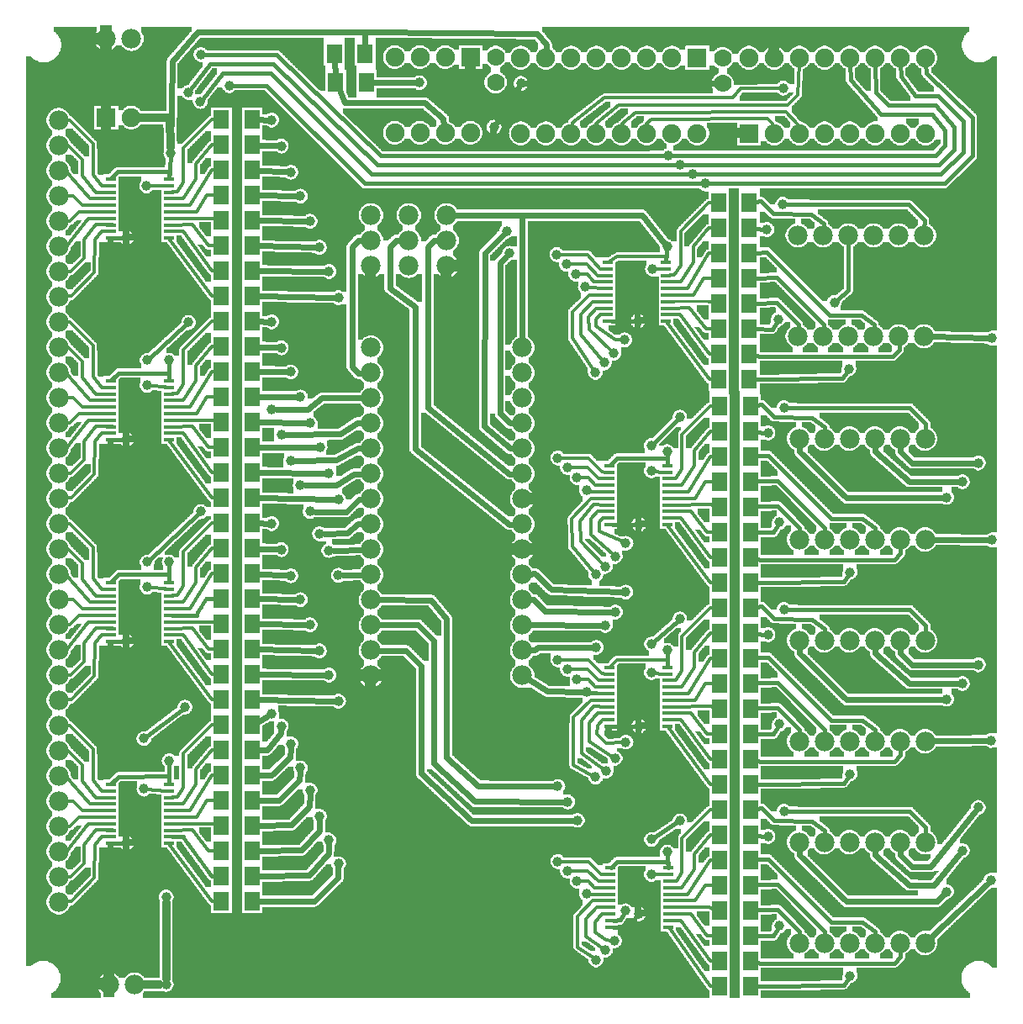
<source format=gtl>
G04 MADE WITH FRITZING*
G04 WWW.FRITZING.ORG*
G04 DOUBLE SIDED*
G04 HOLES PLATED*
G04 CONTOUR ON CENTER OF CONTOUR VECTOR*
%ASAXBY*%
%FSLAX23Y23*%
%MOIN*%
%OFA0B0*%
%SFA1.0B1.0*%
%ADD10C,0.075000*%
%ADD11C,0.039370*%
%ADD12C,0.078000*%
%ADD13C,0.070000*%
%ADD14R,0.075000X0.075000*%
%ADD15R,0.062992X0.074803*%
%ADD16R,0.039370X0.015748*%
%ADD17C,0.016000*%
%ADD18C,0.012000*%
%ADD19C,0.024000*%
%ADD20C,0.032000*%
%ADD21C,0.015000*%
%ADD22R,0.001000X0.001000*%
%LNCOPPER1*%
G90*
G70*
G54D10*
X1151Y3781D03*
X3178Y3650D03*
X1946Y3568D03*
X2169Y3063D03*
X3138Y2949D03*
X3691Y3834D03*
X475Y3160D03*
X1729Y2814D03*
X1132Y2641D03*
X1249Y2348D03*
X1710Y2228D03*
X3540Y2540D03*
X475Y2370D03*
X3281Y2145D03*
X2452Y2034D03*
X3542Y1734D03*
X475Y1570D03*
X3281Y1345D03*
X3542Y930D03*
X3273Y545D03*
X3820Y357D03*
X243Y3844D03*
G54D11*
X2588Y3382D03*
X2633Y3345D03*
X2633Y2345D03*
X2521Y2232D03*
X2683Y3307D03*
X2633Y1545D03*
X2521Y1445D03*
X2734Y3270D03*
X2634Y744D03*
X2521Y532D03*
X733Y3782D03*
X685Y2720D03*
X521Y2570D03*
X683Y3632D03*
X732Y3596D03*
X734Y1970D03*
X521Y1770D03*
X847Y3659D03*
X671Y1195D03*
X508Y1070D03*
G54D12*
X1708Y3145D03*
X1708Y3045D03*
X1708Y2945D03*
X1558Y3145D03*
X1558Y3045D03*
X1558Y2945D03*
X1408Y3145D03*
X1408Y3045D03*
X1408Y2945D03*
G54D11*
X2149Y880D03*
X2189Y819D03*
X2226Y746D03*
X2302Y1432D03*
X2338Y1519D03*
X2378Y1571D03*
X2419Y1651D03*
X1958Y2995D03*
X1946Y3082D03*
X1896Y3495D03*
G54D10*
X358Y3532D03*
X458Y3532D03*
G54D12*
X358Y3845D03*
X458Y3845D03*
X371Y95D03*
X471Y95D03*
G54D11*
X596Y442D03*
X596Y95D03*
X1279Y1717D03*
X1242Y1815D03*
X1204Y1882D03*
X1167Y1970D03*
X1128Y2074D03*
X1090Y2172D03*
X1053Y2274D03*
X1015Y2375D03*
X2983Y682D03*
X2983Y1482D03*
X2983Y2282D03*
X2979Y3088D03*
X3046Y782D03*
X3046Y1582D03*
X3046Y2382D03*
X3041Y3188D03*
X3028Y327D03*
X3028Y1127D03*
X3028Y1927D03*
X3023Y2733D03*
X3691Y463D03*
X3691Y1226D03*
X3691Y2026D03*
X3816Y797D03*
X3816Y1363D03*
X3816Y2163D03*
X3754Y626D03*
X3754Y1288D03*
X3754Y2088D03*
X3246Y2799D03*
X3308Y129D03*
X3308Y929D03*
X3308Y1729D03*
X3304Y2535D03*
X3866Y508D03*
X3866Y1063D03*
X3871Y1857D03*
X3871Y2657D03*
X1600Y3670D03*
X3043Y3649D03*
G54D12*
X170Y1122D03*
X170Y1022D03*
X170Y922D03*
X170Y822D03*
X170Y722D03*
X170Y622D03*
X170Y522D03*
X170Y422D03*
X170Y1922D03*
X170Y1822D03*
X170Y1722D03*
X170Y1622D03*
X170Y1522D03*
X170Y1422D03*
X170Y1322D03*
X170Y1222D03*
X170Y2722D03*
X170Y2622D03*
X170Y2522D03*
X170Y2422D03*
X170Y2322D03*
X170Y2222D03*
X170Y2122D03*
X170Y2022D03*
X170Y3522D03*
X170Y3422D03*
X170Y3322D03*
X170Y3222D03*
X170Y3122D03*
X170Y3022D03*
X170Y2922D03*
X170Y2822D03*
G54D11*
X2521Y670D03*
X2521Y1332D03*
X2521Y2132D03*
X2524Y2932D03*
X508Y870D03*
X521Y1670D03*
X521Y2470D03*
X519Y3261D03*
X2583Y620D03*
X2583Y1420D03*
X2583Y2207D03*
X2583Y3020D03*
X608Y982D03*
X608Y1770D03*
X608Y2570D03*
X615Y3391D03*
X2470Y375D03*
X2471Y1119D03*
X2471Y1919D03*
X2467Y2725D03*
X439Y655D03*
X439Y1455D03*
X439Y2255D03*
X439Y3055D03*
X2225Y505D03*
X2225Y1305D03*
X2225Y2105D03*
X2221Y2911D03*
X1091Y1049D03*
X1091Y1715D03*
X1091Y2524D03*
X1091Y3315D03*
X2418Y387D03*
X2419Y1056D03*
X2419Y1845D03*
X2415Y2651D03*
X1280Y574D03*
X1280Y1218D03*
X1280Y2018D03*
X1280Y2818D03*
X2263Y454D03*
X2264Y1255D03*
X2263Y2054D03*
X2258Y2860D03*
X1129Y954D03*
X1129Y1620D03*
X1129Y2425D03*
X1129Y3220D03*
X2301Y193D03*
X2299Y917D03*
X2300Y1720D03*
X2298Y2522D03*
X1166Y866D03*
X1166Y1521D03*
X1166Y2321D03*
X1166Y3121D03*
X2149Y583D03*
X2149Y1383D03*
X2149Y2183D03*
X2145Y2989D03*
X1015Y1167D03*
X1015Y1923D03*
X1015Y2723D03*
X1015Y3523D03*
X2338Y231D03*
X2341Y941D03*
X2338Y1753D03*
X2334Y2560D03*
X1204Y762D03*
X1204Y1417D03*
X1206Y2226D03*
X1204Y3017D03*
X2375Y268D03*
X2376Y992D03*
X2376Y1792D03*
X2372Y2598D03*
X1242Y667D03*
X1242Y1322D03*
X1242Y2122D03*
X1242Y2922D03*
X2187Y544D03*
X2187Y1344D03*
X2187Y2144D03*
X2183Y2950D03*
X1053Y1119D03*
X1053Y1819D03*
X1053Y2619D03*
X1053Y3419D03*
G54D10*
X1803Y3772D03*
X1803Y3472D03*
X1703Y3772D03*
X1703Y3472D03*
X1603Y3772D03*
X1603Y3472D03*
X1503Y3772D03*
X1503Y3472D03*
X2907Y3469D03*
X2907Y3769D03*
X3007Y3469D03*
X3007Y3769D03*
X3107Y3469D03*
X3107Y3769D03*
X3207Y3469D03*
X3207Y3769D03*
X3307Y3469D03*
X3307Y3769D03*
X3407Y3469D03*
X3407Y3769D03*
X3507Y3469D03*
X3507Y3769D03*
X3607Y3469D03*
X3607Y3769D03*
X2702Y3769D03*
X2702Y3469D03*
X2602Y3769D03*
X2602Y3469D03*
X2502Y3769D03*
X2502Y3469D03*
X2402Y3769D03*
X2402Y3469D03*
X2302Y3769D03*
X2302Y3469D03*
X2202Y3769D03*
X2202Y3469D03*
X2102Y3769D03*
X2102Y3469D03*
X2002Y3769D03*
X2002Y3469D03*
G54D13*
X2803Y3667D03*
X2803Y3767D03*
X1903Y3672D03*
X1903Y3772D03*
G54D11*
X2003Y3667D03*
G54D12*
X3106Y259D03*
X3206Y259D03*
X3306Y259D03*
X3406Y259D03*
X3506Y259D03*
X3606Y259D03*
X3106Y1059D03*
X3206Y1059D03*
X3306Y1059D03*
X3406Y1059D03*
X3506Y1059D03*
X3606Y1059D03*
X3106Y1859D03*
X3206Y1859D03*
X3306Y1859D03*
X3406Y1859D03*
X3506Y1859D03*
X3606Y1859D03*
X3101Y2665D03*
X3201Y2665D03*
X3301Y2665D03*
X3401Y2665D03*
X3501Y2665D03*
X3601Y2665D03*
X3106Y659D03*
X3206Y659D03*
X3306Y659D03*
X3406Y659D03*
X3506Y659D03*
X3606Y659D03*
X3106Y1459D03*
X3206Y1459D03*
X3306Y1459D03*
X3406Y1459D03*
X3506Y1459D03*
X3606Y1459D03*
X3106Y2259D03*
X3206Y2259D03*
X3306Y2259D03*
X3406Y2259D03*
X3506Y2259D03*
X3606Y2259D03*
X3101Y3065D03*
X3201Y3065D03*
X3301Y3065D03*
X3401Y3065D03*
X3501Y3065D03*
X3601Y3065D03*
X2008Y2620D03*
X2008Y2520D03*
X2008Y2420D03*
X2008Y2320D03*
X2008Y2220D03*
X2008Y2120D03*
X2008Y2020D03*
X2008Y1920D03*
X2008Y1820D03*
X2008Y1720D03*
X2008Y1620D03*
X2008Y1520D03*
X2008Y1420D03*
X2008Y1320D03*
X1408Y2620D03*
X1408Y2520D03*
X1408Y2420D03*
X1408Y2320D03*
X1408Y2220D03*
X1408Y2120D03*
X1408Y2020D03*
X1408Y1920D03*
X1408Y1820D03*
X1408Y1720D03*
X1408Y1620D03*
X1408Y1520D03*
X1408Y1420D03*
X1408Y1320D03*
G54D14*
X358Y3532D03*
G54D15*
X2791Y188D03*
X2913Y188D03*
X2791Y988D03*
X2913Y988D03*
X2791Y1788D03*
X2913Y1788D03*
X2787Y2595D03*
X2909Y2595D03*
X815Y524D03*
X937Y524D03*
X815Y1324D03*
X937Y1324D03*
X815Y2124D03*
X937Y2124D03*
X815Y2924D03*
X937Y2924D03*
X2791Y288D03*
X2913Y288D03*
X2791Y1088D03*
X2913Y1088D03*
X2791Y1888D03*
X2913Y1888D03*
X2787Y2695D03*
X2909Y2695D03*
X815Y624D03*
X937Y624D03*
X815Y1424D03*
X937Y1424D03*
X815Y2224D03*
X937Y2224D03*
X815Y3024D03*
X937Y3024D03*
X2791Y88D03*
X2913Y88D03*
X2791Y888D03*
X2913Y888D03*
X2791Y1688D03*
X2913Y1688D03*
X2787Y2495D03*
X2909Y2495D03*
X815Y424D03*
X937Y424D03*
X815Y1224D03*
X937Y1224D03*
X815Y2024D03*
X937Y2024D03*
X815Y2824D03*
X937Y2824D03*
X2791Y388D03*
X2913Y388D03*
X2791Y1188D03*
X2913Y1188D03*
X2791Y1988D03*
X2913Y1988D03*
X2787Y2795D03*
X2909Y2795D03*
X815Y724D03*
X937Y724D03*
X815Y1524D03*
X937Y1524D03*
X815Y2324D03*
X937Y2324D03*
X815Y3124D03*
X937Y3124D03*
X2791Y488D03*
X2913Y488D03*
X2791Y1288D03*
X2913Y1288D03*
X2791Y2088D03*
X2913Y2088D03*
X2787Y2895D03*
X2909Y2895D03*
X815Y824D03*
X937Y824D03*
X815Y1624D03*
X937Y1624D03*
X815Y2424D03*
X937Y2424D03*
X815Y3224D03*
X937Y3224D03*
X2791Y588D03*
X2913Y588D03*
X2791Y1388D03*
X2913Y1388D03*
X2791Y2188D03*
X2913Y2188D03*
X2787Y2995D03*
X2909Y2995D03*
X815Y924D03*
X937Y924D03*
X815Y1724D03*
X937Y1724D03*
X815Y2524D03*
X937Y2524D03*
X815Y3324D03*
X937Y3324D03*
X2791Y688D03*
X2913Y688D03*
X2791Y1488D03*
X2913Y1488D03*
X2791Y2288D03*
X2913Y2288D03*
X2787Y3095D03*
X2909Y3095D03*
X815Y1024D03*
X937Y1024D03*
X815Y1824D03*
X937Y1824D03*
X815Y2624D03*
X937Y2624D03*
X815Y3424D03*
X937Y3424D03*
X2791Y788D03*
X2913Y788D03*
X2791Y1588D03*
X2913Y1588D03*
X2791Y2388D03*
X2913Y2388D03*
X2787Y3195D03*
X2909Y3195D03*
X815Y1124D03*
X937Y1124D03*
X815Y1924D03*
X937Y1924D03*
X815Y2724D03*
X937Y2724D03*
X815Y3524D03*
X937Y3524D03*
X1391Y3673D03*
X1269Y3673D03*
X1263Y3785D03*
X1385Y3785D03*
G54D16*
X2358Y323D03*
X2358Y349D03*
X2358Y375D03*
X2358Y401D03*
X2358Y427D03*
X2358Y453D03*
X2358Y479D03*
X2358Y505D03*
X2358Y531D03*
X2358Y557D03*
X2588Y557D03*
X2588Y531D03*
X2588Y505D03*
X2588Y479D03*
X2588Y453D03*
X2588Y427D03*
X2588Y401D03*
X2589Y375D03*
X2588Y349D03*
X2588Y323D03*
X2354Y1118D03*
X2354Y1144D03*
X2354Y1170D03*
X2354Y1196D03*
X2354Y1222D03*
X2354Y1248D03*
X2354Y1274D03*
X2354Y1300D03*
X2354Y1326D03*
X2354Y1352D03*
X2584Y1352D03*
X2584Y1326D03*
X2584Y1300D03*
X2584Y1274D03*
X2584Y1248D03*
X2584Y1222D03*
X2584Y1196D03*
X2584Y1170D03*
X2584Y1144D03*
X2584Y1118D03*
X2353Y1918D03*
X2353Y1944D03*
X2353Y1970D03*
X2353Y1996D03*
X2353Y2022D03*
X2353Y2048D03*
X2353Y2074D03*
X2353Y2100D03*
X2353Y2126D03*
X2353Y2152D03*
X2583Y2152D03*
X2583Y2126D03*
X2583Y2100D03*
X2583Y2074D03*
X2583Y2048D03*
X2583Y2022D03*
X2583Y1996D03*
X2584Y1970D03*
X2583Y1944D03*
X2583Y1918D03*
X2349Y2724D03*
X2349Y2750D03*
X2349Y2776D03*
X2349Y2802D03*
X2349Y2828D03*
X2349Y2854D03*
X2349Y2880D03*
X2349Y2906D03*
X2349Y2932D03*
X2349Y2958D03*
X2579Y2958D03*
X2579Y2932D03*
X2579Y2906D03*
X2579Y2880D03*
X2579Y2854D03*
X2579Y2828D03*
X2579Y2802D03*
X2579Y2776D03*
X2579Y2750D03*
X2579Y2724D03*
X377Y654D03*
X377Y680D03*
X376Y706D03*
X377Y732D03*
X377Y758D03*
X377Y784D03*
X377Y810D03*
X377Y836D03*
X377Y862D03*
X377Y888D03*
X607Y888D03*
X607Y862D03*
X607Y836D03*
X607Y810D03*
X607Y784D03*
X607Y758D03*
X607Y732D03*
X607Y706D03*
X607Y680D03*
X607Y654D03*
X377Y1454D03*
X377Y1480D03*
X376Y1506D03*
X377Y1532D03*
X377Y1558D03*
X377Y1584D03*
X377Y1610D03*
X377Y1636D03*
X377Y1662D03*
X377Y1688D03*
X607Y1688D03*
X607Y1662D03*
X607Y1636D03*
X607Y1610D03*
X607Y1584D03*
X607Y1558D03*
X607Y1532D03*
X607Y1506D03*
X607Y1480D03*
X607Y1454D03*
X377Y2254D03*
X377Y2280D03*
X376Y2306D03*
X377Y2332D03*
X377Y2358D03*
X377Y2384D03*
X377Y2410D03*
X377Y2436D03*
X377Y2462D03*
X377Y2488D03*
X607Y2488D03*
X607Y2462D03*
X607Y2436D03*
X607Y2410D03*
X607Y2384D03*
X607Y2358D03*
X607Y2332D03*
X607Y2306D03*
X607Y2280D03*
X607Y2254D03*
X377Y3054D03*
X377Y3080D03*
X376Y3106D03*
X377Y3132D03*
X377Y3158D03*
X377Y3184D03*
X377Y3210D03*
X377Y3236D03*
X377Y3262D03*
X377Y3288D03*
X607Y3288D03*
X607Y3262D03*
X607Y3236D03*
X607Y3210D03*
X607Y3184D03*
X607Y3158D03*
X607Y3132D03*
X607Y3106D03*
X607Y3080D03*
X607Y3054D03*
G54D14*
X1803Y3772D03*
X2907Y3469D03*
X2702Y3769D03*
G54D17*
X3646Y3382D02*
X3683Y3420D01*
D02*
X3683Y3420D02*
X3683Y3483D01*
D02*
X3683Y3483D02*
X3634Y3545D01*
D02*
X3634Y3545D02*
X3432Y3544D01*
D02*
X3432Y3544D02*
X3310Y3681D01*
G54D18*
D02*
X2583Y2982D02*
X2385Y2981D01*
D02*
X2385Y2981D02*
X2353Y2961D01*
D02*
X2579Y2961D02*
X2583Y2982D01*
G54D17*
D02*
X3310Y3681D02*
X3308Y3746D01*
D02*
X2601Y3382D02*
X3646Y3382D01*
D02*
X610Y3317D02*
X403Y3317D01*
D02*
X403Y3317D02*
X379Y3291D01*
D02*
X607Y3291D02*
X610Y3317D01*
D02*
X2583Y582D02*
X2588Y559D01*
D02*
X2383Y582D02*
X2583Y582D01*
D02*
X2361Y559D02*
X2383Y582D01*
D02*
X2747Y3270D02*
X3683Y3270D01*
D02*
X3683Y3270D02*
X3795Y3381D01*
D02*
X3795Y3381D02*
X3795Y3533D01*
D02*
X3795Y3533D02*
X3610Y3707D01*
D02*
X3610Y3707D02*
X3608Y3746D01*
D02*
X2532Y677D02*
X2622Y737D01*
G54D18*
D02*
X2583Y1382D02*
X2383Y1382D01*
D02*
X2383Y1382D02*
X2356Y1354D01*
D02*
X2584Y1354D02*
X2583Y1382D01*
G54D17*
D02*
X2531Y1454D02*
X2623Y1536D01*
D02*
X2697Y3307D02*
X3669Y3307D01*
D02*
X3669Y3307D02*
X3758Y3396D01*
D02*
X3758Y3396D02*
X3758Y3518D01*
D02*
X3758Y3518D02*
X3658Y3618D01*
D02*
X3658Y3618D02*
X3569Y3618D01*
D02*
X3569Y3618D02*
X3510Y3696D01*
D02*
X3510Y3696D02*
X3508Y3746D01*
D02*
X2530Y2242D02*
X2624Y2335D01*
D02*
X2647Y3345D02*
X3660Y3345D01*
D02*
X3660Y3345D02*
X3721Y3406D01*
D02*
X3721Y3406D02*
X3721Y3495D01*
D02*
X3721Y3495D02*
X3646Y3581D01*
D02*
X3646Y3581D02*
X3460Y3581D01*
D02*
X3460Y3581D02*
X3410Y3631D01*
D02*
X3410Y3631D02*
X3408Y3746D01*
D02*
X2583Y2182D02*
X2383Y2182D01*
D02*
X2383Y2182D02*
X2356Y2155D01*
D02*
X2583Y2155D02*
X2583Y2182D01*
D02*
X519Y1078D02*
X660Y1186D01*
D02*
X995Y3659D02*
X1384Y3270D01*
D02*
X860Y3659D02*
X995Y3659D01*
D02*
X1384Y3270D02*
X2720Y3270D01*
D02*
X608Y920D02*
X408Y919D01*
D02*
X408Y919D02*
X379Y891D01*
D02*
X607Y891D02*
X608Y920D01*
D02*
X531Y1779D02*
X724Y1960D01*
D02*
X740Y3606D02*
X821Y3707D01*
D02*
X821Y3707D02*
X1010Y3707D01*
D02*
X1010Y3707D02*
X1410Y3307D01*
D02*
X1410Y3307D02*
X2670Y3307D01*
D02*
X608Y1720D02*
X607Y1691D01*
D02*
X408Y1720D02*
X608Y1720D01*
D02*
X379Y1691D02*
X408Y1720D01*
D02*
X609Y2519D02*
X409Y2519D01*
D02*
X409Y2519D02*
X379Y2491D01*
D02*
X607Y2491D02*
X608Y2519D01*
D02*
X531Y2579D02*
X675Y2711D01*
D02*
X692Y3643D02*
X770Y3744D01*
D02*
X770Y3744D02*
X1021Y3745D01*
D02*
X1021Y3745D02*
X1435Y3345D01*
D02*
X1435Y3345D02*
X2620Y3345D01*
D02*
X747Y3782D02*
X1035Y3781D01*
D02*
X1035Y3781D02*
X1446Y3381D01*
D02*
X1446Y3381D02*
X2574Y3382D01*
G54D19*
D02*
X1583Y2219D02*
X1959Y1919D01*
D02*
X1583Y2783D02*
X1583Y2219D01*
D02*
X1959Y1919D02*
X1978Y1919D01*
D02*
X1483Y2856D02*
X1583Y2783D01*
D02*
X1483Y3019D02*
X1483Y2856D01*
D02*
X1508Y3045D02*
X1483Y3019D01*
D02*
X1528Y3045D02*
X1508Y3045D01*
D02*
X1634Y3019D02*
X1659Y3045D01*
D02*
X1659Y3045D02*
X1678Y3045D01*
D02*
X1634Y2383D02*
X1634Y3019D01*
D02*
X1959Y2119D02*
X1634Y2383D01*
D02*
X1978Y2119D02*
X1959Y2119D01*
D02*
X1334Y3019D02*
X1334Y2545D01*
D02*
X1359Y3045D02*
X1334Y3019D01*
D02*
X1334Y2545D02*
X1358Y2518D01*
D02*
X1358Y2518D02*
X1378Y2519D01*
D02*
X1378Y3045D02*
X1359Y3045D01*
D02*
X2008Y3145D02*
X1738Y3145D01*
D02*
X2008Y2650D02*
X2008Y3145D01*
D02*
X2319Y1519D02*
X2038Y1520D01*
D02*
X2072Y1432D02*
X2059Y1420D01*
D02*
X2059Y1420D02*
X2038Y1420D01*
D02*
X2283Y1432D02*
X2072Y1432D01*
D02*
X2108Y1257D02*
X2034Y1304D01*
D02*
X2245Y1255D02*
X2108Y1257D01*
D02*
X1546Y1419D02*
X1438Y1419D01*
D02*
X1608Y1357D02*
X1546Y1419D01*
D02*
X1608Y932D02*
X1608Y1357D01*
D02*
X1808Y744D02*
X1608Y932D01*
D02*
X2207Y746D02*
X1808Y744D01*
D02*
X1821Y820D02*
X1659Y970D01*
D02*
X1659Y970D02*
X1659Y1457D01*
D02*
X1659Y1457D02*
X1595Y1520D01*
D02*
X1595Y1520D02*
X1438Y1520D01*
D02*
X2170Y819D02*
X1821Y820D01*
D02*
X1834Y882D02*
X1708Y995D01*
D02*
X1708Y995D02*
X1708Y1544D01*
D02*
X1708Y1544D02*
X1646Y1619D01*
D02*
X1646Y1619D02*
X1438Y1620D01*
D02*
X2130Y880D02*
X1834Y882D01*
D02*
X1860Y2995D02*
X1933Y3069D01*
D02*
X1921Y2956D02*
X1945Y2981D01*
D02*
X2483Y3145D02*
X2572Y3034D01*
D02*
X2008Y3145D02*
X2483Y3145D01*
D02*
X2008Y2650D02*
X2008Y3145D01*
D02*
X2124Y1660D02*
X2059Y1724D01*
D02*
X2059Y1724D02*
X2038Y1722D01*
D02*
X2400Y1651D02*
X2124Y1660D01*
D02*
X2097Y1576D02*
X2053Y1622D01*
D02*
X2053Y1622D02*
X2038Y1621D01*
D02*
X2359Y1572D02*
X2097Y1576D01*
D02*
X1858Y2307D02*
X1860Y2995D01*
D02*
X1960Y2220D02*
X1858Y2307D01*
D02*
X1978Y2220D02*
X1960Y2220D01*
D02*
X1921Y2359D02*
X1921Y2956D01*
D02*
X1960Y2320D02*
X1921Y2359D01*
D02*
X1978Y2320D02*
X1960Y2320D01*
D02*
X1906Y3511D02*
X1993Y3651D01*
G54D20*
D02*
X610Y3531D02*
X614Y3416D01*
D02*
X493Y3532D02*
X610Y3531D01*
G54D19*
D02*
X621Y3756D02*
X721Y3870D01*
D02*
X721Y3870D02*
X1385Y3870D01*
D02*
X1385Y3870D02*
X1385Y3817D01*
D02*
X615Y3410D02*
X621Y3756D01*
G54D20*
D02*
X596Y417D02*
X596Y119D01*
D02*
X571Y95D02*
X507Y95D01*
G54D19*
D02*
X1272Y2174D02*
X1109Y2173D01*
D02*
X1358Y2221D02*
X1272Y2174D01*
D02*
X1378Y2220D02*
X1358Y2221D01*
D02*
X1340Y2118D02*
X1378Y2119D01*
D02*
X1272Y2074D02*
X1340Y2118D01*
D02*
X1147Y2074D02*
X1272Y2074D01*
D02*
X1360Y2018D02*
X1378Y2019D01*
D02*
X1310Y1968D02*
X1360Y2018D01*
D02*
X1186Y1969D02*
X1310Y1968D01*
D02*
X1314Y1884D02*
X1357Y1922D01*
D02*
X1357Y1922D02*
X1378Y1921D01*
D02*
X1223Y1882D02*
X1314Y1884D01*
D02*
X1261Y1816D02*
X1378Y1819D01*
D02*
X1298Y1717D02*
X1378Y1719D01*
D02*
X1214Y2420D02*
X1378Y2420D01*
D02*
X1157Y2375D02*
X1214Y2420D01*
D02*
X1034Y2375D02*
X1157Y2375D01*
D02*
X1288Y2277D02*
X1072Y2274D01*
D02*
X1354Y2322D02*
X1288Y2277D01*
D02*
X1378Y2321D02*
X1354Y2322D01*
D02*
X1043Y825D02*
X963Y825D01*
D02*
X1125Y905D02*
X1043Y825D01*
D02*
X1127Y935D02*
X1125Y905D01*
D02*
X1110Y1621D02*
X963Y1624D01*
D02*
X1110Y2425D02*
X963Y2425D01*
D02*
X1110Y3221D02*
X963Y3224D01*
D02*
X1088Y996D02*
X1014Y925D01*
D02*
X1014Y925D02*
X963Y925D01*
D02*
X1072Y1717D02*
X963Y1723D01*
D02*
X1090Y1030D02*
X1088Y996D01*
D02*
X1072Y2524D02*
X963Y2524D01*
D02*
X1072Y3317D02*
X963Y3323D01*
D02*
X1052Y1090D02*
X996Y1025D01*
D02*
X996Y1025D02*
X963Y1025D01*
D02*
X1052Y1100D02*
X1052Y1090D01*
D02*
X1034Y1820D02*
X963Y1823D01*
D02*
X1034Y2620D02*
X963Y2623D01*
D02*
X1034Y3420D02*
X963Y3423D01*
D02*
X996Y1923D02*
X963Y1924D01*
D02*
X998Y1158D02*
X963Y1139D01*
D02*
X996Y2723D02*
X963Y2724D01*
D02*
X996Y3523D02*
X963Y3524D01*
G54D21*
D02*
X2396Y350D02*
X2372Y349D01*
D02*
X2411Y375D02*
X2396Y350D01*
G54D18*
D02*
X2328Y1145D02*
X2340Y1144D01*
D02*
X2328Y1945D02*
X2339Y1944D01*
D02*
X2308Y1122D02*
X2328Y1145D01*
D02*
X2313Y1929D02*
X2328Y1945D01*
D02*
X2305Y1089D02*
X2308Y1122D01*
D02*
X2313Y1891D02*
X2313Y1929D01*
D02*
X2342Y1053D02*
X2305Y1089D01*
D02*
X2406Y1055D02*
X2342Y1053D01*
D02*
X2407Y1850D02*
X2313Y1891D01*
D02*
X2302Y2704D02*
X2302Y2731D01*
D02*
X2302Y2731D02*
X2316Y2750D01*
D02*
X2316Y2750D02*
X2335Y2750D01*
D02*
X2376Y2652D02*
X2302Y2704D01*
D02*
X2402Y2651D02*
X2376Y2652D01*
G54D19*
D02*
X1183Y425D02*
X963Y425D01*
D02*
X1279Y519D02*
X1183Y425D01*
D02*
X1279Y555D02*
X1279Y519D01*
D02*
X1261Y1219D02*
X963Y1224D01*
D02*
X1261Y2019D02*
X963Y2024D01*
D02*
X1261Y2819D02*
X963Y2824D01*
D02*
X1163Y527D02*
X963Y525D01*
D02*
X1241Y614D02*
X1163Y527D01*
D02*
X1242Y648D02*
X1241Y614D01*
D02*
X1223Y1322D02*
X963Y1324D01*
D02*
X1223Y2122D02*
X963Y2124D01*
D02*
X1223Y2922D02*
X963Y2924D01*
D02*
X1134Y627D02*
X1205Y705D01*
D02*
X1205Y705D02*
X1205Y743D01*
D02*
X963Y625D02*
X1134Y627D01*
D02*
X963Y1424D02*
X1185Y1418D01*
D02*
X963Y2225D02*
X1187Y2226D01*
D02*
X963Y3024D02*
X1185Y3018D01*
D02*
X1094Y727D02*
X963Y725D01*
D02*
X1165Y803D02*
X1094Y727D01*
D02*
X1166Y847D02*
X1165Y803D01*
D02*
X1147Y1521D02*
X963Y1524D01*
D02*
X1147Y2321D02*
X963Y2324D01*
D02*
X1147Y3121D02*
X963Y3124D01*
G54D18*
D02*
X2163Y583D02*
X2272Y583D01*
D02*
X2163Y1383D02*
X2272Y1383D01*
D02*
X2163Y2183D02*
X2272Y2183D01*
D02*
X2321Y533D02*
X2344Y532D01*
D02*
X2323Y1327D02*
X2340Y1326D01*
D02*
X2323Y2127D02*
X2339Y2126D01*
D02*
X2272Y583D02*
X2321Y533D01*
D02*
X2272Y1383D02*
X2323Y1327D01*
D02*
X2272Y2183D02*
X2323Y2127D01*
D02*
X2201Y544D02*
X2269Y544D01*
D02*
X2201Y1344D02*
X2269Y1344D01*
D02*
X2201Y2144D02*
X2269Y2144D01*
D02*
X2269Y544D02*
X2312Y504D01*
D02*
X2269Y1344D02*
X2310Y1300D01*
D02*
X2269Y2144D02*
X2310Y2100D01*
D02*
X2312Y504D02*
X2344Y505D01*
D02*
X2310Y1300D02*
X2340Y1300D01*
D02*
X2310Y2100D02*
X2339Y2100D01*
D02*
X2295Y479D02*
X2344Y479D01*
D02*
X2296Y1275D02*
X2340Y1274D01*
D02*
X2296Y2075D02*
X2339Y2074D01*
D02*
X2239Y505D02*
X2270Y505D01*
D02*
X2239Y1305D02*
X2270Y1305D01*
D02*
X2239Y2105D02*
X2270Y2105D01*
D02*
X2270Y505D02*
X2295Y479D01*
D02*
X2270Y1305D02*
X2296Y1275D01*
D02*
X2270Y2105D02*
X2296Y2075D01*
D02*
X2276Y452D02*
X2280Y451D01*
G54D21*
D02*
X2276Y1251D02*
X2282Y1250D01*
G54D18*
D02*
X2275Y2049D02*
X2279Y2047D01*
D02*
X2280Y451D02*
X2344Y453D01*
D02*
X2279Y2047D02*
X2339Y2048D01*
D02*
X2290Y200D02*
X2229Y243D01*
D02*
X2287Y923D02*
X2210Y965D01*
D02*
X2228Y365D02*
X2288Y427D01*
D02*
X2211Y1154D02*
X2280Y1222D01*
D02*
X2205Y1943D02*
X2280Y2022D01*
D02*
X2288Y427D02*
X2344Y427D01*
D02*
X2280Y1222D02*
X2340Y1222D01*
D02*
X2280Y2022D02*
X2339Y2022D01*
D02*
X2210Y965D02*
X2211Y1154D01*
D02*
X2291Y1730D02*
X2206Y1832D01*
D02*
X2229Y243D02*
X2228Y365D01*
D02*
X2206Y1832D02*
X2205Y1943D01*
D02*
X2261Y354D02*
X2303Y401D01*
D02*
X2244Y1143D02*
X2291Y1197D01*
D02*
X2237Y1930D02*
X2291Y1997D01*
D02*
X2262Y286D02*
X2261Y354D01*
D02*
X2243Y1011D02*
X2244Y1143D01*
D02*
X2241Y1850D02*
X2237Y1930D01*
D02*
X2328Y239D02*
X2262Y286D01*
D02*
X2330Y949D02*
X2243Y1011D01*
D02*
X2303Y401D02*
X2344Y401D01*
D02*
X2291Y1197D02*
X2340Y1196D01*
D02*
X2291Y1997D02*
X2339Y1996D01*
D02*
X2329Y1763D02*
X2241Y1850D01*
D02*
X2341Y270D02*
X2296Y300D01*
D02*
X2361Y269D02*
X2341Y270D01*
D02*
X2365Y999D02*
X2274Y1057D01*
D02*
X2296Y343D02*
X2323Y374D01*
D02*
X2274Y1132D02*
X2307Y1170D01*
D02*
X2281Y1940D02*
X2307Y1970D01*
D02*
X2366Y1801D02*
X2281Y1879D01*
D02*
X2296Y300D02*
X2296Y343D01*
D02*
X2274Y1057D02*
X2274Y1132D01*
D02*
X2281Y1879D02*
X2281Y1940D01*
D02*
X2323Y374D02*
X2344Y375D01*
D02*
X2307Y1170D02*
X2340Y1170D01*
D02*
X2307Y1970D02*
X2339Y1970D01*
D02*
X2268Y2989D02*
X2319Y2933D01*
D02*
X2319Y2933D02*
X2335Y2933D01*
D02*
X2158Y2989D02*
X2268Y2989D01*
D02*
X2265Y2950D02*
X2306Y2906D01*
D02*
X2306Y2906D02*
X2335Y2906D01*
D02*
X2196Y2950D02*
X2265Y2950D01*
D02*
X2266Y2911D02*
X2292Y2881D01*
D02*
X2292Y2881D02*
X2335Y2880D01*
D02*
X2234Y2911D02*
X2266Y2911D01*
D02*
X2275Y2857D02*
X2335Y2855D01*
D02*
X2272Y2858D02*
X2275Y2857D01*
D02*
X2206Y2657D02*
X2206Y2762D01*
D02*
X2206Y2762D02*
X2275Y2828D01*
D02*
X2275Y2828D02*
X2335Y2828D01*
D02*
X2291Y2533D02*
X2206Y2657D01*
D02*
X2240Y2672D02*
X2240Y2750D01*
D02*
X2240Y2750D02*
X2286Y2803D01*
D02*
X2286Y2803D02*
X2335Y2802D01*
D02*
X2325Y2570D02*
X2240Y2672D01*
D02*
X2273Y2690D02*
X2272Y2740D01*
D02*
X2272Y2740D02*
X2302Y2776D01*
D02*
X2302Y2776D02*
X2335Y2776D01*
D02*
X2362Y2607D02*
X2273Y2690D01*
G54D17*
D02*
X3283Y93D02*
X2939Y89D01*
D02*
X3283Y893D02*
X2939Y889D01*
D02*
X3283Y1693D02*
X2939Y1689D01*
D02*
X3301Y118D02*
X3283Y93D01*
D02*
X3301Y918D02*
X3283Y893D01*
D02*
X3301Y1718D02*
X3283Y1693D01*
D02*
X3483Y179D02*
X3508Y204D01*
D02*
X3483Y979D02*
X3508Y1004D01*
D02*
X3483Y1779D02*
X3508Y1804D01*
D02*
X2958Y179D02*
X3483Y179D01*
D02*
X2958Y979D02*
X3483Y979D01*
D02*
X2958Y1779D02*
X3483Y1779D01*
D02*
X2939Y183D02*
X2958Y179D01*
D02*
X2939Y983D02*
X2958Y979D01*
D02*
X2939Y1783D02*
X2958Y1779D01*
D02*
X3508Y204D02*
X3507Y235D01*
D02*
X3508Y1004D02*
X3507Y1035D01*
D02*
X3508Y1804D02*
X3507Y1835D01*
D02*
X3005Y287D02*
X2939Y288D01*
D02*
X3005Y1087D02*
X2939Y1088D01*
D02*
X3005Y1887D02*
X2939Y1888D01*
D02*
X3021Y315D02*
X3005Y287D01*
D02*
X3021Y1115D02*
X3005Y1087D01*
D02*
X3021Y1915D02*
X3005Y1887D01*
D02*
X3108Y304D02*
X3022Y393D01*
D02*
X3108Y1104D02*
X3022Y1193D01*
D02*
X3108Y1904D02*
X3022Y1993D01*
D02*
X3022Y393D02*
X2939Y390D01*
D02*
X3022Y1193D02*
X2939Y1190D01*
D02*
X3022Y1993D02*
X2939Y1990D01*
D02*
X3107Y284D02*
X3108Y304D01*
D02*
X3107Y1084D02*
X3108Y1104D01*
D02*
X3107Y1884D02*
X3108Y1904D01*
D02*
X3207Y284D02*
X3208Y304D01*
D02*
X3207Y1084D02*
X3208Y1104D01*
D02*
X3207Y1884D02*
X3208Y1904D01*
D02*
X3022Y493D02*
X2939Y490D01*
D02*
X3022Y1293D02*
X2939Y1290D01*
D02*
X3022Y2093D02*
X2939Y2090D01*
D02*
X3208Y304D02*
X3022Y493D01*
D02*
X3208Y1104D02*
X3022Y1293D01*
D02*
X3208Y1904D02*
X3022Y2093D01*
D02*
X3408Y304D02*
X3358Y343D01*
D02*
X3408Y1104D02*
X3358Y1143D01*
D02*
X3408Y1904D02*
X3358Y1943D01*
D02*
X3358Y343D02*
X3233Y343D01*
D02*
X3358Y1143D02*
X3233Y1143D01*
D02*
X3358Y1943D02*
X3233Y1943D01*
D02*
X3407Y284D02*
X3408Y304D01*
D02*
X3407Y1084D02*
X3408Y1104D01*
D02*
X3407Y1884D02*
X3408Y1904D01*
D02*
X2983Y593D02*
X2939Y590D01*
D02*
X2983Y1393D02*
X2939Y1390D01*
D02*
X2983Y2193D02*
X2939Y2190D01*
D02*
X3233Y343D02*
X2983Y593D01*
D02*
X3233Y1143D02*
X2983Y1393D01*
D02*
X3233Y1943D02*
X2983Y2193D01*
D02*
X2970Y683D02*
X2939Y686D01*
D02*
X2970Y1483D02*
X2939Y1486D01*
D02*
X2970Y2283D02*
X2939Y2286D01*
D02*
X3607Y684D02*
X3608Y718D01*
D02*
X3607Y1484D02*
X3608Y1518D01*
D02*
X3607Y2284D02*
X3608Y2318D01*
D02*
X3608Y718D02*
X3545Y781D01*
D02*
X3608Y1518D02*
X3545Y1581D01*
D02*
X3608Y2318D02*
X3545Y2381D01*
D02*
X3545Y781D02*
X3059Y782D01*
D02*
X3545Y1581D02*
X3059Y1582D01*
D02*
X3545Y2381D02*
X3059Y2382D01*
D02*
X3008Y744D02*
X2958Y794D01*
D02*
X3008Y1544D02*
X2958Y1594D01*
D02*
X3008Y2344D02*
X2958Y2394D01*
D02*
X3208Y704D02*
X3158Y743D01*
D02*
X3208Y1504D02*
X3158Y1543D01*
D02*
X3208Y2304D02*
X3158Y2343D01*
D02*
X3207Y684D02*
X3208Y704D01*
D02*
X3207Y1484D02*
X3208Y1504D01*
D02*
X3207Y2284D02*
X3208Y2304D01*
D02*
X2958Y794D02*
X2939Y792D01*
D02*
X2958Y1594D02*
X2939Y1592D01*
D02*
X2958Y2394D02*
X2939Y2392D01*
D02*
X3158Y743D02*
X3008Y744D01*
D02*
X3158Y1543D02*
X3008Y1544D01*
D02*
X3158Y2343D02*
X3008Y2344D01*
D02*
X3000Y2693D02*
X2935Y2694D01*
D02*
X3279Y2499D02*
X2935Y2495D01*
D02*
X2954Y2585D02*
X3479Y2585D01*
D02*
X3479Y2585D02*
X3504Y2610D01*
D02*
X3104Y2710D02*
X3018Y2799D01*
D02*
X3204Y2710D02*
X3018Y2899D01*
D02*
X3404Y2710D02*
X3354Y2749D01*
D02*
X3229Y2749D02*
X2979Y2999D01*
D02*
X3017Y2721D02*
X3000Y2693D01*
D02*
X3018Y2799D02*
X2935Y2796D01*
D02*
X3018Y2899D02*
X2935Y2896D01*
D02*
X3154Y3149D02*
X3004Y3150D01*
D02*
X3604Y3124D02*
X3541Y3187D01*
D02*
X3296Y2524D02*
X3279Y2499D01*
D02*
X3504Y2610D02*
X3503Y2641D01*
D02*
X2935Y2589D02*
X2954Y2585D01*
D02*
X3103Y2690D02*
X3104Y2710D01*
D02*
X3203Y2690D02*
X3204Y2710D01*
D02*
X3354Y2749D02*
X3229Y2749D01*
D02*
X2979Y2999D02*
X2935Y2996D01*
D02*
X3403Y2690D02*
X3404Y2710D01*
D02*
X3541Y3187D02*
X3055Y3188D01*
D02*
X3004Y3150D02*
X2954Y3200D01*
D02*
X2954Y3200D02*
X2935Y3198D01*
D02*
X2966Y3089D02*
X2935Y3092D01*
D02*
X3602Y3090D02*
X3604Y3124D01*
D02*
X3204Y3110D02*
X3154Y3149D01*
D02*
X3203Y3090D02*
X3204Y3110D01*
G54D19*
D02*
X3628Y280D02*
X3853Y495D01*
D02*
X3636Y1060D02*
X3847Y1063D01*
D02*
X3636Y1859D02*
X3852Y1857D01*
D02*
X3631Y2664D02*
X3852Y2658D01*
G54D21*
D02*
X3302Y2847D02*
X3256Y2808D01*
D02*
X3301Y3041D02*
X3302Y2847D01*
G54D19*
D02*
X3108Y607D02*
X3107Y629D01*
D02*
X3108Y1407D02*
X3107Y1429D01*
D02*
X3108Y2207D02*
X3107Y2229D01*
D02*
X3293Y424D02*
X3108Y607D01*
D02*
X3293Y1224D02*
X3108Y1407D01*
D02*
X3293Y2024D02*
X3108Y2207D01*
D02*
X3655Y425D02*
X3293Y424D01*
D02*
X3678Y450D02*
X3655Y425D01*
D02*
X3672Y1226D02*
X3293Y1224D01*
D02*
X3672Y2026D02*
X3293Y2024D01*
D02*
X3543Y488D02*
X3408Y607D01*
D02*
X3543Y1288D02*
X3408Y1407D01*
D02*
X3543Y2088D02*
X3408Y2207D01*
D02*
X3408Y607D02*
X3407Y629D01*
D02*
X3408Y1407D02*
X3407Y1429D01*
D02*
X3408Y2207D02*
X3407Y2229D01*
D02*
X3642Y488D02*
X3543Y488D01*
D02*
X3742Y611D02*
X3642Y488D01*
D02*
X3735Y1288D02*
X3543Y1288D01*
D02*
X3735Y2088D02*
X3543Y2088D01*
D02*
X3628Y563D02*
X3554Y563D01*
D02*
X3805Y782D02*
X3628Y563D01*
D02*
X3797Y1363D02*
X3554Y1363D01*
D02*
X3797Y2163D02*
X3554Y2163D01*
D02*
X3508Y607D02*
X3507Y629D01*
D02*
X3508Y1407D02*
X3507Y1429D01*
D02*
X3508Y2207D02*
X3507Y2229D01*
D02*
X3554Y563D02*
X3508Y607D01*
D02*
X3554Y1363D02*
X3508Y1407D01*
D02*
X3554Y2163D02*
X3508Y2207D01*
G54D18*
D02*
X202Y622D02*
X287Y731D01*
D02*
X202Y1422D02*
X287Y1531D01*
D02*
X202Y2222D02*
X287Y2331D01*
D02*
X202Y3022D02*
X287Y3131D01*
D02*
X287Y731D02*
X363Y732D01*
D02*
X287Y1531D02*
X363Y1532D01*
D02*
X287Y2331D02*
X363Y2332D01*
D02*
X287Y3131D02*
X363Y3132D01*
D02*
X215Y722D02*
X252Y758D01*
D02*
X215Y1522D02*
X252Y1558D01*
D02*
X215Y2322D02*
X252Y2358D01*
D02*
X215Y3122D02*
X252Y3158D01*
D02*
X252Y758D02*
X363Y758D01*
D02*
X252Y1558D02*
X363Y1558D01*
D02*
X252Y2358D02*
X363Y2358D01*
D02*
X252Y3158D02*
X363Y3158D01*
D02*
X265Y784D02*
X363Y784D01*
D02*
X265Y1584D02*
X363Y1584D01*
D02*
X265Y2384D02*
X363Y2384D01*
D02*
X265Y3184D02*
X363Y3184D01*
D02*
X227Y822D02*
X265Y784D01*
D02*
X227Y1622D02*
X265Y1584D01*
D02*
X227Y2422D02*
X265Y2384D01*
D02*
X227Y3222D02*
X265Y3184D01*
D02*
X195Y622D02*
X202Y622D01*
D02*
X195Y1422D02*
X202Y1422D01*
D02*
X195Y2222D02*
X202Y2222D01*
D02*
X195Y3022D02*
X202Y3022D01*
D02*
X195Y722D02*
X215Y722D01*
D02*
X195Y1522D02*
X215Y1522D01*
D02*
X195Y2322D02*
X215Y2322D01*
D02*
X195Y3122D02*
X215Y3122D01*
D02*
X195Y822D02*
X227Y822D01*
D02*
X195Y1622D02*
X227Y1622D01*
D02*
X195Y2422D02*
X227Y2422D01*
D02*
X195Y3222D02*
X227Y3222D01*
D02*
X2753Y588D02*
X2664Y453D01*
D02*
X2753Y1388D02*
X2668Y1248D01*
D02*
X2753Y2188D02*
X2668Y2048D01*
D02*
X2749Y2994D02*
X2663Y2855D01*
D02*
X777Y924D02*
X691Y785D01*
D02*
X777Y1724D02*
X691Y1585D01*
D02*
X777Y2524D02*
X691Y2385D01*
D02*
X777Y3324D02*
X691Y3185D01*
D02*
X2664Y453D02*
X2602Y453D01*
D02*
X2668Y1248D02*
X2598Y1248D01*
D02*
X2668Y2048D02*
X2597Y2048D01*
D02*
X2663Y2855D02*
X2593Y2854D01*
D02*
X691Y785D02*
X621Y784D01*
D02*
X691Y1585D02*
X621Y1584D01*
D02*
X691Y2385D02*
X621Y2384D01*
D02*
X691Y3185D02*
X621Y3184D01*
D02*
X2765Y588D02*
X2753Y588D01*
D02*
X2765Y1388D02*
X2753Y1388D01*
D02*
X2765Y2188D02*
X2753Y2188D01*
D02*
X2761Y2994D02*
X2749Y2994D01*
D02*
X789Y924D02*
X777Y924D01*
D02*
X789Y1724D02*
X777Y1724D01*
D02*
X789Y2524D02*
X777Y2524D01*
D02*
X789Y3324D02*
X777Y3324D01*
D02*
X2753Y688D02*
X2691Y613D01*
D02*
X2753Y1488D02*
X2691Y1413D01*
D02*
X2753Y2288D02*
X2691Y2213D01*
D02*
X2749Y3094D02*
X2687Y3020D01*
D02*
X777Y1024D02*
X715Y949D01*
D02*
X777Y1824D02*
X715Y1749D01*
D02*
X777Y2624D02*
X715Y2549D01*
D02*
X777Y3424D02*
X715Y3349D01*
D02*
X2691Y613D02*
X2691Y551D01*
D02*
X2691Y1413D02*
X2691Y1351D01*
D02*
X2691Y2213D02*
X2691Y2151D01*
D02*
X2687Y3020D02*
X2687Y2957D01*
D02*
X715Y949D02*
X715Y887D01*
D02*
X715Y1749D02*
X715Y1687D01*
D02*
X715Y2549D02*
X715Y2487D01*
D02*
X715Y3349D02*
X715Y3287D01*
D02*
X2691Y551D02*
X2642Y479D01*
D02*
X2691Y1351D02*
X2642Y1276D01*
D02*
X2691Y2151D02*
X2642Y2076D01*
D02*
X2687Y2957D02*
X2637Y2882D01*
D02*
X715Y887D02*
X665Y812D01*
D02*
X715Y1687D02*
X665Y1612D01*
D02*
X715Y2487D02*
X665Y2412D01*
D02*
X715Y3287D02*
X665Y3212D01*
D02*
X2642Y479D02*
X2602Y479D01*
D02*
X2642Y1276D02*
X2598Y1274D01*
D02*
X2642Y2076D02*
X2597Y2075D01*
D02*
X2637Y2882D02*
X2593Y2881D01*
D02*
X665Y812D02*
X621Y811D01*
D02*
X665Y1612D02*
X621Y1611D01*
D02*
X665Y2412D02*
X621Y2411D01*
D02*
X665Y3212D02*
X621Y3211D01*
D02*
X2765Y688D02*
X2753Y688D01*
D02*
X2765Y1488D02*
X2753Y1488D01*
D02*
X2765Y2288D02*
X2753Y2288D01*
D02*
X2761Y3094D02*
X2749Y3094D01*
D02*
X789Y1024D02*
X777Y1024D01*
D02*
X789Y1824D02*
X777Y1824D01*
D02*
X789Y2624D02*
X777Y2624D01*
D02*
X789Y3424D02*
X777Y3424D01*
D02*
X2753Y788D02*
X2641Y676D01*
D02*
X2753Y1588D02*
X2641Y1476D01*
D02*
X2753Y2388D02*
X2641Y2276D01*
D02*
X2749Y3194D02*
X2637Y3082D01*
D02*
X777Y1124D02*
X665Y1012D01*
D02*
X777Y1924D02*
X665Y1812D01*
D02*
X777Y2724D02*
X665Y2612D01*
D02*
X777Y3524D02*
X665Y3412D01*
D02*
X2641Y676D02*
X2641Y538D01*
D02*
X2641Y1476D02*
X2641Y1338D01*
D02*
X2641Y2276D02*
X2641Y2138D01*
D02*
X665Y1012D02*
X665Y874D01*
D02*
X665Y1812D02*
X665Y1674D01*
D02*
X665Y2612D02*
X665Y2474D01*
D02*
X665Y3412D02*
X665Y3274D01*
D02*
X2641Y538D02*
X2621Y506D01*
D02*
X2641Y1338D02*
X2617Y1301D01*
D02*
X2641Y2138D02*
X2617Y2101D01*
D02*
X2637Y2944D02*
X2612Y2907D01*
D02*
X665Y874D02*
X640Y837D01*
D02*
X665Y1674D02*
X640Y1637D01*
D02*
X665Y2474D02*
X640Y2437D01*
D02*
X665Y3274D02*
X640Y3237D01*
D02*
X2621Y506D02*
X2602Y505D01*
D02*
X2617Y1301D02*
X2598Y1301D01*
D02*
X2617Y2101D02*
X2597Y2101D01*
D02*
X2612Y2907D02*
X2593Y2907D01*
D02*
X640Y837D02*
X621Y837D01*
D02*
X640Y1637D02*
X621Y1637D01*
D02*
X640Y2437D02*
X621Y2437D01*
D02*
X640Y3237D02*
X621Y3237D01*
D02*
X2765Y788D02*
X2753Y788D01*
D02*
X2765Y1588D02*
X2753Y1588D01*
D02*
X2765Y2388D02*
X2753Y2388D01*
D02*
X2761Y3194D02*
X2749Y3194D01*
D02*
X789Y1124D02*
X777Y1124D01*
D02*
X789Y1924D02*
X777Y1924D01*
D02*
X789Y2724D02*
X777Y2724D01*
D02*
X789Y3524D02*
X777Y3524D01*
D02*
X2754Y88D02*
X2590Y321D01*
D02*
X2754Y888D02*
X2586Y1116D01*
D02*
X2754Y1688D02*
X2585Y1916D01*
D02*
X2750Y2494D02*
X2581Y2722D01*
D02*
X777Y424D02*
X608Y652D01*
D02*
X777Y1224D02*
X608Y1452D01*
D02*
X777Y2024D02*
X608Y2252D01*
D02*
X777Y2824D02*
X608Y3052D01*
D02*
X2765Y88D02*
X2754Y88D01*
D02*
X2765Y888D02*
X2754Y888D01*
D02*
X2765Y1688D02*
X2754Y1688D01*
D02*
X2761Y2494D02*
X2750Y2494D01*
D02*
X789Y424D02*
X777Y424D01*
D02*
X789Y1224D02*
X777Y1224D01*
D02*
X789Y2024D02*
X777Y2024D01*
D02*
X789Y2824D02*
X777Y2824D01*
D02*
X2754Y188D02*
X2637Y348D01*
D02*
X2754Y988D02*
X2639Y1145D01*
D02*
X2754Y1788D02*
X2639Y1945D01*
D02*
X2750Y2594D02*
X2635Y2751D01*
D02*
X777Y1324D02*
X663Y1481D01*
D02*
X777Y2124D02*
X663Y2281D01*
D02*
X777Y2924D02*
X663Y3081D01*
D02*
X2637Y348D02*
X2602Y349D01*
D02*
X2639Y1145D02*
X2598Y1144D01*
D02*
X2639Y1945D02*
X2597Y1944D01*
D02*
X2635Y2751D02*
X2593Y2750D01*
G54D21*
D02*
X663Y681D02*
X621Y680D01*
G54D18*
D02*
X663Y1481D02*
X621Y1480D01*
D02*
X663Y2281D02*
X621Y2280D01*
D02*
X663Y3081D02*
X621Y3080D01*
D02*
X2765Y188D02*
X2754Y188D01*
D02*
X2765Y988D02*
X2754Y988D01*
D02*
X2765Y1788D02*
X2754Y1788D01*
D02*
X2761Y2594D02*
X2750Y2594D01*
G54D21*
D02*
X789Y524D02*
X777Y524D01*
G54D18*
D02*
X789Y1324D02*
X777Y1324D01*
D02*
X789Y2124D02*
X777Y2124D01*
D02*
X789Y2924D02*
X777Y2924D01*
D02*
X2676Y375D02*
X2603Y375D01*
D02*
X2676Y1171D02*
X2598Y1170D01*
D02*
X2676Y1971D02*
X2598Y1970D01*
D02*
X2672Y2777D02*
X2593Y2776D01*
D02*
X700Y707D02*
X621Y706D01*
D02*
X700Y1507D02*
X621Y1506D01*
D02*
X700Y2307D02*
X621Y2306D01*
D02*
X700Y3107D02*
X621Y3106D01*
D02*
X2741Y288D02*
X2676Y375D01*
D02*
X2741Y1088D02*
X2676Y1171D01*
D02*
X2741Y1888D02*
X2676Y1971D01*
D02*
X2736Y2694D02*
X2672Y2777D01*
D02*
X764Y624D02*
X700Y707D01*
D02*
X764Y1424D02*
X700Y1507D01*
D02*
X764Y2224D02*
X700Y2307D01*
D02*
X764Y3024D02*
X700Y3107D01*
D02*
X2765Y288D02*
X2741Y288D01*
D02*
X2765Y1088D02*
X2741Y1088D01*
D02*
X2765Y1888D02*
X2741Y1888D01*
D02*
X2761Y2694D02*
X2736Y2694D01*
D02*
X789Y624D02*
X764Y624D01*
D02*
X789Y1424D02*
X764Y1424D01*
D02*
X789Y2224D02*
X764Y2224D01*
D02*
X789Y3024D02*
X764Y3024D01*
D02*
X2747Y401D02*
X2602Y401D01*
D02*
X2753Y1197D02*
X2598Y1196D01*
D02*
X2753Y1997D02*
X2597Y1996D01*
D02*
X777Y733D02*
X621Y732D01*
D02*
X777Y1533D02*
X621Y1532D01*
D02*
X777Y2333D02*
X621Y2332D01*
D02*
X777Y3133D02*
X621Y3132D01*
D02*
X2765Y396D02*
X2747Y401D01*
D02*
X2765Y1194D02*
X2753Y1197D01*
D02*
X2765Y1994D02*
X2753Y1997D01*
D02*
X2761Y2800D02*
X2749Y2803D01*
D02*
X789Y730D02*
X777Y733D01*
D02*
X789Y1530D02*
X777Y1533D01*
D02*
X789Y2330D02*
X777Y2333D01*
D02*
X789Y3130D02*
X777Y3133D01*
D02*
X2734Y488D02*
X2694Y429D01*
D02*
X2734Y1288D02*
X2693Y1223D01*
D02*
X2734Y2088D02*
X2693Y2023D01*
D02*
X2729Y2894D02*
X2689Y2829D01*
D02*
X757Y824D02*
X717Y759D01*
D02*
X757Y2424D02*
X717Y2359D01*
D02*
X757Y3224D02*
X717Y3159D01*
D02*
X2694Y429D02*
X2602Y427D01*
D02*
X2693Y1223D02*
X2598Y1222D01*
D02*
X2693Y2023D02*
X2597Y2022D01*
D02*
X2689Y2829D02*
X2593Y2828D01*
D02*
X717Y759D02*
X621Y758D01*
G54D21*
D02*
X717Y1559D02*
X621Y1558D01*
G54D18*
D02*
X717Y2359D02*
X621Y2358D01*
D02*
X717Y3159D02*
X621Y3158D01*
D02*
X2765Y488D02*
X2734Y488D01*
D02*
X2765Y1288D02*
X2734Y1288D01*
D02*
X2765Y2088D02*
X2734Y2088D01*
D02*
X2761Y2894D02*
X2729Y2894D01*
D02*
X789Y824D02*
X757Y824D01*
G54D21*
D02*
X789Y1624D02*
X757Y1624D01*
G54D18*
D02*
X789Y2424D02*
X757Y2424D01*
D02*
X789Y3224D02*
X757Y3224D01*
D02*
X193Y924D02*
X294Y811D01*
D02*
X193Y1724D02*
X294Y1611D01*
D02*
X193Y2524D02*
X294Y2411D01*
D02*
X193Y3324D02*
X294Y3211D01*
D02*
X195Y924D02*
X193Y924D01*
D02*
X195Y1724D02*
X193Y1724D01*
D02*
X195Y2524D02*
X193Y2524D01*
D02*
X195Y3324D02*
X193Y3324D01*
D02*
X294Y811D02*
X363Y810D01*
D02*
X294Y1611D02*
X363Y1610D01*
D02*
X294Y2411D02*
X363Y2410D01*
D02*
X294Y3211D02*
X363Y3210D01*
D02*
X340Y862D02*
X363Y862D01*
D02*
X340Y1662D02*
X363Y1662D01*
D02*
X340Y2462D02*
X363Y2462D01*
D02*
X340Y3262D02*
X363Y3262D01*
D02*
X307Y1027D02*
X308Y906D01*
D02*
X307Y1827D02*
X308Y1706D01*
D02*
X307Y2627D02*
X308Y2506D01*
D02*
X307Y3427D02*
X308Y3306D01*
D02*
X308Y906D02*
X340Y862D01*
D02*
X308Y1706D02*
X340Y1662D01*
D02*
X308Y2506D02*
X340Y2462D01*
D02*
X308Y3306D02*
X340Y3262D01*
D02*
X215Y1122D02*
X307Y1027D01*
D02*
X215Y1922D02*
X307Y1827D01*
D02*
X215Y2722D02*
X307Y2627D01*
D02*
X215Y3522D02*
X307Y3427D01*
D02*
X195Y1122D02*
X215Y1122D01*
D02*
X195Y1922D02*
X215Y1922D01*
D02*
X195Y2722D02*
X215Y2722D01*
D02*
X195Y3522D02*
X215Y3522D01*
D02*
X208Y1021D02*
X265Y964D01*
D02*
X208Y1821D02*
X265Y1764D01*
D02*
X208Y2621D02*
X265Y2564D01*
D02*
X208Y3421D02*
X265Y3364D01*
D02*
X265Y964D02*
X264Y900D01*
D02*
X265Y1764D02*
X264Y1700D01*
D02*
X265Y2564D02*
X264Y2500D01*
D02*
X265Y3364D02*
X264Y3300D01*
D02*
X264Y900D02*
X317Y836D01*
D02*
X264Y1700D02*
X317Y1636D01*
D02*
X264Y2500D02*
X317Y2436D01*
D02*
X264Y3300D02*
X317Y3236D01*
D02*
X195Y1021D02*
X208Y1021D01*
D02*
X195Y1821D02*
X208Y1821D01*
D02*
X195Y2621D02*
X208Y2621D01*
D02*
X195Y3421D02*
X208Y3421D01*
D02*
X317Y836D02*
X363Y836D01*
D02*
X317Y1636D02*
X363Y1636D01*
D02*
X317Y2436D02*
X363Y2436D01*
D02*
X317Y3236D02*
X363Y3236D01*
D02*
X342Y681D02*
X363Y680D01*
D02*
X342Y1481D02*
X363Y1480D01*
D02*
X342Y2281D02*
X363Y2280D01*
D02*
X342Y3081D02*
X363Y3080D01*
D02*
X2534Y1330D02*
X2553Y1326D01*
D02*
X2534Y2130D02*
X2553Y2126D01*
D02*
X2538Y2932D02*
X2549Y2932D01*
D02*
X522Y869D02*
X593Y863D01*
D02*
X534Y1668D02*
X593Y1664D01*
D02*
X534Y2469D02*
X593Y2464D01*
D02*
X532Y3261D02*
X593Y3262D01*
D02*
X2534Y531D02*
X2574Y531D01*
D02*
X2553Y1326D02*
X2570Y1326D01*
D02*
X2553Y2126D02*
X2569Y2126D01*
D02*
X2549Y2932D02*
X2565Y2932D01*
G54D17*
D02*
X2426Y323D02*
X2372Y323D01*
D02*
X2461Y365D02*
X2426Y323D01*
D02*
X2458Y1119D02*
X2368Y1118D01*
D02*
X2458Y1919D02*
X2367Y1918D01*
D02*
X2454Y2725D02*
X2363Y2724D01*
D02*
X426Y655D02*
X391Y655D01*
D02*
X426Y1455D02*
X391Y1455D01*
D02*
X426Y2255D02*
X391Y2255D01*
D02*
X426Y3055D02*
X391Y3055D01*
D02*
X2584Y606D02*
X2588Y559D01*
D02*
X2583Y1406D02*
X2584Y1354D01*
D02*
X2583Y2194D02*
X2583Y2155D01*
D02*
X2582Y3006D02*
X2579Y2961D01*
D02*
X608Y969D02*
X607Y891D01*
D02*
X608Y1756D02*
X607Y1691D01*
D02*
X608Y2556D02*
X607Y2491D01*
D02*
X614Y3378D02*
X607Y3291D01*
G54D18*
D02*
X218Y523D02*
X271Y575D01*
D02*
X218Y1323D02*
X271Y1375D01*
D02*
X218Y2123D02*
X271Y2175D01*
D02*
X218Y2923D02*
X271Y2975D01*
D02*
X271Y575D02*
X272Y648D01*
D02*
X271Y1375D02*
X272Y1448D01*
D02*
X271Y2175D02*
X272Y2248D01*
D02*
X271Y2975D02*
X272Y3048D01*
D02*
X272Y648D02*
X319Y707D01*
D02*
X272Y1448D02*
X319Y1507D01*
D02*
X272Y2248D02*
X319Y2307D01*
D02*
X272Y3048D02*
X319Y3107D01*
D02*
X195Y522D02*
X218Y523D01*
D02*
X195Y1322D02*
X218Y1323D01*
D02*
X195Y2122D02*
X218Y2123D01*
D02*
X195Y2922D02*
X218Y2923D01*
D02*
X220Y425D02*
X312Y519D01*
D02*
X220Y1225D02*
X312Y1319D01*
D02*
X220Y2025D02*
X312Y2119D01*
D02*
X220Y2825D02*
X312Y2919D01*
D02*
X312Y519D02*
X314Y648D01*
D02*
X312Y1319D02*
X314Y1448D01*
D02*
X312Y2119D02*
X314Y2248D01*
D02*
X312Y2919D02*
X314Y3048D01*
D02*
X314Y648D02*
X342Y681D01*
D02*
X314Y1448D02*
X342Y1481D01*
D02*
X314Y2248D02*
X342Y2281D01*
D02*
X314Y3048D02*
X342Y3081D01*
D02*
X195Y423D02*
X220Y425D01*
D02*
X195Y1223D02*
X220Y1225D01*
D02*
X195Y2023D02*
X220Y2025D01*
D02*
X195Y2823D02*
X220Y2825D01*
G54D19*
D02*
X1267Y3705D02*
X1265Y3753D01*
D02*
X2067Y3866D02*
X2104Y3821D01*
D02*
X2104Y3821D02*
X2103Y3798D01*
D02*
X1385Y3870D02*
X2067Y3866D01*
D02*
X1385Y3817D02*
X1385Y3870D01*
D02*
X1462Y3670D02*
X1417Y3672D01*
D02*
X1581Y3670D02*
X1462Y3670D01*
D02*
X1695Y3527D02*
X1699Y3500D01*
D02*
X1620Y3591D02*
X1695Y3527D01*
D02*
X1304Y3592D02*
X1620Y3591D01*
D02*
X1283Y3641D02*
X1304Y3592D01*
G54D18*
D02*
X3030Y3649D02*
X2875Y3647D01*
D02*
X2845Y3610D02*
X2334Y3610D01*
D02*
X2875Y3647D02*
X2845Y3610D01*
D02*
X2334Y3610D02*
X2206Y3513D01*
D02*
X2206Y3513D02*
X2204Y3492D01*
D02*
X3100Y3621D02*
X3062Y3583D01*
D02*
X3062Y3583D02*
X2391Y3583D01*
D02*
X2391Y3583D02*
X2300Y3508D01*
D02*
X2300Y3508D02*
X2301Y3492D01*
D02*
X3106Y3746D02*
X3100Y3621D01*
D02*
X2403Y3492D02*
X2404Y3507D01*
G54D19*
D02*
X2777Y3667D02*
X2022Y3667D01*
G54D18*
D02*
X2458Y3553D02*
X3054Y3555D01*
D02*
X2404Y3507D02*
X2458Y3553D01*
D02*
X3054Y3555D02*
X3100Y3505D01*
D02*
X3100Y3505D02*
X3103Y3492D01*
D02*
X2521Y3525D02*
X2982Y3527D01*
D02*
X2982Y3527D02*
X3000Y3509D01*
D02*
X2502Y3509D02*
X2521Y3525D01*
D02*
X3000Y3509D02*
X3003Y3492D01*
D02*
X2502Y3492D02*
X2502Y3509D01*
G36*
X730Y3847D02*
X730Y3845D01*
X728Y3845D01*
X728Y3843D01*
X726Y3843D01*
X726Y3841D01*
X724Y3841D01*
X724Y3839D01*
X722Y3839D01*
X722Y3837D01*
X720Y3837D01*
X720Y3835D01*
X718Y3835D01*
X718Y3831D01*
X716Y3831D01*
X716Y3829D01*
X714Y3829D01*
X714Y3827D01*
X712Y3827D01*
X712Y3825D01*
X710Y3825D01*
X710Y3823D01*
X708Y3823D01*
X708Y3821D01*
X706Y3821D01*
X706Y3819D01*
X704Y3819D01*
X704Y3815D01*
X702Y3815D01*
X702Y3813D01*
X700Y3813D01*
X700Y3811D01*
X742Y3811D01*
X742Y3809D01*
X746Y3809D01*
X746Y3807D01*
X750Y3807D01*
X750Y3805D01*
X752Y3805D01*
X752Y3803D01*
X754Y3803D01*
X754Y3801D01*
X756Y3801D01*
X756Y3799D01*
X1040Y3799D01*
X1040Y3797D01*
X1044Y3797D01*
X1044Y3795D01*
X1046Y3795D01*
X1046Y3793D01*
X1048Y3793D01*
X1048Y3791D01*
X1050Y3791D01*
X1050Y3789D01*
X1054Y3789D01*
X1054Y3787D01*
X1056Y3787D01*
X1056Y3785D01*
X1058Y3785D01*
X1058Y3783D01*
X1060Y3783D01*
X1060Y3781D01*
X1062Y3781D01*
X1062Y3779D01*
X1064Y3779D01*
X1064Y3777D01*
X1066Y3777D01*
X1066Y3775D01*
X1068Y3775D01*
X1068Y3773D01*
X1070Y3773D01*
X1070Y3771D01*
X1072Y3771D01*
X1072Y3769D01*
X1074Y3769D01*
X1074Y3767D01*
X1076Y3767D01*
X1076Y3765D01*
X1078Y3765D01*
X1078Y3763D01*
X1080Y3763D01*
X1080Y3761D01*
X1082Y3761D01*
X1082Y3759D01*
X1084Y3759D01*
X1084Y3757D01*
X1086Y3757D01*
X1086Y3755D01*
X1088Y3755D01*
X1088Y3753D01*
X1090Y3753D01*
X1090Y3751D01*
X1092Y3751D01*
X1092Y3749D01*
X1094Y3749D01*
X1094Y3747D01*
X1096Y3747D01*
X1096Y3745D01*
X1098Y3745D01*
X1098Y3743D01*
X1100Y3743D01*
X1100Y3741D01*
X1102Y3741D01*
X1102Y3739D01*
X1104Y3739D01*
X1104Y3737D01*
X1106Y3737D01*
X1106Y3735D01*
X1108Y3735D01*
X1108Y3733D01*
X1110Y3733D01*
X1110Y3731D01*
X1112Y3731D01*
X1112Y3729D01*
X1114Y3729D01*
X1114Y3727D01*
X1116Y3727D01*
X1116Y3725D01*
X1118Y3725D01*
X1118Y3723D01*
X1120Y3723D01*
X1120Y3721D01*
X1122Y3721D01*
X1122Y3719D01*
X1124Y3719D01*
X1124Y3717D01*
X1128Y3717D01*
X1128Y3715D01*
X1130Y3715D01*
X1130Y3713D01*
X1132Y3713D01*
X1132Y3711D01*
X1134Y3711D01*
X1134Y3709D01*
X1136Y3709D01*
X1136Y3707D01*
X1138Y3707D01*
X1138Y3705D01*
X1140Y3705D01*
X1140Y3703D01*
X1142Y3703D01*
X1142Y3701D01*
X1144Y3701D01*
X1144Y3699D01*
X1146Y3699D01*
X1146Y3697D01*
X1148Y3697D01*
X1148Y3695D01*
X1150Y3695D01*
X1150Y3693D01*
X1152Y3693D01*
X1152Y3691D01*
X1154Y3691D01*
X1154Y3689D01*
X1156Y3689D01*
X1156Y3687D01*
X1158Y3687D01*
X1158Y3685D01*
X1160Y3685D01*
X1160Y3683D01*
X1162Y3683D01*
X1162Y3681D01*
X1164Y3681D01*
X1164Y3679D01*
X1166Y3679D01*
X1166Y3677D01*
X1168Y3677D01*
X1168Y3675D01*
X1170Y3675D01*
X1170Y3673D01*
X1172Y3673D01*
X1172Y3671D01*
X1174Y3671D01*
X1174Y3669D01*
X1176Y3669D01*
X1176Y3667D01*
X1178Y3667D01*
X1178Y3665D01*
X1180Y3665D01*
X1180Y3663D01*
X1182Y3663D01*
X1182Y3661D01*
X1184Y3661D01*
X1184Y3659D01*
X1186Y3659D01*
X1186Y3657D01*
X1188Y3657D01*
X1188Y3655D01*
X1190Y3655D01*
X1190Y3653D01*
X1192Y3653D01*
X1192Y3651D01*
X1194Y3651D01*
X1194Y3649D01*
X1196Y3649D01*
X1196Y3647D01*
X1198Y3647D01*
X1198Y3645D01*
X1202Y3645D01*
X1202Y3643D01*
X1204Y3643D01*
X1204Y3641D01*
X1206Y3641D01*
X1206Y3639D01*
X1208Y3639D01*
X1208Y3637D01*
X1228Y3637D01*
X1228Y3737D01*
X1222Y3737D01*
X1222Y3847D01*
X730Y3847D01*
G37*
D02*
G36*
X698Y3811D02*
X698Y3809D01*
X696Y3809D01*
X696Y3807D01*
X694Y3807D01*
X694Y3805D01*
X692Y3805D01*
X692Y3803D01*
X690Y3803D01*
X690Y3799D01*
X688Y3799D01*
X688Y3797D01*
X686Y3797D01*
X686Y3795D01*
X684Y3795D01*
X684Y3793D01*
X682Y3793D01*
X682Y3791D01*
X680Y3791D01*
X680Y3789D01*
X678Y3789D01*
X678Y3787D01*
X676Y3787D01*
X676Y3785D01*
X674Y3785D01*
X674Y3781D01*
X672Y3781D01*
X672Y3779D01*
X670Y3779D01*
X670Y3777D01*
X668Y3777D01*
X668Y3775D01*
X666Y3775D01*
X666Y3773D01*
X664Y3773D01*
X664Y3771D01*
X662Y3771D01*
X662Y3769D01*
X660Y3769D01*
X660Y3765D01*
X658Y3765D01*
X658Y3763D01*
X656Y3763D01*
X656Y3761D01*
X654Y3761D01*
X654Y3759D01*
X652Y3759D01*
X652Y3757D01*
X650Y3757D01*
X650Y3755D01*
X648Y3755D01*
X648Y3753D01*
X646Y3753D01*
X646Y3749D01*
X644Y3749D01*
X644Y3747D01*
X642Y3747D01*
X642Y3649D01*
X640Y3649D01*
X640Y3647D01*
X660Y3647D01*
X660Y3649D01*
X662Y3649D01*
X662Y3653D01*
X666Y3653D01*
X666Y3655D01*
X668Y3655D01*
X668Y3657D01*
X670Y3657D01*
X670Y3659D01*
X676Y3659D01*
X676Y3661D01*
X684Y3661D01*
X684Y3663D01*
X686Y3663D01*
X686Y3667D01*
X688Y3667D01*
X688Y3669D01*
X690Y3669D01*
X690Y3671D01*
X692Y3671D01*
X692Y3675D01*
X694Y3675D01*
X694Y3677D01*
X696Y3677D01*
X696Y3679D01*
X698Y3679D01*
X698Y3681D01*
X700Y3681D01*
X700Y3685D01*
X702Y3685D01*
X702Y3687D01*
X704Y3687D01*
X704Y3689D01*
X706Y3689D01*
X706Y3693D01*
X708Y3693D01*
X708Y3695D01*
X710Y3695D01*
X710Y3697D01*
X712Y3697D01*
X712Y3699D01*
X714Y3699D01*
X714Y3703D01*
X716Y3703D01*
X716Y3705D01*
X718Y3705D01*
X718Y3707D01*
X720Y3707D01*
X720Y3711D01*
X722Y3711D01*
X722Y3713D01*
X724Y3713D01*
X724Y3715D01*
X726Y3715D01*
X726Y3719D01*
X728Y3719D01*
X728Y3721D01*
X730Y3721D01*
X730Y3723D01*
X732Y3723D01*
X732Y3725D01*
X734Y3725D01*
X734Y3729D01*
X736Y3729D01*
X736Y3731D01*
X738Y3731D01*
X738Y3733D01*
X740Y3733D01*
X740Y3753D01*
X726Y3753D01*
X726Y3755D01*
X722Y3755D01*
X722Y3757D01*
X718Y3757D01*
X718Y3759D01*
X716Y3759D01*
X716Y3761D01*
X714Y3761D01*
X714Y3763D01*
X712Y3763D01*
X712Y3765D01*
X710Y3765D01*
X710Y3767D01*
X708Y3767D01*
X708Y3771D01*
X706Y3771D01*
X706Y3775D01*
X704Y3775D01*
X704Y3789D01*
X706Y3789D01*
X706Y3793D01*
X708Y3793D01*
X708Y3797D01*
X710Y3797D01*
X710Y3799D01*
X712Y3799D01*
X712Y3803D01*
X716Y3803D01*
X716Y3805D01*
X718Y3805D01*
X718Y3807D01*
X720Y3807D01*
X720Y3809D01*
X726Y3809D01*
X726Y3811D01*
X698Y3811D01*
G37*
D02*
G36*
X1304Y3847D02*
X1304Y3721D01*
X1310Y3721D01*
X1310Y3631D01*
X1312Y3631D01*
X1312Y3627D01*
X1314Y3627D01*
X1314Y3623D01*
X1316Y3623D01*
X1316Y3617D01*
X1318Y3617D01*
X1318Y3613D01*
X1350Y3613D01*
X1350Y3737D01*
X1344Y3737D01*
X1344Y3847D01*
X1304Y3847D01*
G37*
D02*
G36*
X2844Y3753D02*
X2844Y3749D01*
X2842Y3749D01*
X2842Y3745D01*
X2840Y3745D01*
X2840Y3743D01*
X2838Y3743D01*
X2838Y3741D01*
X2836Y3741D01*
X2836Y3737D01*
X2834Y3737D01*
X2834Y3735D01*
X2830Y3735D01*
X2830Y3733D01*
X2828Y3733D01*
X2828Y3731D01*
X2826Y3731D01*
X2826Y3729D01*
X2822Y3729D01*
X2822Y3727D01*
X2820Y3727D01*
X2820Y3721D01*
X2902Y3721D01*
X2902Y3723D01*
X2894Y3723D01*
X2894Y3725D01*
X2890Y3725D01*
X2890Y3727D01*
X2886Y3727D01*
X2886Y3729D01*
X2882Y3729D01*
X2882Y3731D01*
X2880Y3731D01*
X2880Y3733D01*
X2878Y3733D01*
X2878Y3735D01*
X2876Y3735D01*
X2876Y3737D01*
X2874Y3737D01*
X2874Y3739D01*
X2872Y3739D01*
X2872Y3741D01*
X2870Y3741D01*
X2870Y3743D01*
X2868Y3743D01*
X2868Y3747D01*
X2866Y3747D01*
X2866Y3749D01*
X2864Y3749D01*
X2864Y3753D01*
X2844Y3753D01*
G37*
D02*
G36*
X2948Y3747D02*
X2948Y3745D01*
X2946Y3745D01*
X2946Y3743D01*
X2944Y3743D01*
X2944Y3741D01*
X2942Y3741D01*
X2942Y3737D01*
X2940Y3737D01*
X2940Y3735D01*
X2936Y3735D01*
X2936Y3733D01*
X2934Y3733D01*
X2934Y3731D01*
X2932Y3731D01*
X2932Y3729D01*
X2928Y3729D01*
X2928Y3727D01*
X2926Y3727D01*
X2926Y3725D01*
X2920Y3725D01*
X2920Y3723D01*
X2912Y3723D01*
X2912Y3721D01*
X3002Y3721D01*
X3002Y3723D01*
X2994Y3723D01*
X2994Y3725D01*
X2990Y3725D01*
X2990Y3727D01*
X2986Y3727D01*
X2986Y3729D01*
X2982Y3729D01*
X2982Y3731D01*
X2980Y3731D01*
X2980Y3733D01*
X2978Y3733D01*
X2978Y3735D01*
X2976Y3735D01*
X2976Y3737D01*
X2974Y3737D01*
X2974Y3739D01*
X2972Y3739D01*
X2972Y3741D01*
X2970Y3741D01*
X2970Y3743D01*
X2968Y3743D01*
X2968Y3747D01*
X2948Y3747D01*
G37*
D02*
G36*
X3048Y3747D02*
X3048Y3745D01*
X3046Y3745D01*
X3046Y3743D01*
X3044Y3743D01*
X3044Y3741D01*
X3042Y3741D01*
X3042Y3737D01*
X3040Y3737D01*
X3040Y3735D01*
X3036Y3735D01*
X3036Y3733D01*
X3034Y3733D01*
X3034Y3731D01*
X3032Y3731D01*
X3032Y3729D01*
X3028Y3729D01*
X3028Y3727D01*
X3026Y3727D01*
X3026Y3725D01*
X3020Y3725D01*
X3020Y3723D01*
X3012Y3723D01*
X3012Y3721D01*
X3088Y3721D01*
X3088Y3727D01*
X3086Y3727D01*
X3086Y3729D01*
X3082Y3729D01*
X3082Y3731D01*
X3080Y3731D01*
X3080Y3733D01*
X3078Y3733D01*
X3078Y3735D01*
X3076Y3735D01*
X3076Y3737D01*
X3074Y3737D01*
X3074Y3739D01*
X3072Y3739D01*
X3072Y3741D01*
X3070Y3741D01*
X3070Y3743D01*
X3068Y3743D01*
X3068Y3747D01*
X3048Y3747D01*
G37*
D02*
G36*
X2820Y3721D02*
X2820Y3719D01*
X3088Y3719D01*
X3088Y3721D01*
X2820Y3721D01*
G37*
D02*
G36*
X2820Y3721D02*
X2820Y3719D01*
X3088Y3719D01*
X3088Y3721D01*
X2820Y3721D01*
G37*
D02*
G36*
X2820Y3721D02*
X2820Y3719D01*
X3088Y3719D01*
X3088Y3721D01*
X2820Y3721D01*
G37*
D02*
G36*
X2820Y3719D02*
X2820Y3707D01*
X2822Y3707D01*
X2822Y3705D01*
X2826Y3705D01*
X2826Y3703D01*
X2828Y3703D01*
X2828Y3701D01*
X2830Y3701D01*
X2830Y3699D01*
X2834Y3699D01*
X2834Y3695D01*
X2836Y3695D01*
X2836Y3693D01*
X2838Y3693D01*
X2838Y3691D01*
X2840Y3691D01*
X2840Y3687D01*
X2842Y3687D01*
X2842Y3685D01*
X2844Y3685D01*
X2844Y3679D01*
X3048Y3679D01*
X3048Y3677D01*
X3054Y3677D01*
X3054Y3675D01*
X3058Y3675D01*
X3058Y3673D01*
X3060Y3673D01*
X3060Y3671D01*
X3062Y3671D01*
X3062Y3669D01*
X3064Y3669D01*
X3064Y3667D01*
X3066Y3667D01*
X3066Y3665D01*
X3086Y3665D01*
X3086Y3677D01*
X3088Y3677D01*
X3088Y3719D01*
X2820Y3719D01*
G37*
D02*
G36*
X2846Y3679D02*
X2846Y3673D01*
X2848Y3673D01*
X2848Y3661D01*
X2868Y3661D01*
X2868Y3663D01*
X2942Y3663D01*
X2942Y3665D01*
X3020Y3665D01*
X3020Y3667D01*
X3022Y3667D01*
X3022Y3669D01*
X3024Y3669D01*
X3024Y3671D01*
X3026Y3671D01*
X3026Y3673D01*
X3030Y3673D01*
X3030Y3675D01*
X3032Y3675D01*
X3032Y3677D01*
X3038Y3677D01*
X3038Y3679D01*
X2846Y3679D01*
G37*
D02*
G36*
X3148Y3747D02*
X3148Y3745D01*
X3146Y3745D01*
X3146Y3743D01*
X3144Y3743D01*
X3144Y3741D01*
X3142Y3741D01*
X3142Y3737D01*
X3140Y3737D01*
X3140Y3735D01*
X3136Y3735D01*
X3136Y3733D01*
X3134Y3733D01*
X3134Y3731D01*
X3132Y3731D01*
X3132Y3729D01*
X3128Y3729D01*
X3128Y3727D01*
X3126Y3727D01*
X3126Y3725D01*
X3122Y3725D01*
X3122Y3721D01*
X3202Y3721D01*
X3202Y3723D01*
X3194Y3723D01*
X3194Y3725D01*
X3190Y3725D01*
X3190Y3727D01*
X3186Y3727D01*
X3186Y3729D01*
X3182Y3729D01*
X3182Y3731D01*
X3180Y3731D01*
X3180Y3733D01*
X3178Y3733D01*
X3178Y3735D01*
X3176Y3735D01*
X3176Y3737D01*
X3174Y3737D01*
X3174Y3739D01*
X3172Y3739D01*
X3172Y3741D01*
X3170Y3741D01*
X3170Y3743D01*
X3168Y3743D01*
X3168Y3747D01*
X3148Y3747D01*
G37*
D02*
G36*
X3248Y3747D02*
X3248Y3745D01*
X3246Y3745D01*
X3246Y3743D01*
X3244Y3743D01*
X3244Y3741D01*
X3242Y3741D01*
X3242Y3737D01*
X3240Y3737D01*
X3240Y3735D01*
X3236Y3735D01*
X3236Y3733D01*
X3234Y3733D01*
X3234Y3731D01*
X3232Y3731D01*
X3232Y3729D01*
X3228Y3729D01*
X3228Y3727D01*
X3226Y3727D01*
X3226Y3725D01*
X3220Y3725D01*
X3220Y3723D01*
X3212Y3723D01*
X3212Y3721D01*
X3290Y3721D01*
X3290Y3727D01*
X3286Y3727D01*
X3286Y3729D01*
X3282Y3729D01*
X3282Y3731D01*
X3280Y3731D01*
X3280Y3733D01*
X3278Y3733D01*
X3278Y3735D01*
X3276Y3735D01*
X3276Y3737D01*
X3274Y3737D01*
X3274Y3739D01*
X3272Y3739D01*
X3272Y3741D01*
X3270Y3741D01*
X3270Y3743D01*
X3268Y3743D01*
X3268Y3747D01*
X3248Y3747D01*
G37*
D02*
G36*
X3120Y3721D02*
X3120Y3719D01*
X3290Y3719D01*
X3290Y3721D01*
X3120Y3721D01*
G37*
D02*
G36*
X3120Y3721D02*
X3120Y3719D01*
X3290Y3719D01*
X3290Y3721D01*
X3120Y3721D01*
G37*
D02*
G36*
X3120Y3719D02*
X3120Y3677D01*
X3118Y3677D01*
X3118Y3633D01*
X3116Y3633D01*
X3116Y3615D01*
X3114Y3615D01*
X3114Y3611D01*
X3112Y3611D01*
X3112Y3609D01*
X3110Y3609D01*
X3110Y3607D01*
X3108Y3607D01*
X3108Y3605D01*
X3106Y3605D01*
X3106Y3603D01*
X3104Y3603D01*
X3104Y3601D01*
X3102Y3601D01*
X3102Y3599D01*
X3100Y3599D01*
X3100Y3597D01*
X3098Y3597D01*
X3098Y3595D01*
X3096Y3595D01*
X3096Y3593D01*
X3094Y3593D01*
X3094Y3591D01*
X3092Y3591D01*
X3092Y3589D01*
X3090Y3589D01*
X3090Y3587D01*
X3088Y3587D01*
X3088Y3585D01*
X3086Y3585D01*
X3086Y3583D01*
X3084Y3583D01*
X3084Y3581D01*
X3082Y3581D01*
X3082Y3579D01*
X3080Y3579D01*
X3080Y3577D01*
X3078Y3577D01*
X3078Y3575D01*
X3076Y3575D01*
X3076Y3553D01*
X3078Y3553D01*
X3078Y3551D01*
X3080Y3551D01*
X3080Y3549D01*
X3082Y3549D01*
X3082Y3547D01*
X3084Y3547D01*
X3084Y3545D01*
X3086Y3545D01*
X3086Y3543D01*
X3088Y3543D01*
X3088Y3541D01*
X3090Y3541D01*
X3090Y3539D01*
X3092Y3539D01*
X3092Y3537D01*
X3094Y3537D01*
X3094Y3535D01*
X3096Y3535D01*
X3096Y3533D01*
X3098Y3533D01*
X3098Y3529D01*
X3100Y3529D01*
X3100Y3527D01*
X3102Y3527D01*
X3102Y3525D01*
X3104Y3525D01*
X3104Y3523D01*
X3106Y3523D01*
X3106Y3521D01*
X3108Y3521D01*
X3108Y3519D01*
X3110Y3519D01*
X3110Y3517D01*
X3314Y3517D01*
X3314Y3515D01*
X3320Y3515D01*
X3320Y3513D01*
X3326Y3513D01*
X3326Y3511D01*
X3328Y3511D01*
X3328Y3509D01*
X3332Y3509D01*
X3332Y3507D01*
X3334Y3507D01*
X3334Y3505D01*
X3336Y3505D01*
X3336Y3503D01*
X3340Y3503D01*
X3340Y3501D01*
X3342Y3501D01*
X3342Y3497D01*
X3344Y3497D01*
X3344Y3495D01*
X3346Y3495D01*
X3346Y3493D01*
X3348Y3493D01*
X3348Y3491D01*
X3368Y3491D01*
X3368Y3495D01*
X3370Y3495D01*
X3370Y3497D01*
X3372Y3497D01*
X3372Y3499D01*
X3374Y3499D01*
X3374Y3501D01*
X3376Y3501D01*
X3376Y3503D01*
X3378Y3503D01*
X3378Y3505D01*
X3380Y3505D01*
X3380Y3507D01*
X3382Y3507D01*
X3382Y3509D01*
X3386Y3509D01*
X3386Y3511D01*
X3390Y3511D01*
X3390Y3513D01*
X3394Y3513D01*
X3394Y3515D01*
X3402Y3515D01*
X3402Y3517D01*
X3416Y3517D01*
X3416Y3535D01*
X3414Y3535D01*
X3414Y3537D01*
X3412Y3537D01*
X3412Y3541D01*
X3410Y3541D01*
X3410Y3543D01*
X3408Y3543D01*
X3408Y3545D01*
X3406Y3545D01*
X3406Y3547D01*
X3404Y3547D01*
X3404Y3549D01*
X3402Y3549D01*
X3402Y3551D01*
X3400Y3551D01*
X3400Y3553D01*
X3398Y3553D01*
X3398Y3555D01*
X3396Y3555D01*
X3396Y3559D01*
X3394Y3559D01*
X3394Y3561D01*
X3392Y3561D01*
X3392Y3563D01*
X3390Y3563D01*
X3390Y3565D01*
X3388Y3565D01*
X3388Y3567D01*
X3386Y3567D01*
X3386Y3569D01*
X3384Y3569D01*
X3384Y3571D01*
X3382Y3571D01*
X3382Y3573D01*
X3380Y3573D01*
X3380Y3575D01*
X3378Y3575D01*
X3378Y3579D01*
X3376Y3579D01*
X3376Y3581D01*
X3374Y3581D01*
X3374Y3583D01*
X3372Y3583D01*
X3372Y3585D01*
X3370Y3585D01*
X3370Y3587D01*
X3368Y3587D01*
X3368Y3589D01*
X3366Y3589D01*
X3366Y3591D01*
X3364Y3591D01*
X3364Y3593D01*
X3362Y3593D01*
X3362Y3597D01*
X3360Y3597D01*
X3360Y3599D01*
X3358Y3599D01*
X3358Y3601D01*
X3356Y3601D01*
X3356Y3603D01*
X3354Y3603D01*
X3354Y3605D01*
X3352Y3605D01*
X3352Y3607D01*
X3350Y3607D01*
X3350Y3609D01*
X3348Y3609D01*
X3348Y3611D01*
X3346Y3611D01*
X3346Y3615D01*
X3344Y3615D01*
X3344Y3617D01*
X3342Y3617D01*
X3342Y3619D01*
X3340Y3619D01*
X3340Y3621D01*
X3338Y3621D01*
X3338Y3623D01*
X3336Y3623D01*
X3336Y3625D01*
X3334Y3625D01*
X3334Y3627D01*
X3332Y3627D01*
X3332Y3629D01*
X3330Y3629D01*
X3330Y3633D01*
X3328Y3633D01*
X3328Y3635D01*
X3326Y3635D01*
X3326Y3637D01*
X3324Y3637D01*
X3324Y3639D01*
X3322Y3639D01*
X3322Y3641D01*
X3320Y3641D01*
X3320Y3643D01*
X3318Y3643D01*
X3318Y3645D01*
X3316Y3645D01*
X3316Y3647D01*
X3314Y3647D01*
X3314Y3649D01*
X3312Y3649D01*
X3312Y3653D01*
X3310Y3653D01*
X3310Y3655D01*
X3308Y3655D01*
X3308Y3657D01*
X3306Y3657D01*
X3306Y3659D01*
X3304Y3659D01*
X3304Y3661D01*
X3302Y3661D01*
X3302Y3663D01*
X3300Y3663D01*
X3300Y3665D01*
X3298Y3665D01*
X3298Y3667D01*
X3296Y3667D01*
X3296Y3671D01*
X3294Y3671D01*
X3294Y3675D01*
X3292Y3675D01*
X3292Y3705D01*
X3290Y3705D01*
X3290Y3719D01*
X3120Y3719D01*
G37*
D02*
G36*
X3114Y3517D02*
X3114Y3515D01*
X3120Y3515D01*
X3120Y3513D01*
X3126Y3513D01*
X3126Y3511D01*
X3128Y3511D01*
X3128Y3509D01*
X3132Y3509D01*
X3132Y3507D01*
X3134Y3507D01*
X3134Y3505D01*
X3136Y3505D01*
X3136Y3503D01*
X3140Y3503D01*
X3140Y3501D01*
X3142Y3501D01*
X3142Y3497D01*
X3144Y3497D01*
X3144Y3495D01*
X3146Y3495D01*
X3146Y3493D01*
X3148Y3493D01*
X3148Y3491D01*
X3168Y3491D01*
X3168Y3495D01*
X3170Y3495D01*
X3170Y3497D01*
X3172Y3497D01*
X3172Y3499D01*
X3174Y3499D01*
X3174Y3501D01*
X3176Y3501D01*
X3176Y3503D01*
X3178Y3503D01*
X3178Y3505D01*
X3180Y3505D01*
X3180Y3507D01*
X3182Y3507D01*
X3182Y3509D01*
X3186Y3509D01*
X3186Y3511D01*
X3190Y3511D01*
X3190Y3513D01*
X3194Y3513D01*
X3194Y3515D01*
X3202Y3515D01*
X3202Y3517D01*
X3114Y3517D01*
G37*
D02*
G36*
X3214Y3517D02*
X3214Y3515D01*
X3220Y3515D01*
X3220Y3513D01*
X3226Y3513D01*
X3226Y3511D01*
X3228Y3511D01*
X3228Y3509D01*
X3232Y3509D01*
X3232Y3507D01*
X3234Y3507D01*
X3234Y3505D01*
X3236Y3505D01*
X3236Y3503D01*
X3240Y3503D01*
X3240Y3501D01*
X3242Y3501D01*
X3242Y3497D01*
X3244Y3497D01*
X3244Y3495D01*
X3246Y3495D01*
X3246Y3493D01*
X3248Y3493D01*
X3248Y3491D01*
X3268Y3491D01*
X3268Y3495D01*
X3270Y3495D01*
X3270Y3497D01*
X3272Y3497D01*
X3272Y3499D01*
X3274Y3499D01*
X3274Y3501D01*
X3276Y3501D01*
X3276Y3503D01*
X3278Y3503D01*
X3278Y3505D01*
X3280Y3505D01*
X3280Y3507D01*
X3282Y3507D01*
X3282Y3509D01*
X3286Y3509D01*
X3286Y3511D01*
X3290Y3511D01*
X3290Y3513D01*
X3294Y3513D01*
X3294Y3515D01*
X3302Y3515D01*
X3302Y3517D01*
X3214Y3517D01*
G37*
D02*
G36*
X3348Y3747D02*
X3348Y3745D01*
X3346Y3745D01*
X3346Y3743D01*
X3344Y3743D01*
X3344Y3741D01*
X3342Y3741D01*
X3342Y3737D01*
X3340Y3737D01*
X3340Y3735D01*
X3336Y3735D01*
X3336Y3733D01*
X3334Y3733D01*
X3334Y3731D01*
X3332Y3731D01*
X3332Y3729D01*
X3328Y3729D01*
X3328Y3727D01*
X3326Y3727D01*
X3326Y3707D01*
X3328Y3707D01*
X3328Y3687D01*
X3330Y3687D01*
X3330Y3683D01*
X3332Y3683D01*
X3332Y3681D01*
X3334Y3681D01*
X3334Y3679D01*
X3336Y3679D01*
X3336Y3677D01*
X3338Y3677D01*
X3338Y3675D01*
X3340Y3675D01*
X3340Y3673D01*
X3342Y3673D01*
X3342Y3671D01*
X3344Y3671D01*
X3344Y3669D01*
X3346Y3669D01*
X3346Y3665D01*
X3348Y3665D01*
X3348Y3663D01*
X3350Y3663D01*
X3350Y3661D01*
X3352Y3661D01*
X3352Y3659D01*
X3354Y3659D01*
X3354Y3657D01*
X3356Y3657D01*
X3356Y3655D01*
X3358Y3655D01*
X3358Y3653D01*
X3360Y3653D01*
X3360Y3651D01*
X3362Y3651D01*
X3362Y3649D01*
X3364Y3649D01*
X3364Y3645D01*
X3366Y3645D01*
X3366Y3643D01*
X3368Y3643D01*
X3368Y3641D01*
X3370Y3641D01*
X3370Y3639D01*
X3372Y3639D01*
X3372Y3637D01*
X3392Y3637D01*
X3392Y3669D01*
X3390Y3669D01*
X3390Y3727D01*
X3386Y3727D01*
X3386Y3729D01*
X3382Y3729D01*
X3382Y3731D01*
X3380Y3731D01*
X3380Y3733D01*
X3378Y3733D01*
X3378Y3735D01*
X3376Y3735D01*
X3376Y3737D01*
X3374Y3737D01*
X3374Y3739D01*
X3372Y3739D01*
X3372Y3741D01*
X3370Y3741D01*
X3370Y3743D01*
X3368Y3743D01*
X3368Y3747D01*
X3348Y3747D01*
G37*
D02*
G36*
X3448Y3747D02*
X3448Y3745D01*
X3446Y3745D01*
X3446Y3743D01*
X3444Y3743D01*
X3444Y3741D01*
X3442Y3741D01*
X3442Y3737D01*
X3440Y3737D01*
X3440Y3735D01*
X3436Y3735D01*
X3436Y3733D01*
X3434Y3733D01*
X3434Y3731D01*
X3432Y3731D01*
X3432Y3729D01*
X3428Y3729D01*
X3428Y3727D01*
X3426Y3727D01*
X3426Y3671D01*
X3428Y3671D01*
X3428Y3637D01*
X3430Y3637D01*
X3430Y3635D01*
X3432Y3635D01*
X3432Y3633D01*
X3434Y3633D01*
X3434Y3631D01*
X3436Y3631D01*
X3436Y3629D01*
X3438Y3629D01*
X3438Y3627D01*
X3440Y3627D01*
X3440Y3625D01*
X3442Y3625D01*
X3442Y3623D01*
X3444Y3623D01*
X3444Y3621D01*
X3446Y3621D01*
X3446Y3619D01*
X3448Y3619D01*
X3448Y3617D01*
X3450Y3617D01*
X3450Y3615D01*
X3452Y3615D01*
X3452Y3613D01*
X3454Y3613D01*
X3454Y3611D01*
X3456Y3611D01*
X3456Y3609D01*
X3458Y3609D01*
X3458Y3607D01*
X3460Y3607D01*
X3460Y3605D01*
X3462Y3605D01*
X3462Y3603D01*
X3464Y3603D01*
X3464Y3601D01*
X3466Y3601D01*
X3466Y3599D01*
X3546Y3599D01*
X3546Y3619D01*
X3544Y3619D01*
X3544Y3623D01*
X3542Y3623D01*
X3542Y3625D01*
X3540Y3625D01*
X3540Y3627D01*
X3538Y3627D01*
X3538Y3631D01*
X3536Y3631D01*
X3536Y3633D01*
X3534Y3633D01*
X3534Y3635D01*
X3532Y3635D01*
X3532Y3637D01*
X3530Y3637D01*
X3530Y3641D01*
X3528Y3641D01*
X3528Y3643D01*
X3526Y3643D01*
X3526Y3645D01*
X3524Y3645D01*
X3524Y3649D01*
X3522Y3649D01*
X3522Y3651D01*
X3520Y3651D01*
X3520Y3653D01*
X3518Y3653D01*
X3518Y3657D01*
X3516Y3657D01*
X3516Y3659D01*
X3514Y3659D01*
X3514Y3661D01*
X3512Y3661D01*
X3512Y3665D01*
X3510Y3665D01*
X3510Y3667D01*
X3508Y3667D01*
X3508Y3669D01*
X3506Y3669D01*
X3506Y3673D01*
X3504Y3673D01*
X3504Y3675D01*
X3502Y3675D01*
X3502Y3677D01*
X3500Y3677D01*
X3500Y3679D01*
X3498Y3679D01*
X3498Y3683D01*
X3496Y3683D01*
X3496Y3685D01*
X3494Y3685D01*
X3494Y3689D01*
X3492Y3689D01*
X3492Y3715D01*
X3490Y3715D01*
X3490Y3727D01*
X3486Y3727D01*
X3486Y3729D01*
X3482Y3729D01*
X3482Y3731D01*
X3480Y3731D01*
X3480Y3733D01*
X3478Y3733D01*
X3478Y3735D01*
X3476Y3735D01*
X3476Y3737D01*
X3474Y3737D01*
X3474Y3739D01*
X3472Y3739D01*
X3472Y3741D01*
X3470Y3741D01*
X3470Y3743D01*
X3468Y3743D01*
X3468Y3747D01*
X3448Y3747D01*
G37*
D02*
G36*
X3548Y3747D02*
X3548Y3745D01*
X3546Y3745D01*
X3546Y3743D01*
X3544Y3743D01*
X3544Y3741D01*
X3542Y3741D01*
X3542Y3737D01*
X3540Y3737D01*
X3540Y3735D01*
X3536Y3735D01*
X3536Y3733D01*
X3534Y3733D01*
X3534Y3731D01*
X3532Y3731D01*
X3532Y3729D01*
X3528Y3729D01*
X3528Y3699D01*
X3530Y3699D01*
X3530Y3697D01*
X3532Y3697D01*
X3532Y3695D01*
X3534Y3695D01*
X3534Y3693D01*
X3536Y3693D01*
X3536Y3689D01*
X3538Y3689D01*
X3538Y3687D01*
X3540Y3687D01*
X3540Y3685D01*
X3542Y3685D01*
X3542Y3681D01*
X3544Y3681D01*
X3544Y3679D01*
X3546Y3679D01*
X3546Y3677D01*
X3548Y3677D01*
X3548Y3673D01*
X3550Y3673D01*
X3550Y3671D01*
X3552Y3671D01*
X3552Y3669D01*
X3554Y3669D01*
X3554Y3665D01*
X3556Y3665D01*
X3556Y3663D01*
X3558Y3663D01*
X3558Y3661D01*
X3560Y3661D01*
X3560Y3657D01*
X3562Y3657D01*
X3562Y3655D01*
X3564Y3655D01*
X3564Y3653D01*
X3566Y3653D01*
X3566Y3651D01*
X3568Y3651D01*
X3568Y3647D01*
X3570Y3647D01*
X3570Y3645D01*
X3572Y3645D01*
X3572Y3643D01*
X3574Y3643D01*
X3574Y3639D01*
X3576Y3639D01*
X3576Y3637D01*
X3578Y3637D01*
X3578Y3635D01*
X3640Y3635D01*
X3640Y3655D01*
X3638Y3655D01*
X3638Y3657D01*
X3636Y3657D01*
X3636Y3659D01*
X3634Y3659D01*
X3634Y3661D01*
X3630Y3661D01*
X3630Y3663D01*
X3628Y3663D01*
X3628Y3665D01*
X3626Y3665D01*
X3626Y3667D01*
X3624Y3667D01*
X3624Y3669D01*
X3622Y3669D01*
X3622Y3671D01*
X3620Y3671D01*
X3620Y3673D01*
X3618Y3673D01*
X3618Y3675D01*
X3616Y3675D01*
X3616Y3677D01*
X3614Y3677D01*
X3614Y3679D01*
X3612Y3679D01*
X3612Y3681D01*
X3610Y3681D01*
X3610Y3683D01*
X3608Y3683D01*
X3608Y3685D01*
X3606Y3685D01*
X3606Y3687D01*
X3604Y3687D01*
X3604Y3689D01*
X3602Y3689D01*
X3602Y3691D01*
X3600Y3691D01*
X3600Y3693D01*
X3596Y3693D01*
X3596Y3697D01*
X3594Y3697D01*
X3594Y3701D01*
X3592Y3701D01*
X3592Y3723D01*
X3590Y3723D01*
X3590Y3727D01*
X3586Y3727D01*
X3586Y3729D01*
X3582Y3729D01*
X3582Y3731D01*
X3580Y3731D01*
X3580Y3733D01*
X3578Y3733D01*
X3578Y3735D01*
X3576Y3735D01*
X3576Y3737D01*
X3574Y3737D01*
X3574Y3739D01*
X3572Y3739D01*
X3572Y3741D01*
X3570Y3741D01*
X3570Y3743D01*
X3568Y3743D01*
X3568Y3747D01*
X3548Y3747D01*
G37*
D02*
G36*
X778Y3727D02*
X778Y3723D01*
X776Y3723D01*
X776Y3721D01*
X774Y3721D01*
X774Y3719D01*
X772Y3719D01*
X772Y3717D01*
X770Y3717D01*
X770Y3713D01*
X768Y3713D01*
X768Y3711D01*
X766Y3711D01*
X766Y3709D01*
X764Y3709D01*
X764Y3705D01*
X762Y3705D01*
X762Y3703D01*
X760Y3703D01*
X760Y3701D01*
X758Y3701D01*
X758Y3697D01*
X756Y3697D01*
X756Y3695D01*
X754Y3695D01*
X754Y3693D01*
X752Y3693D01*
X752Y3691D01*
X750Y3691D01*
X750Y3687D01*
X748Y3687D01*
X748Y3685D01*
X746Y3685D01*
X746Y3683D01*
X744Y3683D01*
X744Y3679D01*
X742Y3679D01*
X742Y3677D01*
X740Y3677D01*
X740Y3675D01*
X738Y3675D01*
X738Y3673D01*
X736Y3673D01*
X736Y3669D01*
X734Y3669D01*
X734Y3667D01*
X732Y3667D01*
X732Y3665D01*
X730Y3665D01*
X730Y3661D01*
X728Y3661D01*
X728Y3659D01*
X726Y3659D01*
X726Y3657D01*
X724Y3657D01*
X724Y3653D01*
X722Y3653D01*
X722Y3651D01*
X720Y3651D01*
X720Y3649D01*
X718Y3649D01*
X718Y3647D01*
X716Y3647D01*
X716Y3643D01*
X714Y3643D01*
X714Y3641D01*
X712Y3641D01*
X712Y3625D01*
X734Y3625D01*
X734Y3629D01*
X736Y3629D01*
X736Y3631D01*
X738Y3631D01*
X738Y3633D01*
X740Y3633D01*
X740Y3635D01*
X742Y3635D01*
X742Y3639D01*
X744Y3639D01*
X744Y3641D01*
X746Y3641D01*
X746Y3643D01*
X748Y3643D01*
X748Y3645D01*
X750Y3645D01*
X750Y3649D01*
X752Y3649D01*
X752Y3651D01*
X754Y3651D01*
X754Y3653D01*
X756Y3653D01*
X756Y3655D01*
X758Y3655D01*
X758Y3659D01*
X760Y3659D01*
X760Y3661D01*
X762Y3661D01*
X762Y3663D01*
X764Y3663D01*
X764Y3665D01*
X766Y3665D01*
X766Y3669D01*
X768Y3669D01*
X768Y3671D01*
X770Y3671D01*
X770Y3673D01*
X772Y3673D01*
X772Y3675D01*
X774Y3675D01*
X774Y3679D01*
X776Y3679D01*
X776Y3681D01*
X778Y3681D01*
X778Y3683D01*
X780Y3683D01*
X780Y3685D01*
X782Y3685D01*
X782Y3689D01*
X784Y3689D01*
X784Y3691D01*
X786Y3691D01*
X786Y3693D01*
X788Y3693D01*
X788Y3695D01*
X790Y3695D01*
X790Y3699D01*
X792Y3699D01*
X792Y3701D01*
X794Y3701D01*
X794Y3703D01*
X796Y3703D01*
X796Y3705D01*
X798Y3705D01*
X798Y3727D01*
X778Y3727D01*
G37*
D02*
G36*
X2944Y3633D02*
X2944Y3631D01*
X3020Y3631D01*
X3020Y3633D01*
X2944Y3633D01*
G37*
D02*
G36*
X2882Y3631D02*
X2882Y3629D01*
X2880Y3629D01*
X2880Y3627D01*
X2878Y3627D01*
X2878Y3625D01*
X2876Y3625D01*
X2876Y3623D01*
X2874Y3623D01*
X2874Y3619D01*
X3038Y3619D01*
X3038Y3621D01*
X3032Y3621D01*
X3032Y3623D01*
X3030Y3623D01*
X3030Y3625D01*
X3026Y3625D01*
X3026Y3627D01*
X3024Y3627D01*
X3024Y3629D01*
X3022Y3629D01*
X3022Y3631D01*
X2882Y3631D01*
G37*
D02*
G36*
X3064Y3631D02*
X3064Y3629D01*
X3062Y3629D01*
X3062Y3627D01*
X3060Y3627D01*
X3060Y3625D01*
X3058Y3625D01*
X3058Y3623D01*
X3054Y3623D01*
X3054Y3621D01*
X3048Y3621D01*
X3048Y3619D01*
X3076Y3619D01*
X3076Y3621D01*
X3078Y3621D01*
X3078Y3623D01*
X3080Y3623D01*
X3080Y3625D01*
X3082Y3625D01*
X3082Y3627D01*
X3084Y3627D01*
X3084Y3631D01*
X3064Y3631D01*
G37*
D02*
G36*
X2872Y3619D02*
X2872Y3617D01*
X3074Y3617D01*
X3074Y3619D01*
X2872Y3619D01*
G37*
D02*
G36*
X2872Y3619D02*
X2872Y3617D01*
X3074Y3617D01*
X3074Y3619D01*
X2872Y3619D01*
G37*
D02*
G36*
X2872Y3617D02*
X2872Y3599D01*
X3056Y3599D01*
X3056Y3601D01*
X3058Y3601D01*
X3058Y3603D01*
X3060Y3603D01*
X3060Y3605D01*
X3062Y3605D01*
X3062Y3607D01*
X3064Y3607D01*
X3064Y3609D01*
X3066Y3609D01*
X3066Y3611D01*
X3068Y3611D01*
X3068Y3613D01*
X3070Y3613D01*
X3070Y3615D01*
X3072Y3615D01*
X3072Y3617D01*
X2872Y3617D01*
G37*
D02*
G36*
X2338Y3595D02*
X2338Y3593D01*
X2336Y3593D01*
X2336Y3591D01*
X2334Y3591D01*
X2334Y3589D01*
X2330Y3589D01*
X2330Y3587D01*
X2328Y3587D01*
X2328Y3585D01*
X2326Y3585D01*
X2326Y3583D01*
X2322Y3583D01*
X2322Y3581D01*
X2320Y3581D01*
X2320Y3579D01*
X2318Y3579D01*
X2318Y3577D01*
X2314Y3577D01*
X2314Y3575D01*
X2312Y3575D01*
X2312Y3573D01*
X2310Y3573D01*
X2310Y3571D01*
X2308Y3571D01*
X2308Y3569D01*
X2304Y3569D01*
X2304Y3567D01*
X2302Y3567D01*
X2302Y3565D01*
X2300Y3565D01*
X2300Y3563D01*
X2296Y3563D01*
X2296Y3561D01*
X2294Y3561D01*
X2294Y3559D01*
X2292Y3559D01*
X2292Y3557D01*
X2288Y3557D01*
X2288Y3555D01*
X2286Y3555D01*
X2286Y3553D01*
X2284Y3553D01*
X2284Y3551D01*
X2280Y3551D01*
X2280Y3549D01*
X2278Y3549D01*
X2278Y3547D01*
X2276Y3547D01*
X2276Y3545D01*
X2272Y3545D01*
X2272Y3543D01*
X2270Y3543D01*
X2270Y3541D01*
X2268Y3541D01*
X2268Y3539D01*
X2264Y3539D01*
X2264Y3537D01*
X2262Y3537D01*
X2262Y3535D01*
X2260Y3535D01*
X2260Y3533D01*
X2256Y3533D01*
X2256Y3531D01*
X2254Y3531D01*
X2254Y3529D01*
X2252Y3529D01*
X2252Y3527D01*
X2250Y3527D01*
X2250Y3525D01*
X2246Y3525D01*
X2246Y3523D01*
X2244Y3523D01*
X2244Y3521D01*
X2242Y3521D01*
X2242Y3519D01*
X2238Y3519D01*
X2238Y3497D01*
X2240Y3497D01*
X2240Y3495D01*
X2242Y3495D01*
X2242Y3491D01*
X2262Y3491D01*
X2262Y3493D01*
X2264Y3493D01*
X2264Y3495D01*
X2266Y3495D01*
X2266Y3499D01*
X2268Y3499D01*
X2268Y3501D01*
X2270Y3501D01*
X2270Y3503D01*
X2272Y3503D01*
X2272Y3505D01*
X2274Y3505D01*
X2274Y3507D01*
X2278Y3507D01*
X2278Y3509D01*
X2280Y3509D01*
X2280Y3511D01*
X2284Y3511D01*
X2284Y3513D01*
X2286Y3513D01*
X2286Y3517D01*
X2288Y3517D01*
X2288Y3519D01*
X2290Y3519D01*
X2290Y3521D01*
X2292Y3521D01*
X2292Y3523D01*
X2294Y3523D01*
X2294Y3525D01*
X2298Y3525D01*
X2298Y3527D01*
X2300Y3527D01*
X2300Y3529D01*
X2302Y3529D01*
X2302Y3531D01*
X2304Y3531D01*
X2304Y3533D01*
X2306Y3533D01*
X2306Y3535D01*
X2310Y3535D01*
X2310Y3537D01*
X2312Y3537D01*
X2312Y3539D01*
X2314Y3539D01*
X2314Y3541D01*
X2316Y3541D01*
X2316Y3543D01*
X2320Y3543D01*
X2320Y3545D01*
X2322Y3545D01*
X2322Y3547D01*
X2324Y3547D01*
X2324Y3549D01*
X2326Y3549D01*
X2326Y3551D01*
X2328Y3551D01*
X2328Y3553D01*
X2332Y3553D01*
X2332Y3555D01*
X2334Y3555D01*
X2334Y3557D01*
X2336Y3557D01*
X2336Y3559D01*
X2338Y3559D01*
X2338Y3561D01*
X2342Y3561D01*
X2342Y3563D01*
X2344Y3563D01*
X2344Y3565D01*
X2346Y3565D01*
X2346Y3567D01*
X2348Y3567D01*
X2348Y3569D01*
X2350Y3569D01*
X2350Y3571D01*
X2354Y3571D01*
X2354Y3573D01*
X2356Y3573D01*
X2356Y3575D01*
X2358Y3575D01*
X2358Y3595D01*
X2338Y3595D01*
G37*
D02*
G36*
X1426Y3847D02*
X1426Y3819D01*
X1850Y3819D01*
X1850Y3817D01*
X2008Y3817D01*
X2008Y3815D01*
X2016Y3815D01*
X2016Y3813D01*
X2020Y3813D01*
X2020Y3811D01*
X2024Y3811D01*
X2024Y3809D01*
X2028Y3809D01*
X2028Y3807D01*
X2030Y3807D01*
X2030Y3805D01*
X2032Y3805D01*
X2032Y3803D01*
X2034Y3803D01*
X2034Y3801D01*
X2036Y3801D01*
X2036Y3799D01*
X2038Y3799D01*
X2038Y3797D01*
X2040Y3797D01*
X2040Y3795D01*
X2042Y3795D01*
X2042Y3791D01*
X2062Y3791D01*
X2062Y3793D01*
X2064Y3793D01*
X2064Y3795D01*
X2066Y3795D01*
X2066Y3799D01*
X2068Y3799D01*
X2068Y3801D01*
X2070Y3801D01*
X2070Y3803D01*
X2072Y3803D01*
X2072Y3827D01*
X2070Y3827D01*
X2070Y3829D01*
X2068Y3829D01*
X2068Y3831D01*
X2066Y3831D01*
X2066Y3833D01*
X2064Y3833D01*
X2064Y3835D01*
X2062Y3835D01*
X2062Y3839D01*
X2060Y3839D01*
X2060Y3841D01*
X2058Y3841D01*
X2058Y3843D01*
X1984Y3843D01*
X1984Y3845D01*
X1650Y3845D01*
X1650Y3847D01*
X1426Y3847D01*
G37*
D02*
G36*
X1426Y3819D02*
X1426Y3725D01*
X1492Y3725D01*
X1492Y3727D01*
X1486Y3727D01*
X1486Y3729D01*
X1482Y3729D01*
X1482Y3731D01*
X1480Y3731D01*
X1480Y3733D01*
X1476Y3733D01*
X1476Y3735D01*
X1474Y3735D01*
X1474Y3737D01*
X1472Y3737D01*
X1472Y3739D01*
X1470Y3739D01*
X1470Y3741D01*
X1468Y3741D01*
X1468Y3743D01*
X1466Y3743D01*
X1466Y3745D01*
X1464Y3745D01*
X1464Y3749D01*
X1462Y3749D01*
X1462Y3751D01*
X1460Y3751D01*
X1460Y3755D01*
X1458Y3755D01*
X1458Y3761D01*
X1456Y3761D01*
X1456Y3783D01*
X1458Y3783D01*
X1458Y3789D01*
X1460Y3789D01*
X1460Y3791D01*
X1462Y3791D01*
X1462Y3795D01*
X1464Y3795D01*
X1464Y3799D01*
X1466Y3799D01*
X1466Y3801D01*
X1468Y3801D01*
X1468Y3803D01*
X1470Y3803D01*
X1470Y3805D01*
X1472Y3805D01*
X1472Y3807D01*
X1474Y3807D01*
X1474Y3809D01*
X1476Y3809D01*
X1476Y3811D01*
X1480Y3811D01*
X1480Y3813D01*
X1484Y3813D01*
X1484Y3815D01*
X1488Y3815D01*
X1488Y3817D01*
X1494Y3817D01*
X1494Y3819D01*
X1426Y3819D01*
G37*
D02*
G36*
X1512Y3819D02*
X1512Y3817D01*
X1518Y3817D01*
X1518Y3815D01*
X1522Y3815D01*
X1522Y3813D01*
X1526Y3813D01*
X1526Y3811D01*
X1528Y3811D01*
X1528Y3809D01*
X1532Y3809D01*
X1532Y3807D01*
X1534Y3807D01*
X1534Y3805D01*
X1536Y3805D01*
X1536Y3803D01*
X1538Y3803D01*
X1538Y3801D01*
X1540Y3801D01*
X1540Y3797D01*
X1542Y3797D01*
X1542Y3795D01*
X1564Y3795D01*
X1564Y3799D01*
X1566Y3799D01*
X1566Y3801D01*
X1568Y3801D01*
X1568Y3803D01*
X1570Y3803D01*
X1570Y3805D01*
X1572Y3805D01*
X1572Y3807D01*
X1574Y3807D01*
X1574Y3809D01*
X1576Y3809D01*
X1576Y3811D01*
X1580Y3811D01*
X1580Y3813D01*
X1584Y3813D01*
X1584Y3815D01*
X1588Y3815D01*
X1588Y3817D01*
X1594Y3817D01*
X1594Y3819D01*
X1512Y3819D01*
G37*
D02*
G36*
X1612Y3819D02*
X1612Y3817D01*
X1618Y3817D01*
X1618Y3815D01*
X1622Y3815D01*
X1622Y3813D01*
X1626Y3813D01*
X1626Y3811D01*
X1628Y3811D01*
X1628Y3809D01*
X1632Y3809D01*
X1632Y3807D01*
X1634Y3807D01*
X1634Y3805D01*
X1636Y3805D01*
X1636Y3803D01*
X1638Y3803D01*
X1638Y3801D01*
X1640Y3801D01*
X1640Y3797D01*
X1642Y3797D01*
X1642Y3795D01*
X1664Y3795D01*
X1664Y3799D01*
X1666Y3799D01*
X1666Y3801D01*
X1668Y3801D01*
X1668Y3803D01*
X1670Y3803D01*
X1670Y3805D01*
X1672Y3805D01*
X1672Y3807D01*
X1674Y3807D01*
X1674Y3809D01*
X1676Y3809D01*
X1676Y3811D01*
X1680Y3811D01*
X1680Y3813D01*
X1684Y3813D01*
X1684Y3815D01*
X1688Y3815D01*
X1688Y3817D01*
X1694Y3817D01*
X1694Y3819D01*
X1612Y3819D01*
G37*
D02*
G36*
X1712Y3819D02*
X1712Y3817D01*
X1718Y3817D01*
X1718Y3815D01*
X1722Y3815D01*
X1722Y3813D01*
X1726Y3813D01*
X1726Y3811D01*
X1728Y3811D01*
X1728Y3809D01*
X1732Y3809D01*
X1732Y3807D01*
X1734Y3807D01*
X1734Y3805D01*
X1736Y3805D01*
X1736Y3803D01*
X1756Y3803D01*
X1756Y3819D01*
X1712Y3819D01*
G37*
D02*
G36*
X1850Y3817D02*
X1850Y3799D01*
X1870Y3799D01*
X1870Y3801D01*
X1872Y3801D01*
X1872Y3803D01*
X1874Y3803D01*
X1874Y3805D01*
X1876Y3805D01*
X1876Y3807D01*
X1878Y3807D01*
X1878Y3809D01*
X1882Y3809D01*
X1882Y3811D01*
X1884Y3811D01*
X1884Y3813D01*
X1890Y3813D01*
X1890Y3815D01*
X1894Y3815D01*
X1894Y3817D01*
X1850Y3817D01*
G37*
D02*
G36*
X1910Y3817D02*
X1910Y3815D01*
X1916Y3815D01*
X1916Y3813D01*
X1920Y3813D01*
X1920Y3811D01*
X1924Y3811D01*
X1924Y3809D01*
X1928Y3809D01*
X1928Y3807D01*
X1930Y3807D01*
X1930Y3805D01*
X1932Y3805D01*
X1932Y3803D01*
X1934Y3803D01*
X1934Y3801D01*
X1936Y3801D01*
X1936Y3799D01*
X1938Y3799D01*
X1938Y3797D01*
X1940Y3797D01*
X1940Y3793D01*
X1942Y3793D01*
X1942Y3789D01*
X1962Y3789D01*
X1962Y3793D01*
X1964Y3793D01*
X1964Y3795D01*
X1966Y3795D01*
X1966Y3799D01*
X1968Y3799D01*
X1968Y3801D01*
X1970Y3801D01*
X1970Y3803D01*
X1972Y3803D01*
X1972Y3805D01*
X1974Y3805D01*
X1974Y3807D01*
X1978Y3807D01*
X1978Y3809D01*
X1980Y3809D01*
X1980Y3811D01*
X1984Y3811D01*
X1984Y3813D01*
X1990Y3813D01*
X1990Y3815D01*
X1996Y3815D01*
X1996Y3817D01*
X1910Y3817D01*
G37*
D02*
G36*
X1940Y3751D02*
X1940Y3747D01*
X1938Y3747D01*
X1938Y3745D01*
X1936Y3745D01*
X1936Y3743D01*
X1934Y3743D01*
X1934Y3741D01*
X1932Y3741D01*
X1932Y3739D01*
X1930Y3739D01*
X1930Y3737D01*
X1928Y3737D01*
X1928Y3735D01*
X1924Y3735D01*
X1924Y3733D01*
X1920Y3733D01*
X1920Y3721D01*
X1998Y3721D01*
X1998Y3723D01*
X1990Y3723D01*
X1990Y3725D01*
X1984Y3725D01*
X1984Y3727D01*
X1982Y3727D01*
X1982Y3729D01*
X1978Y3729D01*
X1978Y3731D01*
X1976Y3731D01*
X1976Y3733D01*
X1972Y3733D01*
X1972Y3735D01*
X1970Y3735D01*
X1970Y3737D01*
X1968Y3737D01*
X1968Y3739D01*
X1966Y3739D01*
X1966Y3743D01*
X1964Y3743D01*
X1964Y3745D01*
X1962Y3745D01*
X1962Y3749D01*
X1960Y3749D01*
X1960Y3751D01*
X1940Y3751D01*
G37*
D02*
G36*
X1542Y3749D02*
X1542Y3745D01*
X1540Y3745D01*
X1540Y3743D01*
X1538Y3743D01*
X1538Y3741D01*
X1536Y3741D01*
X1536Y3739D01*
X1534Y3739D01*
X1534Y3737D01*
X1532Y3737D01*
X1532Y3735D01*
X1530Y3735D01*
X1530Y3733D01*
X1526Y3733D01*
X1526Y3731D01*
X1522Y3731D01*
X1522Y3729D01*
X1518Y3729D01*
X1518Y3727D01*
X1514Y3727D01*
X1514Y3725D01*
X1592Y3725D01*
X1592Y3727D01*
X1586Y3727D01*
X1586Y3729D01*
X1582Y3729D01*
X1582Y3731D01*
X1580Y3731D01*
X1580Y3733D01*
X1576Y3733D01*
X1576Y3735D01*
X1574Y3735D01*
X1574Y3737D01*
X1572Y3737D01*
X1572Y3739D01*
X1570Y3739D01*
X1570Y3741D01*
X1568Y3741D01*
X1568Y3743D01*
X1566Y3743D01*
X1566Y3745D01*
X1564Y3745D01*
X1564Y3749D01*
X1542Y3749D01*
G37*
D02*
G36*
X1642Y3749D02*
X1642Y3745D01*
X1640Y3745D01*
X1640Y3743D01*
X1638Y3743D01*
X1638Y3741D01*
X1636Y3741D01*
X1636Y3739D01*
X1634Y3739D01*
X1634Y3737D01*
X1632Y3737D01*
X1632Y3735D01*
X1630Y3735D01*
X1630Y3733D01*
X1626Y3733D01*
X1626Y3731D01*
X1622Y3731D01*
X1622Y3729D01*
X1618Y3729D01*
X1618Y3727D01*
X1614Y3727D01*
X1614Y3725D01*
X1692Y3725D01*
X1692Y3727D01*
X1686Y3727D01*
X1686Y3729D01*
X1682Y3729D01*
X1682Y3731D01*
X1680Y3731D01*
X1680Y3733D01*
X1676Y3733D01*
X1676Y3735D01*
X1674Y3735D01*
X1674Y3737D01*
X1672Y3737D01*
X1672Y3739D01*
X1670Y3739D01*
X1670Y3741D01*
X1668Y3741D01*
X1668Y3743D01*
X1666Y3743D01*
X1666Y3745D01*
X1664Y3745D01*
X1664Y3749D01*
X1642Y3749D01*
G37*
D02*
G36*
X2042Y3747D02*
X2042Y3743D01*
X2040Y3743D01*
X2040Y3741D01*
X2038Y3741D01*
X2038Y3739D01*
X2036Y3739D01*
X2036Y3737D01*
X2034Y3737D01*
X2034Y3735D01*
X2032Y3735D01*
X2032Y3733D01*
X2030Y3733D01*
X2030Y3731D01*
X2026Y3731D01*
X2026Y3729D01*
X2024Y3729D01*
X2024Y3727D01*
X2020Y3727D01*
X2020Y3725D01*
X2014Y3725D01*
X2014Y3723D01*
X2008Y3723D01*
X2008Y3721D01*
X2098Y3721D01*
X2098Y3723D01*
X2090Y3723D01*
X2090Y3725D01*
X2084Y3725D01*
X2084Y3727D01*
X2082Y3727D01*
X2082Y3729D01*
X2078Y3729D01*
X2078Y3731D01*
X2076Y3731D01*
X2076Y3733D01*
X2072Y3733D01*
X2072Y3735D01*
X2070Y3735D01*
X2070Y3737D01*
X2068Y3737D01*
X2068Y3739D01*
X2066Y3739D01*
X2066Y3743D01*
X2064Y3743D01*
X2064Y3745D01*
X2062Y3745D01*
X2062Y3747D01*
X2042Y3747D01*
G37*
D02*
G36*
X2142Y3747D02*
X2142Y3743D01*
X2140Y3743D01*
X2140Y3741D01*
X2138Y3741D01*
X2138Y3739D01*
X2136Y3739D01*
X2136Y3737D01*
X2134Y3737D01*
X2134Y3735D01*
X2132Y3735D01*
X2132Y3733D01*
X2130Y3733D01*
X2130Y3731D01*
X2126Y3731D01*
X2126Y3729D01*
X2124Y3729D01*
X2124Y3727D01*
X2120Y3727D01*
X2120Y3725D01*
X2114Y3725D01*
X2114Y3723D01*
X2108Y3723D01*
X2108Y3721D01*
X2198Y3721D01*
X2198Y3723D01*
X2190Y3723D01*
X2190Y3725D01*
X2184Y3725D01*
X2184Y3727D01*
X2182Y3727D01*
X2182Y3729D01*
X2178Y3729D01*
X2178Y3731D01*
X2176Y3731D01*
X2176Y3733D01*
X2172Y3733D01*
X2172Y3735D01*
X2170Y3735D01*
X2170Y3737D01*
X2168Y3737D01*
X2168Y3739D01*
X2166Y3739D01*
X2166Y3743D01*
X2164Y3743D01*
X2164Y3745D01*
X2162Y3745D01*
X2162Y3747D01*
X2142Y3747D01*
G37*
D02*
G36*
X2242Y3747D02*
X2242Y3743D01*
X2240Y3743D01*
X2240Y3741D01*
X2238Y3741D01*
X2238Y3739D01*
X2236Y3739D01*
X2236Y3737D01*
X2234Y3737D01*
X2234Y3735D01*
X2232Y3735D01*
X2232Y3733D01*
X2230Y3733D01*
X2230Y3731D01*
X2226Y3731D01*
X2226Y3729D01*
X2224Y3729D01*
X2224Y3727D01*
X2220Y3727D01*
X2220Y3725D01*
X2214Y3725D01*
X2214Y3723D01*
X2208Y3723D01*
X2208Y3721D01*
X2298Y3721D01*
X2298Y3723D01*
X2290Y3723D01*
X2290Y3725D01*
X2284Y3725D01*
X2284Y3727D01*
X2282Y3727D01*
X2282Y3729D01*
X2278Y3729D01*
X2278Y3731D01*
X2276Y3731D01*
X2276Y3733D01*
X2272Y3733D01*
X2272Y3735D01*
X2270Y3735D01*
X2270Y3737D01*
X2268Y3737D01*
X2268Y3739D01*
X2266Y3739D01*
X2266Y3743D01*
X2264Y3743D01*
X2264Y3745D01*
X2262Y3745D01*
X2262Y3747D01*
X2242Y3747D01*
G37*
D02*
G36*
X2342Y3747D02*
X2342Y3743D01*
X2340Y3743D01*
X2340Y3741D01*
X2338Y3741D01*
X2338Y3739D01*
X2336Y3739D01*
X2336Y3737D01*
X2334Y3737D01*
X2334Y3735D01*
X2332Y3735D01*
X2332Y3733D01*
X2330Y3733D01*
X2330Y3731D01*
X2326Y3731D01*
X2326Y3729D01*
X2324Y3729D01*
X2324Y3727D01*
X2320Y3727D01*
X2320Y3725D01*
X2314Y3725D01*
X2314Y3723D01*
X2308Y3723D01*
X2308Y3721D01*
X2398Y3721D01*
X2398Y3723D01*
X2390Y3723D01*
X2390Y3725D01*
X2384Y3725D01*
X2384Y3727D01*
X2382Y3727D01*
X2382Y3729D01*
X2378Y3729D01*
X2378Y3731D01*
X2376Y3731D01*
X2376Y3733D01*
X2372Y3733D01*
X2372Y3735D01*
X2370Y3735D01*
X2370Y3737D01*
X2368Y3737D01*
X2368Y3739D01*
X2366Y3739D01*
X2366Y3743D01*
X2364Y3743D01*
X2364Y3745D01*
X2362Y3745D01*
X2362Y3747D01*
X2342Y3747D01*
G37*
D02*
G36*
X2442Y3747D02*
X2442Y3743D01*
X2440Y3743D01*
X2440Y3741D01*
X2438Y3741D01*
X2438Y3739D01*
X2436Y3739D01*
X2436Y3737D01*
X2434Y3737D01*
X2434Y3735D01*
X2432Y3735D01*
X2432Y3733D01*
X2430Y3733D01*
X2430Y3731D01*
X2426Y3731D01*
X2426Y3729D01*
X2424Y3729D01*
X2424Y3727D01*
X2420Y3727D01*
X2420Y3725D01*
X2414Y3725D01*
X2414Y3723D01*
X2408Y3723D01*
X2408Y3721D01*
X2498Y3721D01*
X2498Y3723D01*
X2490Y3723D01*
X2490Y3725D01*
X2484Y3725D01*
X2484Y3727D01*
X2482Y3727D01*
X2482Y3729D01*
X2478Y3729D01*
X2478Y3731D01*
X2476Y3731D01*
X2476Y3733D01*
X2472Y3733D01*
X2472Y3735D01*
X2470Y3735D01*
X2470Y3737D01*
X2468Y3737D01*
X2468Y3739D01*
X2466Y3739D01*
X2466Y3743D01*
X2464Y3743D01*
X2464Y3745D01*
X2462Y3745D01*
X2462Y3747D01*
X2442Y3747D01*
G37*
D02*
G36*
X2542Y3747D02*
X2542Y3743D01*
X2540Y3743D01*
X2540Y3741D01*
X2538Y3741D01*
X2538Y3739D01*
X2536Y3739D01*
X2536Y3737D01*
X2534Y3737D01*
X2534Y3735D01*
X2532Y3735D01*
X2532Y3733D01*
X2530Y3733D01*
X2530Y3731D01*
X2526Y3731D01*
X2526Y3729D01*
X2524Y3729D01*
X2524Y3727D01*
X2520Y3727D01*
X2520Y3725D01*
X2514Y3725D01*
X2514Y3723D01*
X2508Y3723D01*
X2508Y3721D01*
X2598Y3721D01*
X2598Y3723D01*
X2590Y3723D01*
X2590Y3725D01*
X2584Y3725D01*
X2584Y3727D01*
X2582Y3727D01*
X2582Y3729D01*
X2578Y3729D01*
X2578Y3731D01*
X2576Y3731D01*
X2576Y3733D01*
X2572Y3733D01*
X2572Y3735D01*
X2570Y3735D01*
X2570Y3737D01*
X2568Y3737D01*
X2568Y3739D01*
X2566Y3739D01*
X2566Y3743D01*
X2564Y3743D01*
X2564Y3745D01*
X2562Y3745D01*
X2562Y3747D01*
X2542Y3747D01*
G37*
D02*
G36*
X1850Y3745D02*
X1850Y3725D01*
X1884Y3725D01*
X1884Y3733D01*
X1882Y3733D01*
X1882Y3735D01*
X1878Y3735D01*
X1878Y3737D01*
X1876Y3737D01*
X1876Y3739D01*
X1874Y3739D01*
X1874Y3741D01*
X1872Y3741D01*
X1872Y3743D01*
X1870Y3743D01*
X1870Y3745D01*
X1850Y3745D01*
G37*
D02*
G36*
X1736Y3741D02*
X1736Y3739D01*
X1734Y3739D01*
X1734Y3737D01*
X1732Y3737D01*
X1732Y3735D01*
X1730Y3735D01*
X1730Y3733D01*
X1726Y3733D01*
X1726Y3731D01*
X1722Y3731D01*
X1722Y3729D01*
X1718Y3729D01*
X1718Y3727D01*
X1714Y3727D01*
X1714Y3725D01*
X1756Y3725D01*
X1756Y3741D01*
X1736Y3741D01*
G37*
D02*
G36*
X2750Y3739D02*
X2750Y3721D01*
X2786Y3721D01*
X2786Y3727D01*
X2782Y3727D01*
X2782Y3729D01*
X2780Y3729D01*
X2780Y3731D01*
X2776Y3731D01*
X2776Y3733D01*
X2774Y3733D01*
X2774Y3735D01*
X2772Y3735D01*
X2772Y3737D01*
X2770Y3737D01*
X2770Y3739D01*
X2750Y3739D01*
G37*
D02*
G36*
X2634Y3737D02*
X2634Y3735D01*
X2632Y3735D01*
X2632Y3733D01*
X2630Y3733D01*
X2630Y3731D01*
X2626Y3731D01*
X2626Y3729D01*
X2624Y3729D01*
X2624Y3727D01*
X2620Y3727D01*
X2620Y3725D01*
X2614Y3725D01*
X2614Y3723D01*
X2608Y3723D01*
X2608Y3721D01*
X2656Y3721D01*
X2656Y3723D01*
X2654Y3723D01*
X2654Y3737D01*
X2634Y3737D01*
G37*
D02*
G36*
X1426Y3725D02*
X1426Y3723D01*
X1884Y3723D01*
X1884Y3725D01*
X1426Y3725D01*
G37*
D02*
G36*
X1426Y3725D02*
X1426Y3723D01*
X1884Y3723D01*
X1884Y3725D01*
X1426Y3725D01*
G37*
D02*
G36*
X1426Y3725D02*
X1426Y3723D01*
X1884Y3723D01*
X1884Y3725D01*
X1426Y3725D01*
G37*
D02*
G36*
X1426Y3725D02*
X1426Y3723D01*
X1884Y3723D01*
X1884Y3725D01*
X1426Y3725D01*
G37*
D02*
G36*
X1426Y3725D02*
X1426Y3723D01*
X1884Y3723D01*
X1884Y3725D01*
X1426Y3725D01*
G37*
D02*
G36*
X1426Y3723D02*
X1426Y3721D01*
X1432Y3721D01*
X1432Y3699D01*
X1610Y3699D01*
X1610Y3697D01*
X1614Y3697D01*
X1614Y3695D01*
X1616Y3695D01*
X1616Y3693D01*
X1618Y3693D01*
X1618Y3691D01*
X1620Y3691D01*
X1620Y3689D01*
X1622Y3689D01*
X1622Y3687D01*
X1624Y3687D01*
X1624Y3685D01*
X1626Y3685D01*
X1626Y3681D01*
X1628Y3681D01*
X1628Y3677D01*
X1630Y3677D01*
X1630Y3663D01*
X1628Y3663D01*
X1628Y3659D01*
X1626Y3659D01*
X1626Y3655D01*
X1624Y3655D01*
X1624Y3653D01*
X1622Y3653D01*
X1622Y3651D01*
X1620Y3651D01*
X1620Y3649D01*
X1618Y3649D01*
X1618Y3647D01*
X1616Y3647D01*
X1616Y3645D01*
X1612Y3645D01*
X1612Y3643D01*
X1608Y3643D01*
X1608Y3641D01*
X1872Y3641D01*
X1872Y3643D01*
X1870Y3643D01*
X1870Y3645D01*
X1868Y3645D01*
X1868Y3647D01*
X1866Y3647D01*
X1866Y3649D01*
X1864Y3649D01*
X1864Y3653D01*
X1862Y3653D01*
X1862Y3657D01*
X1860Y3657D01*
X1860Y3663D01*
X1858Y3663D01*
X1858Y3681D01*
X1860Y3681D01*
X1860Y3687D01*
X1862Y3687D01*
X1862Y3691D01*
X1864Y3691D01*
X1864Y3693D01*
X1866Y3693D01*
X1866Y3697D01*
X1868Y3697D01*
X1868Y3699D01*
X1870Y3699D01*
X1870Y3701D01*
X1872Y3701D01*
X1872Y3703D01*
X1874Y3703D01*
X1874Y3705D01*
X1876Y3705D01*
X1876Y3707D01*
X1878Y3707D01*
X1878Y3709D01*
X1882Y3709D01*
X1882Y3711D01*
X1884Y3711D01*
X1884Y3723D01*
X1426Y3723D01*
G37*
D02*
G36*
X1920Y3721D02*
X1920Y3719D01*
X2786Y3719D01*
X2786Y3721D01*
X1920Y3721D01*
G37*
D02*
G36*
X1920Y3721D02*
X1920Y3719D01*
X2786Y3719D01*
X2786Y3721D01*
X1920Y3721D01*
G37*
D02*
G36*
X1920Y3721D02*
X1920Y3719D01*
X2786Y3719D01*
X2786Y3721D01*
X1920Y3721D01*
G37*
D02*
G36*
X1920Y3721D02*
X1920Y3719D01*
X2786Y3719D01*
X2786Y3721D01*
X1920Y3721D01*
G37*
D02*
G36*
X1920Y3721D02*
X1920Y3719D01*
X2786Y3719D01*
X2786Y3721D01*
X1920Y3721D01*
G37*
D02*
G36*
X1920Y3721D02*
X1920Y3719D01*
X2786Y3719D01*
X2786Y3721D01*
X1920Y3721D01*
G37*
D02*
G36*
X1920Y3721D02*
X1920Y3719D01*
X2786Y3719D01*
X2786Y3721D01*
X1920Y3721D01*
G37*
D02*
G36*
X1920Y3721D02*
X1920Y3719D01*
X2786Y3719D01*
X2786Y3721D01*
X1920Y3721D01*
G37*
D02*
G36*
X1920Y3721D02*
X1920Y3719D01*
X2786Y3719D01*
X2786Y3721D01*
X1920Y3721D01*
G37*
D02*
G36*
X1920Y3719D02*
X1920Y3711D01*
X1924Y3711D01*
X1924Y3709D01*
X1928Y3709D01*
X1928Y3707D01*
X1930Y3707D01*
X1930Y3705D01*
X1932Y3705D01*
X1932Y3703D01*
X1934Y3703D01*
X1934Y3701D01*
X1936Y3701D01*
X1936Y3699D01*
X1938Y3699D01*
X1938Y3697D01*
X2006Y3697D01*
X2006Y3695D01*
X2014Y3695D01*
X2014Y3693D01*
X2016Y3693D01*
X2016Y3691D01*
X2020Y3691D01*
X2020Y3689D01*
X2022Y3689D01*
X2022Y3687D01*
X2024Y3687D01*
X2024Y3685D01*
X2026Y3685D01*
X2026Y3683D01*
X2028Y3683D01*
X2028Y3679D01*
X2030Y3679D01*
X2030Y3675D01*
X2032Y3675D01*
X2032Y3659D01*
X2030Y3659D01*
X2030Y3655D01*
X2028Y3655D01*
X2028Y3651D01*
X2026Y3651D01*
X2026Y3649D01*
X2024Y3649D01*
X2024Y3647D01*
X2022Y3647D01*
X2022Y3645D01*
X2020Y3645D01*
X2020Y3643D01*
X2018Y3643D01*
X2018Y3641D01*
X2014Y3641D01*
X2014Y3639D01*
X2008Y3639D01*
X2008Y3637D01*
X2764Y3637D01*
X2764Y3649D01*
X2762Y3649D01*
X2762Y3653D01*
X2760Y3653D01*
X2760Y3659D01*
X2758Y3659D01*
X2758Y3675D01*
X2760Y3675D01*
X2760Y3681D01*
X2762Y3681D01*
X2762Y3685D01*
X2764Y3685D01*
X2764Y3689D01*
X2766Y3689D01*
X2766Y3691D01*
X2768Y3691D01*
X2768Y3695D01*
X2770Y3695D01*
X2770Y3697D01*
X2772Y3697D01*
X2772Y3699D01*
X2774Y3699D01*
X2774Y3701D01*
X2778Y3701D01*
X2778Y3703D01*
X2780Y3703D01*
X2780Y3705D01*
X2784Y3705D01*
X2784Y3707D01*
X2786Y3707D01*
X2786Y3719D01*
X1920Y3719D01*
G37*
D02*
G36*
X1432Y3699D02*
X1432Y3693D01*
X1584Y3693D01*
X1584Y3695D01*
X1588Y3695D01*
X1588Y3697D01*
X1592Y3697D01*
X1592Y3699D01*
X1432Y3699D01*
G37*
D02*
G36*
X1940Y3697D02*
X1940Y3693D01*
X1942Y3693D01*
X1942Y3689D01*
X1944Y3689D01*
X1944Y3685D01*
X1946Y3685D01*
X1946Y3679D01*
X1948Y3679D01*
X1948Y3665D01*
X1946Y3665D01*
X1946Y3659D01*
X1944Y3659D01*
X1944Y3655D01*
X1942Y3655D01*
X1942Y3651D01*
X1940Y3651D01*
X1940Y3647D01*
X1938Y3647D01*
X1938Y3645D01*
X1936Y3645D01*
X1936Y3643D01*
X1934Y3643D01*
X1934Y3641D01*
X1932Y3641D01*
X1932Y3639D01*
X1930Y3639D01*
X1930Y3637D01*
X1996Y3637D01*
X1996Y3639D01*
X1992Y3639D01*
X1992Y3641D01*
X1988Y3641D01*
X1988Y3643D01*
X1986Y3643D01*
X1986Y3645D01*
X1984Y3645D01*
X1984Y3647D01*
X1982Y3647D01*
X1982Y3649D01*
X1980Y3649D01*
X1980Y3651D01*
X1978Y3651D01*
X1978Y3655D01*
X1976Y3655D01*
X1976Y3659D01*
X1974Y3659D01*
X1974Y3675D01*
X1976Y3675D01*
X1976Y3679D01*
X1978Y3679D01*
X1978Y3683D01*
X1980Y3683D01*
X1980Y3685D01*
X1982Y3685D01*
X1982Y3687D01*
X1984Y3687D01*
X1984Y3689D01*
X1986Y3689D01*
X1986Y3691D01*
X1990Y3691D01*
X1990Y3693D01*
X1992Y3693D01*
X1992Y3695D01*
X1998Y3695D01*
X1998Y3697D01*
X1940Y3697D01*
G37*
D02*
G36*
X1432Y3649D02*
X1432Y3641D01*
X1594Y3641D01*
X1594Y3643D01*
X1588Y3643D01*
X1588Y3645D01*
X1586Y3645D01*
X1586Y3647D01*
X1582Y3647D01*
X1582Y3649D01*
X1432Y3649D01*
G37*
D02*
G36*
X1432Y3641D02*
X1432Y3639D01*
X1874Y3639D01*
X1874Y3641D01*
X1432Y3641D01*
G37*
D02*
G36*
X1432Y3641D02*
X1432Y3639D01*
X1874Y3639D01*
X1874Y3641D01*
X1432Y3641D01*
G37*
D02*
G36*
X1432Y3639D02*
X1432Y3627D01*
X1894Y3627D01*
X1894Y3629D01*
X1888Y3629D01*
X1888Y3631D01*
X1884Y3631D01*
X1884Y3633D01*
X1880Y3633D01*
X1880Y3635D01*
X1878Y3635D01*
X1878Y3637D01*
X1876Y3637D01*
X1876Y3639D01*
X1432Y3639D01*
G37*
D02*
G36*
X1928Y3637D02*
X1928Y3635D01*
X2764Y3635D01*
X2764Y3637D01*
X1928Y3637D01*
G37*
D02*
G36*
X1928Y3637D02*
X1928Y3635D01*
X2764Y3635D01*
X2764Y3637D01*
X1928Y3637D01*
G37*
D02*
G36*
X1924Y3635D02*
X1924Y3633D01*
X1922Y3633D01*
X1922Y3631D01*
X1918Y3631D01*
X1918Y3629D01*
X1912Y3629D01*
X1912Y3627D01*
X2764Y3627D01*
X2764Y3635D01*
X1924Y3635D01*
G37*
D02*
G36*
X1432Y3627D02*
X1432Y3625D01*
X2330Y3625D01*
X2330Y3627D01*
X1432Y3627D01*
G37*
D02*
G36*
X1432Y3627D02*
X1432Y3625D01*
X2330Y3625D01*
X2330Y3627D01*
X1432Y3627D01*
G37*
D02*
G36*
X1432Y3625D02*
X1432Y3613D01*
X1626Y3613D01*
X1626Y3611D01*
X1632Y3611D01*
X1632Y3609D01*
X1634Y3609D01*
X1634Y3607D01*
X1636Y3607D01*
X1636Y3605D01*
X1638Y3605D01*
X1638Y3603D01*
X1642Y3603D01*
X1642Y3601D01*
X1644Y3601D01*
X1644Y3599D01*
X1646Y3599D01*
X1646Y3597D01*
X1648Y3597D01*
X1648Y3595D01*
X1650Y3595D01*
X1650Y3593D01*
X1652Y3593D01*
X1652Y3591D01*
X1656Y3591D01*
X1656Y3589D01*
X1658Y3589D01*
X1658Y3587D01*
X1660Y3587D01*
X1660Y3585D01*
X1662Y3585D01*
X1662Y3583D01*
X1664Y3583D01*
X1664Y3581D01*
X1668Y3581D01*
X1668Y3579D01*
X1670Y3579D01*
X1670Y3577D01*
X1672Y3577D01*
X1672Y3575D01*
X1674Y3575D01*
X1674Y3573D01*
X1676Y3573D01*
X1676Y3571D01*
X1678Y3571D01*
X1678Y3569D01*
X1682Y3569D01*
X1682Y3567D01*
X1684Y3567D01*
X1684Y3565D01*
X1686Y3565D01*
X1686Y3563D01*
X1688Y3563D01*
X1688Y3561D01*
X1690Y3561D01*
X1690Y3559D01*
X1692Y3559D01*
X1692Y3557D01*
X1696Y3557D01*
X1696Y3555D01*
X1698Y3555D01*
X1698Y3553D01*
X1700Y3553D01*
X1700Y3551D01*
X1702Y3551D01*
X1702Y3549D01*
X1704Y3549D01*
X1704Y3547D01*
X1706Y3547D01*
X1706Y3545D01*
X1710Y3545D01*
X1710Y3543D01*
X1712Y3543D01*
X1712Y3539D01*
X1714Y3539D01*
X1714Y3537D01*
X1716Y3537D01*
X1716Y3531D01*
X1718Y3531D01*
X1718Y3525D01*
X1898Y3525D01*
X1898Y3523D01*
X1906Y3523D01*
X1906Y3521D01*
X1910Y3521D01*
X1910Y3519D01*
X1912Y3519D01*
X1912Y3517D01*
X2108Y3517D01*
X2108Y3515D01*
X2116Y3515D01*
X2116Y3513D01*
X2120Y3513D01*
X2120Y3511D01*
X2124Y3511D01*
X2124Y3509D01*
X2128Y3509D01*
X2128Y3507D01*
X2130Y3507D01*
X2130Y3505D01*
X2132Y3505D01*
X2132Y3503D01*
X2134Y3503D01*
X2134Y3501D01*
X2136Y3501D01*
X2136Y3499D01*
X2138Y3499D01*
X2138Y3497D01*
X2140Y3497D01*
X2140Y3495D01*
X2142Y3495D01*
X2142Y3491D01*
X2162Y3491D01*
X2162Y3493D01*
X2164Y3493D01*
X2164Y3495D01*
X2166Y3495D01*
X2166Y3499D01*
X2168Y3499D01*
X2168Y3501D01*
X2170Y3501D01*
X2170Y3503D01*
X2172Y3503D01*
X2172Y3505D01*
X2174Y3505D01*
X2174Y3507D01*
X2178Y3507D01*
X2178Y3509D01*
X2180Y3509D01*
X2180Y3511D01*
X2184Y3511D01*
X2184Y3513D01*
X2190Y3513D01*
X2190Y3519D01*
X2192Y3519D01*
X2192Y3523D01*
X2194Y3523D01*
X2194Y3525D01*
X2196Y3525D01*
X2196Y3527D01*
X2198Y3527D01*
X2198Y3529D01*
X2202Y3529D01*
X2202Y3531D01*
X2204Y3531D01*
X2204Y3533D01*
X2206Y3533D01*
X2206Y3535D01*
X2210Y3535D01*
X2210Y3537D01*
X2212Y3537D01*
X2212Y3539D01*
X2214Y3539D01*
X2214Y3541D01*
X2218Y3541D01*
X2218Y3543D01*
X2220Y3543D01*
X2220Y3545D01*
X2222Y3545D01*
X2222Y3547D01*
X2226Y3547D01*
X2226Y3549D01*
X2228Y3549D01*
X2228Y3551D01*
X2230Y3551D01*
X2230Y3553D01*
X2232Y3553D01*
X2232Y3555D01*
X2236Y3555D01*
X2236Y3557D01*
X2238Y3557D01*
X2238Y3559D01*
X2240Y3559D01*
X2240Y3561D01*
X2244Y3561D01*
X2244Y3563D01*
X2246Y3563D01*
X2246Y3565D01*
X2248Y3565D01*
X2248Y3567D01*
X2252Y3567D01*
X2252Y3569D01*
X2254Y3569D01*
X2254Y3571D01*
X2256Y3571D01*
X2256Y3573D01*
X2260Y3573D01*
X2260Y3575D01*
X2262Y3575D01*
X2262Y3577D01*
X2264Y3577D01*
X2264Y3579D01*
X2268Y3579D01*
X2268Y3581D01*
X2270Y3581D01*
X2270Y3583D01*
X2272Y3583D01*
X2272Y3585D01*
X2276Y3585D01*
X2276Y3587D01*
X2278Y3587D01*
X2278Y3589D01*
X2280Y3589D01*
X2280Y3591D01*
X2284Y3591D01*
X2284Y3593D01*
X2286Y3593D01*
X2286Y3595D01*
X2288Y3595D01*
X2288Y3597D01*
X2292Y3597D01*
X2292Y3599D01*
X2294Y3599D01*
X2294Y3601D01*
X2296Y3601D01*
X2296Y3603D01*
X2298Y3603D01*
X2298Y3605D01*
X2302Y3605D01*
X2302Y3607D01*
X2304Y3607D01*
X2304Y3609D01*
X2306Y3609D01*
X2306Y3611D01*
X2310Y3611D01*
X2310Y3613D01*
X2312Y3613D01*
X2312Y3615D01*
X2314Y3615D01*
X2314Y3617D01*
X2318Y3617D01*
X2318Y3619D01*
X2320Y3619D01*
X2320Y3621D01*
X2322Y3621D01*
X2322Y3623D01*
X2326Y3623D01*
X2326Y3625D01*
X1432Y3625D01*
G37*
D02*
G36*
X1296Y3569D02*
X1296Y3551D01*
X1298Y3551D01*
X1298Y3549D01*
X1300Y3549D01*
X1300Y3547D01*
X1302Y3547D01*
X1302Y3545D01*
X1304Y3545D01*
X1304Y3543D01*
X1306Y3543D01*
X1306Y3541D01*
X1308Y3541D01*
X1308Y3539D01*
X1310Y3539D01*
X1310Y3537D01*
X1312Y3537D01*
X1312Y3535D01*
X1314Y3535D01*
X1314Y3533D01*
X1316Y3533D01*
X1316Y3531D01*
X1318Y3531D01*
X1318Y3529D01*
X1320Y3529D01*
X1320Y3527D01*
X1322Y3527D01*
X1322Y3525D01*
X1324Y3525D01*
X1324Y3523D01*
X1326Y3523D01*
X1326Y3521D01*
X1328Y3521D01*
X1328Y3519D01*
X1612Y3519D01*
X1612Y3517D01*
X1618Y3517D01*
X1618Y3515D01*
X1622Y3515D01*
X1622Y3513D01*
X1626Y3513D01*
X1626Y3511D01*
X1628Y3511D01*
X1628Y3509D01*
X1632Y3509D01*
X1632Y3507D01*
X1634Y3507D01*
X1634Y3505D01*
X1636Y3505D01*
X1636Y3503D01*
X1638Y3503D01*
X1638Y3501D01*
X1640Y3501D01*
X1640Y3497D01*
X1642Y3497D01*
X1642Y3495D01*
X1664Y3495D01*
X1664Y3499D01*
X1666Y3499D01*
X1666Y3501D01*
X1668Y3501D01*
X1668Y3523D01*
X1664Y3523D01*
X1664Y3525D01*
X1662Y3525D01*
X1662Y3527D01*
X1660Y3527D01*
X1660Y3529D01*
X1658Y3529D01*
X1658Y3531D01*
X1656Y3531D01*
X1656Y3533D01*
X1654Y3533D01*
X1654Y3535D01*
X1650Y3535D01*
X1650Y3537D01*
X1648Y3537D01*
X1648Y3539D01*
X1646Y3539D01*
X1646Y3541D01*
X1644Y3541D01*
X1644Y3543D01*
X1642Y3543D01*
X1642Y3545D01*
X1640Y3545D01*
X1640Y3547D01*
X1636Y3547D01*
X1636Y3549D01*
X1634Y3549D01*
X1634Y3551D01*
X1632Y3551D01*
X1632Y3553D01*
X1630Y3553D01*
X1630Y3555D01*
X1628Y3555D01*
X1628Y3557D01*
X1624Y3557D01*
X1624Y3559D01*
X1622Y3559D01*
X1622Y3561D01*
X1620Y3561D01*
X1620Y3563D01*
X1618Y3563D01*
X1618Y3565D01*
X1616Y3565D01*
X1616Y3567D01*
X1614Y3567D01*
X1614Y3569D01*
X1296Y3569D01*
G37*
D02*
G36*
X1718Y3525D02*
X1718Y3519D01*
X1812Y3519D01*
X1812Y3517D01*
X1818Y3517D01*
X1818Y3515D01*
X1822Y3515D01*
X1822Y3513D01*
X1826Y3513D01*
X1826Y3511D01*
X1828Y3511D01*
X1828Y3509D01*
X1832Y3509D01*
X1832Y3507D01*
X1834Y3507D01*
X1834Y3505D01*
X1836Y3505D01*
X1836Y3503D01*
X1838Y3503D01*
X1838Y3501D01*
X1840Y3501D01*
X1840Y3497D01*
X1842Y3497D01*
X1842Y3495D01*
X1844Y3495D01*
X1844Y3491D01*
X1846Y3491D01*
X1846Y3487D01*
X1848Y3487D01*
X1848Y3481D01*
X1850Y3481D01*
X1850Y3465D01*
X1890Y3465D01*
X1890Y3467D01*
X1884Y3467D01*
X1884Y3469D01*
X1882Y3469D01*
X1882Y3471D01*
X1878Y3471D01*
X1878Y3473D01*
X1876Y3473D01*
X1876Y3475D01*
X1874Y3475D01*
X1874Y3477D01*
X1872Y3477D01*
X1872Y3481D01*
X1870Y3481D01*
X1870Y3483D01*
X1868Y3483D01*
X1868Y3489D01*
X1866Y3489D01*
X1866Y3501D01*
X1868Y3501D01*
X1868Y3505D01*
X1870Y3505D01*
X1870Y3509D01*
X1872Y3509D01*
X1872Y3511D01*
X1874Y3511D01*
X1874Y3513D01*
X1876Y3513D01*
X1876Y3515D01*
X1878Y3515D01*
X1878Y3517D01*
X1880Y3517D01*
X1880Y3519D01*
X1882Y3519D01*
X1882Y3521D01*
X1886Y3521D01*
X1886Y3523D01*
X1894Y3523D01*
X1894Y3525D01*
X1718Y3525D01*
G37*
D02*
G36*
X1330Y3519D02*
X1330Y3517D01*
X1332Y3517D01*
X1332Y3515D01*
X1334Y3515D01*
X1334Y3513D01*
X1336Y3513D01*
X1336Y3511D01*
X1338Y3511D01*
X1338Y3509D01*
X1340Y3509D01*
X1340Y3507D01*
X1342Y3507D01*
X1342Y3505D01*
X1344Y3505D01*
X1344Y3503D01*
X1346Y3503D01*
X1346Y3501D01*
X1350Y3501D01*
X1350Y3499D01*
X1352Y3499D01*
X1352Y3497D01*
X1354Y3497D01*
X1354Y3495D01*
X1356Y3495D01*
X1356Y3493D01*
X1358Y3493D01*
X1358Y3491D01*
X1360Y3491D01*
X1360Y3489D01*
X1362Y3489D01*
X1362Y3487D01*
X1364Y3487D01*
X1364Y3485D01*
X1366Y3485D01*
X1366Y3483D01*
X1368Y3483D01*
X1368Y3481D01*
X1370Y3481D01*
X1370Y3479D01*
X1372Y3479D01*
X1372Y3477D01*
X1374Y3477D01*
X1374Y3475D01*
X1376Y3475D01*
X1376Y3473D01*
X1378Y3473D01*
X1378Y3471D01*
X1380Y3471D01*
X1380Y3469D01*
X1382Y3469D01*
X1382Y3467D01*
X1384Y3467D01*
X1384Y3465D01*
X1386Y3465D01*
X1386Y3463D01*
X1388Y3463D01*
X1388Y3461D01*
X1390Y3461D01*
X1390Y3459D01*
X1392Y3459D01*
X1392Y3457D01*
X1394Y3457D01*
X1394Y3455D01*
X1396Y3455D01*
X1396Y3453D01*
X1398Y3453D01*
X1398Y3451D01*
X1400Y3451D01*
X1400Y3449D01*
X1402Y3449D01*
X1402Y3447D01*
X1404Y3447D01*
X1404Y3445D01*
X1406Y3445D01*
X1406Y3443D01*
X1408Y3443D01*
X1408Y3441D01*
X1410Y3441D01*
X1410Y3439D01*
X1412Y3439D01*
X1412Y3437D01*
X1414Y3437D01*
X1414Y3435D01*
X1416Y3435D01*
X1416Y3433D01*
X1418Y3433D01*
X1418Y3431D01*
X1420Y3431D01*
X1420Y3429D01*
X1424Y3429D01*
X1424Y3427D01*
X1426Y3427D01*
X1426Y3425D01*
X1492Y3425D01*
X1492Y3427D01*
X1486Y3427D01*
X1486Y3429D01*
X1482Y3429D01*
X1482Y3431D01*
X1480Y3431D01*
X1480Y3433D01*
X1476Y3433D01*
X1476Y3435D01*
X1474Y3435D01*
X1474Y3437D01*
X1472Y3437D01*
X1472Y3439D01*
X1470Y3439D01*
X1470Y3441D01*
X1468Y3441D01*
X1468Y3443D01*
X1466Y3443D01*
X1466Y3445D01*
X1464Y3445D01*
X1464Y3449D01*
X1462Y3449D01*
X1462Y3451D01*
X1460Y3451D01*
X1460Y3455D01*
X1458Y3455D01*
X1458Y3461D01*
X1456Y3461D01*
X1456Y3483D01*
X1458Y3483D01*
X1458Y3489D01*
X1460Y3489D01*
X1460Y3491D01*
X1462Y3491D01*
X1462Y3495D01*
X1464Y3495D01*
X1464Y3499D01*
X1466Y3499D01*
X1466Y3501D01*
X1468Y3501D01*
X1468Y3503D01*
X1470Y3503D01*
X1470Y3505D01*
X1472Y3505D01*
X1472Y3507D01*
X1474Y3507D01*
X1474Y3509D01*
X1476Y3509D01*
X1476Y3511D01*
X1480Y3511D01*
X1480Y3513D01*
X1484Y3513D01*
X1484Y3515D01*
X1488Y3515D01*
X1488Y3517D01*
X1494Y3517D01*
X1494Y3519D01*
X1330Y3519D01*
G37*
D02*
G36*
X1512Y3519D02*
X1512Y3517D01*
X1518Y3517D01*
X1518Y3515D01*
X1522Y3515D01*
X1522Y3513D01*
X1526Y3513D01*
X1526Y3511D01*
X1528Y3511D01*
X1528Y3509D01*
X1532Y3509D01*
X1532Y3507D01*
X1534Y3507D01*
X1534Y3505D01*
X1536Y3505D01*
X1536Y3503D01*
X1538Y3503D01*
X1538Y3501D01*
X1540Y3501D01*
X1540Y3497D01*
X1542Y3497D01*
X1542Y3495D01*
X1564Y3495D01*
X1564Y3499D01*
X1566Y3499D01*
X1566Y3501D01*
X1568Y3501D01*
X1568Y3503D01*
X1570Y3503D01*
X1570Y3505D01*
X1572Y3505D01*
X1572Y3507D01*
X1574Y3507D01*
X1574Y3509D01*
X1576Y3509D01*
X1576Y3511D01*
X1580Y3511D01*
X1580Y3513D01*
X1584Y3513D01*
X1584Y3515D01*
X1588Y3515D01*
X1588Y3517D01*
X1594Y3517D01*
X1594Y3519D01*
X1512Y3519D01*
G37*
D02*
G36*
X1718Y3519D02*
X1718Y3515D01*
X1722Y3515D01*
X1722Y3513D01*
X1726Y3513D01*
X1726Y3511D01*
X1728Y3511D01*
X1728Y3509D01*
X1732Y3509D01*
X1732Y3507D01*
X1734Y3507D01*
X1734Y3505D01*
X1736Y3505D01*
X1736Y3503D01*
X1738Y3503D01*
X1738Y3501D01*
X1740Y3501D01*
X1740Y3497D01*
X1742Y3497D01*
X1742Y3495D01*
X1764Y3495D01*
X1764Y3499D01*
X1766Y3499D01*
X1766Y3501D01*
X1768Y3501D01*
X1768Y3503D01*
X1770Y3503D01*
X1770Y3505D01*
X1772Y3505D01*
X1772Y3507D01*
X1774Y3507D01*
X1774Y3509D01*
X1776Y3509D01*
X1776Y3511D01*
X1780Y3511D01*
X1780Y3513D01*
X1784Y3513D01*
X1784Y3515D01*
X1788Y3515D01*
X1788Y3517D01*
X1794Y3517D01*
X1794Y3519D01*
X1718Y3519D01*
G37*
D02*
G36*
X1914Y3517D02*
X1914Y3515D01*
X1916Y3515D01*
X1916Y3513D01*
X1918Y3513D01*
X1918Y3511D01*
X1920Y3511D01*
X1920Y3509D01*
X1922Y3509D01*
X1922Y3505D01*
X1924Y3505D01*
X1924Y3499D01*
X1926Y3499D01*
X1926Y3491D01*
X1924Y3491D01*
X1924Y3485D01*
X1922Y3485D01*
X1922Y3481D01*
X1920Y3481D01*
X1920Y3477D01*
X1918Y3477D01*
X1918Y3475D01*
X1916Y3475D01*
X1916Y3473D01*
X1914Y3473D01*
X1914Y3471D01*
X1910Y3471D01*
X1910Y3469D01*
X1908Y3469D01*
X1908Y3467D01*
X1902Y3467D01*
X1902Y3465D01*
X1956Y3465D01*
X1956Y3467D01*
X1954Y3467D01*
X1954Y3471D01*
X1956Y3471D01*
X1956Y3481D01*
X1958Y3481D01*
X1958Y3487D01*
X1960Y3487D01*
X1960Y3489D01*
X1962Y3489D01*
X1962Y3493D01*
X1964Y3493D01*
X1964Y3495D01*
X1966Y3495D01*
X1966Y3499D01*
X1968Y3499D01*
X1968Y3501D01*
X1970Y3501D01*
X1970Y3503D01*
X1972Y3503D01*
X1972Y3505D01*
X1974Y3505D01*
X1974Y3507D01*
X1978Y3507D01*
X1978Y3509D01*
X1980Y3509D01*
X1980Y3511D01*
X1984Y3511D01*
X1984Y3513D01*
X1990Y3513D01*
X1990Y3515D01*
X1996Y3515D01*
X1996Y3517D01*
X1914Y3517D01*
G37*
D02*
G36*
X2008Y3517D02*
X2008Y3515D01*
X2016Y3515D01*
X2016Y3513D01*
X2020Y3513D01*
X2020Y3511D01*
X2024Y3511D01*
X2024Y3509D01*
X2028Y3509D01*
X2028Y3507D01*
X2030Y3507D01*
X2030Y3505D01*
X2032Y3505D01*
X2032Y3503D01*
X2034Y3503D01*
X2034Y3501D01*
X2036Y3501D01*
X2036Y3499D01*
X2038Y3499D01*
X2038Y3497D01*
X2040Y3497D01*
X2040Y3495D01*
X2042Y3495D01*
X2042Y3491D01*
X2062Y3491D01*
X2062Y3493D01*
X2064Y3493D01*
X2064Y3495D01*
X2066Y3495D01*
X2066Y3499D01*
X2068Y3499D01*
X2068Y3501D01*
X2070Y3501D01*
X2070Y3503D01*
X2072Y3503D01*
X2072Y3505D01*
X2074Y3505D01*
X2074Y3507D01*
X2078Y3507D01*
X2078Y3509D01*
X2080Y3509D01*
X2080Y3511D01*
X2084Y3511D01*
X2084Y3513D01*
X2090Y3513D01*
X2090Y3515D01*
X2096Y3515D01*
X2096Y3517D01*
X2008Y3517D01*
G37*
D02*
G36*
X1850Y3465D02*
X1850Y3463D01*
X1956Y3463D01*
X1956Y3465D01*
X1850Y3465D01*
G37*
D02*
G36*
X1850Y3465D02*
X1850Y3463D01*
X1956Y3463D01*
X1956Y3465D01*
X1850Y3465D01*
G37*
D02*
G36*
X1848Y3463D02*
X1848Y3457D01*
X1846Y3457D01*
X1846Y3453D01*
X1844Y3453D01*
X1844Y3449D01*
X1842Y3449D01*
X1842Y3445D01*
X1840Y3445D01*
X1840Y3443D01*
X1838Y3443D01*
X1838Y3441D01*
X1836Y3441D01*
X1836Y3439D01*
X1834Y3439D01*
X1834Y3437D01*
X1832Y3437D01*
X1832Y3435D01*
X1830Y3435D01*
X1830Y3433D01*
X1826Y3433D01*
X1826Y3431D01*
X1822Y3431D01*
X1822Y3429D01*
X1818Y3429D01*
X1818Y3427D01*
X1814Y3427D01*
X1814Y3425D01*
X1984Y3425D01*
X1984Y3427D01*
X1982Y3427D01*
X1982Y3429D01*
X1978Y3429D01*
X1978Y3431D01*
X1976Y3431D01*
X1976Y3433D01*
X1972Y3433D01*
X1972Y3435D01*
X1970Y3435D01*
X1970Y3437D01*
X1968Y3437D01*
X1968Y3439D01*
X1966Y3439D01*
X1966Y3443D01*
X1964Y3443D01*
X1964Y3445D01*
X1962Y3445D01*
X1962Y3449D01*
X1960Y3449D01*
X1960Y3451D01*
X1958Y3451D01*
X1958Y3457D01*
X1956Y3457D01*
X1956Y3463D01*
X1848Y3463D01*
G37*
D02*
G36*
X1542Y3449D02*
X1542Y3445D01*
X1540Y3445D01*
X1540Y3443D01*
X1538Y3443D01*
X1538Y3441D01*
X1536Y3441D01*
X1536Y3439D01*
X1534Y3439D01*
X1534Y3437D01*
X1532Y3437D01*
X1532Y3435D01*
X1530Y3435D01*
X1530Y3433D01*
X1526Y3433D01*
X1526Y3431D01*
X1522Y3431D01*
X1522Y3429D01*
X1518Y3429D01*
X1518Y3427D01*
X1514Y3427D01*
X1514Y3425D01*
X1592Y3425D01*
X1592Y3427D01*
X1586Y3427D01*
X1586Y3429D01*
X1582Y3429D01*
X1582Y3431D01*
X1580Y3431D01*
X1580Y3433D01*
X1576Y3433D01*
X1576Y3435D01*
X1574Y3435D01*
X1574Y3437D01*
X1572Y3437D01*
X1572Y3439D01*
X1570Y3439D01*
X1570Y3441D01*
X1568Y3441D01*
X1568Y3443D01*
X1566Y3443D01*
X1566Y3445D01*
X1564Y3445D01*
X1564Y3449D01*
X1542Y3449D01*
G37*
D02*
G36*
X1642Y3449D02*
X1642Y3445D01*
X1640Y3445D01*
X1640Y3443D01*
X1638Y3443D01*
X1638Y3441D01*
X1636Y3441D01*
X1636Y3439D01*
X1634Y3439D01*
X1634Y3437D01*
X1632Y3437D01*
X1632Y3435D01*
X1630Y3435D01*
X1630Y3433D01*
X1626Y3433D01*
X1626Y3431D01*
X1622Y3431D01*
X1622Y3429D01*
X1618Y3429D01*
X1618Y3427D01*
X1614Y3427D01*
X1614Y3425D01*
X1692Y3425D01*
X1692Y3427D01*
X1686Y3427D01*
X1686Y3429D01*
X1682Y3429D01*
X1682Y3431D01*
X1680Y3431D01*
X1680Y3433D01*
X1676Y3433D01*
X1676Y3435D01*
X1674Y3435D01*
X1674Y3437D01*
X1672Y3437D01*
X1672Y3439D01*
X1670Y3439D01*
X1670Y3441D01*
X1668Y3441D01*
X1668Y3443D01*
X1666Y3443D01*
X1666Y3445D01*
X1664Y3445D01*
X1664Y3449D01*
X1642Y3449D01*
G37*
D02*
G36*
X1742Y3449D02*
X1742Y3445D01*
X1740Y3445D01*
X1740Y3443D01*
X1738Y3443D01*
X1738Y3441D01*
X1736Y3441D01*
X1736Y3439D01*
X1734Y3439D01*
X1734Y3437D01*
X1732Y3437D01*
X1732Y3435D01*
X1730Y3435D01*
X1730Y3433D01*
X1726Y3433D01*
X1726Y3431D01*
X1722Y3431D01*
X1722Y3429D01*
X1718Y3429D01*
X1718Y3427D01*
X1714Y3427D01*
X1714Y3425D01*
X1792Y3425D01*
X1792Y3427D01*
X1786Y3427D01*
X1786Y3429D01*
X1782Y3429D01*
X1782Y3431D01*
X1780Y3431D01*
X1780Y3433D01*
X1776Y3433D01*
X1776Y3435D01*
X1774Y3435D01*
X1774Y3437D01*
X1772Y3437D01*
X1772Y3439D01*
X1770Y3439D01*
X1770Y3441D01*
X1768Y3441D01*
X1768Y3443D01*
X1766Y3443D01*
X1766Y3445D01*
X1764Y3445D01*
X1764Y3449D01*
X1742Y3449D01*
G37*
D02*
G36*
X2042Y3447D02*
X2042Y3443D01*
X2040Y3443D01*
X2040Y3441D01*
X2038Y3441D01*
X2038Y3439D01*
X2036Y3439D01*
X2036Y3437D01*
X2034Y3437D01*
X2034Y3435D01*
X2032Y3435D01*
X2032Y3433D01*
X2030Y3433D01*
X2030Y3431D01*
X2026Y3431D01*
X2026Y3429D01*
X2024Y3429D01*
X2024Y3427D01*
X2020Y3427D01*
X2020Y3425D01*
X2014Y3425D01*
X2014Y3423D01*
X2008Y3423D01*
X2008Y3421D01*
X2098Y3421D01*
X2098Y3423D01*
X2090Y3423D01*
X2090Y3425D01*
X2084Y3425D01*
X2084Y3427D01*
X2082Y3427D01*
X2082Y3429D01*
X2078Y3429D01*
X2078Y3431D01*
X2076Y3431D01*
X2076Y3433D01*
X2072Y3433D01*
X2072Y3435D01*
X2070Y3435D01*
X2070Y3437D01*
X2068Y3437D01*
X2068Y3439D01*
X2066Y3439D01*
X2066Y3443D01*
X2064Y3443D01*
X2064Y3445D01*
X2062Y3445D01*
X2062Y3447D01*
X2042Y3447D01*
G37*
D02*
G36*
X2142Y3447D02*
X2142Y3443D01*
X2140Y3443D01*
X2140Y3441D01*
X2138Y3441D01*
X2138Y3439D01*
X2136Y3439D01*
X2136Y3437D01*
X2134Y3437D01*
X2134Y3435D01*
X2132Y3435D01*
X2132Y3433D01*
X2130Y3433D01*
X2130Y3431D01*
X2126Y3431D01*
X2126Y3429D01*
X2124Y3429D01*
X2124Y3427D01*
X2120Y3427D01*
X2120Y3425D01*
X2114Y3425D01*
X2114Y3423D01*
X2108Y3423D01*
X2108Y3421D01*
X2198Y3421D01*
X2198Y3423D01*
X2190Y3423D01*
X2190Y3425D01*
X2184Y3425D01*
X2184Y3427D01*
X2182Y3427D01*
X2182Y3429D01*
X2178Y3429D01*
X2178Y3431D01*
X2176Y3431D01*
X2176Y3433D01*
X2172Y3433D01*
X2172Y3435D01*
X2170Y3435D01*
X2170Y3437D01*
X2168Y3437D01*
X2168Y3439D01*
X2166Y3439D01*
X2166Y3443D01*
X2164Y3443D01*
X2164Y3445D01*
X2162Y3445D01*
X2162Y3447D01*
X2142Y3447D01*
G37*
D02*
G36*
X2242Y3447D02*
X2242Y3443D01*
X2240Y3443D01*
X2240Y3441D01*
X2238Y3441D01*
X2238Y3439D01*
X2236Y3439D01*
X2236Y3437D01*
X2234Y3437D01*
X2234Y3435D01*
X2232Y3435D01*
X2232Y3433D01*
X2230Y3433D01*
X2230Y3431D01*
X2226Y3431D01*
X2226Y3429D01*
X2224Y3429D01*
X2224Y3427D01*
X2220Y3427D01*
X2220Y3425D01*
X2214Y3425D01*
X2214Y3423D01*
X2208Y3423D01*
X2208Y3421D01*
X2298Y3421D01*
X2298Y3423D01*
X2290Y3423D01*
X2290Y3425D01*
X2284Y3425D01*
X2284Y3427D01*
X2282Y3427D01*
X2282Y3429D01*
X2278Y3429D01*
X2278Y3431D01*
X2276Y3431D01*
X2276Y3433D01*
X2272Y3433D01*
X2272Y3435D01*
X2270Y3435D01*
X2270Y3437D01*
X2268Y3437D01*
X2268Y3439D01*
X2266Y3439D01*
X2266Y3443D01*
X2264Y3443D01*
X2264Y3445D01*
X2262Y3445D01*
X2262Y3447D01*
X2242Y3447D01*
G37*
D02*
G36*
X2342Y3447D02*
X2342Y3443D01*
X2340Y3443D01*
X2340Y3441D01*
X2338Y3441D01*
X2338Y3439D01*
X2336Y3439D01*
X2336Y3437D01*
X2334Y3437D01*
X2334Y3435D01*
X2332Y3435D01*
X2332Y3433D01*
X2330Y3433D01*
X2330Y3431D01*
X2326Y3431D01*
X2326Y3429D01*
X2324Y3429D01*
X2324Y3427D01*
X2320Y3427D01*
X2320Y3425D01*
X2314Y3425D01*
X2314Y3423D01*
X2308Y3423D01*
X2308Y3421D01*
X2398Y3421D01*
X2398Y3423D01*
X2390Y3423D01*
X2390Y3425D01*
X2384Y3425D01*
X2384Y3427D01*
X2382Y3427D01*
X2382Y3429D01*
X2378Y3429D01*
X2378Y3431D01*
X2376Y3431D01*
X2376Y3433D01*
X2372Y3433D01*
X2372Y3435D01*
X2370Y3435D01*
X2370Y3437D01*
X2368Y3437D01*
X2368Y3439D01*
X2366Y3439D01*
X2366Y3443D01*
X2364Y3443D01*
X2364Y3445D01*
X2362Y3445D01*
X2362Y3447D01*
X2342Y3447D01*
G37*
D02*
G36*
X2442Y3447D02*
X2442Y3443D01*
X2440Y3443D01*
X2440Y3441D01*
X2438Y3441D01*
X2438Y3439D01*
X2436Y3439D01*
X2436Y3437D01*
X2434Y3437D01*
X2434Y3435D01*
X2432Y3435D01*
X2432Y3433D01*
X2430Y3433D01*
X2430Y3431D01*
X2426Y3431D01*
X2426Y3429D01*
X2424Y3429D01*
X2424Y3427D01*
X2420Y3427D01*
X2420Y3425D01*
X2414Y3425D01*
X2414Y3423D01*
X2408Y3423D01*
X2408Y3421D01*
X2498Y3421D01*
X2498Y3423D01*
X2490Y3423D01*
X2490Y3425D01*
X2484Y3425D01*
X2484Y3427D01*
X2482Y3427D01*
X2482Y3429D01*
X2478Y3429D01*
X2478Y3431D01*
X2476Y3431D01*
X2476Y3433D01*
X2472Y3433D01*
X2472Y3435D01*
X2470Y3435D01*
X2470Y3437D01*
X2468Y3437D01*
X2468Y3439D01*
X2466Y3439D01*
X2466Y3443D01*
X2464Y3443D01*
X2464Y3445D01*
X2462Y3445D01*
X2462Y3447D01*
X2442Y3447D01*
G37*
D02*
G36*
X2542Y3447D02*
X2542Y3443D01*
X2540Y3443D01*
X2540Y3441D01*
X2538Y3441D01*
X2538Y3439D01*
X2536Y3439D01*
X2536Y3437D01*
X2534Y3437D01*
X2534Y3435D01*
X2532Y3435D01*
X2532Y3433D01*
X2530Y3433D01*
X2530Y3431D01*
X2526Y3431D01*
X2526Y3429D01*
X2524Y3429D01*
X2524Y3427D01*
X2520Y3427D01*
X2520Y3425D01*
X2514Y3425D01*
X2514Y3423D01*
X2508Y3423D01*
X2508Y3421D01*
X2580Y3421D01*
X2580Y3429D01*
X2578Y3429D01*
X2578Y3431D01*
X2576Y3431D01*
X2576Y3433D01*
X2572Y3433D01*
X2572Y3435D01*
X2570Y3435D01*
X2570Y3437D01*
X2568Y3437D01*
X2568Y3439D01*
X2566Y3439D01*
X2566Y3443D01*
X2564Y3443D01*
X2564Y3445D01*
X2562Y3445D01*
X2562Y3447D01*
X2542Y3447D01*
G37*
D02*
G36*
X1428Y3425D02*
X1428Y3423D01*
X1990Y3423D01*
X1990Y3425D01*
X1428Y3425D01*
G37*
D02*
G36*
X1428Y3425D02*
X1428Y3423D01*
X1990Y3423D01*
X1990Y3425D01*
X1428Y3425D01*
G37*
D02*
G36*
X1428Y3425D02*
X1428Y3423D01*
X1990Y3423D01*
X1990Y3425D01*
X1428Y3425D01*
G37*
D02*
G36*
X1428Y3425D02*
X1428Y3423D01*
X1990Y3423D01*
X1990Y3425D01*
X1428Y3425D01*
G37*
D02*
G36*
X1428Y3425D02*
X1428Y3423D01*
X1990Y3423D01*
X1990Y3425D01*
X1428Y3425D01*
G37*
D02*
G36*
X1430Y3423D02*
X1430Y3421D01*
X1998Y3421D01*
X1998Y3423D01*
X1430Y3423D01*
G37*
D02*
G36*
X1432Y3421D02*
X1432Y3419D01*
X2580Y3419D01*
X2580Y3421D01*
X1432Y3421D01*
G37*
D02*
G36*
X1432Y3421D02*
X1432Y3419D01*
X2580Y3419D01*
X2580Y3421D01*
X1432Y3421D01*
G37*
D02*
G36*
X1432Y3421D02*
X1432Y3419D01*
X2580Y3419D01*
X2580Y3421D01*
X1432Y3421D01*
G37*
D02*
G36*
X1432Y3421D02*
X1432Y3419D01*
X2580Y3419D01*
X2580Y3421D01*
X1432Y3421D01*
G37*
D02*
G36*
X1432Y3421D02*
X1432Y3419D01*
X2580Y3419D01*
X2580Y3421D01*
X1432Y3421D01*
G37*
D02*
G36*
X1432Y3421D02*
X1432Y3419D01*
X2580Y3419D01*
X2580Y3421D01*
X1432Y3421D01*
G37*
D02*
G36*
X1432Y3421D02*
X1432Y3419D01*
X2580Y3419D01*
X2580Y3421D01*
X1432Y3421D01*
G37*
D02*
G36*
X1434Y3419D02*
X1434Y3417D01*
X1436Y3417D01*
X1436Y3415D01*
X1438Y3415D01*
X1438Y3413D01*
X1440Y3413D01*
X1440Y3411D01*
X1442Y3411D01*
X1442Y3409D01*
X1444Y3409D01*
X1444Y3407D01*
X1446Y3407D01*
X1446Y3405D01*
X1448Y3405D01*
X1448Y3403D01*
X1450Y3403D01*
X1450Y3401D01*
X1452Y3401D01*
X1452Y3399D01*
X2514Y3399D01*
X2514Y3401D01*
X2568Y3401D01*
X2568Y3403D01*
X2570Y3403D01*
X2570Y3405D01*
X2572Y3405D01*
X2572Y3407D01*
X2574Y3407D01*
X2574Y3409D01*
X2580Y3409D01*
X2580Y3419D01*
X1434Y3419D01*
G37*
D02*
G36*
X2396Y3567D02*
X2396Y3565D01*
X2394Y3565D01*
X2394Y3563D01*
X2392Y3563D01*
X2392Y3561D01*
X2388Y3561D01*
X2388Y3559D01*
X2386Y3559D01*
X2386Y3557D01*
X2384Y3557D01*
X2384Y3555D01*
X2382Y3555D01*
X2382Y3553D01*
X2380Y3553D01*
X2380Y3551D01*
X2376Y3551D01*
X2376Y3549D01*
X2374Y3549D01*
X2374Y3547D01*
X2372Y3547D01*
X2372Y3545D01*
X2370Y3545D01*
X2370Y3543D01*
X2368Y3543D01*
X2368Y3541D01*
X2364Y3541D01*
X2364Y3539D01*
X2362Y3539D01*
X2362Y3537D01*
X2360Y3537D01*
X2360Y3535D01*
X2358Y3535D01*
X2358Y3533D01*
X2354Y3533D01*
X2354Y3531D01*
X2352Y3531D01*
X2352Y3529D01*
X2350Y3529D01*
X2350Y3527D01*
X2348Y3527D01*
X2348Y3525D01*
X2346Y3525D01*
X2346Y3523D01*
X2342Y3523D01*
X2342Y3521D01*
X2340Y3521D01*
X2340Y3519D01*
X2338Y3519D01*
X2338Y3497D01*
X2340Y3497D01*
X2340Y3495D01*
X2342Y3495D01*
X2342Y3491D01*
X2362Y3491D01*
X2362Y3493D01*
X2364Y3493D01*
X2364Y3495D01*
X2366Y3495D01*
X2366Y3499D01*
X2368Y3499D01*
X2368Y3501D01*
X2370Y3501D01*
X2370Y3503D01*
X2372Y3503D01*
X2372Y3505D01*
X2374Y3505D01*
X2374Y3507D01*
X2378Y3507D01*
X2378Y3509D01*
X2380Y3509D01*
X2380Y3511D01*
X2384Y3511D01*
X2384Y3513D01*
X2390Y3513D01*
X2390Y3515D01*
X2392Y3515D01*
X2392Y3517D01*
X2394Y3517D01*
X2394Y3519D01*
X2396Y3519D01*
X2396Y3521D01*
X2398Y3521D01*
X2398Y3523D01*
X2400Y3523D01*
X2400Y3525D01*
X2402Y3525D01*
X2402Y3527D01*
X2404Y3527D01*
X2404Y3529D01*
X2406Y3529D01*
X2406Y3531D01*
X2410Y3531D01*
X2410Y3533D01*
X2412Y3533D01*
X2412Y3535D01*
X2414Y3535D01*
X2414Y3537D01*
X2416Y3537D01*
X2416Y3539D01*
X2418Y3539D01*
X2418Y3541D01*
X2420Y3541D01*
X2420Y3543D01*
X2422Y3543D01*
X2422Y3545D01*
X2426Y3545D01*
X2426Y3547D01*
X2428Y3547D01*
X2428Y3567D01*
X2396Y3567D01*
G37*
D02*
G36*
X3012Y3539D02*
X3012Y3519D01*
X3014Y3519D01*
X3014Y3515D01*
X3020Y3515D01*
X3020Y3513D01*
X3026Y3513D01*
X3026Y3511D01*
X3028Y3511D01*
X3028Y3509D01*
X3032Y3509D01*
X3032Y3507D01*
X3034Y3507D01*
X3034Y3505D01*
X3036Y3505D01*
X3036Y3503D01*
X3040Y3503D01*
X3040Y3501D01*
X3042Y3501D01*
X3042Y3497D01*
X3044Y3497D01*
X3044Y3495D01*
X3046Y3495D01*
X3046Y3493D01*
X3048Y3493D01*
X3048Y3491D01*
X3068Y3491D01*
X3068Y3495D01*
X3070Y3495D01*
X3070Y3515D01*
X3068Y3515D01*
X3068Y3517D01*
X3066Y3517D01*
X3066Y3519D01*
X3064Y3519D01*
X3064Y3521D01*
X3062Y3521D01*
X3062Y3523D01*
X3060Y3523D01*
X3060Y3527D01*
X3058Y3527D01*
X3058Y3529D01*
X3056Y3529D01*
X3056Y3531D01*
X3054Y3531D01*
X3054Y3533D01*
X3052Y3533D01*
X3052Y3535D01*
X3050Y3535D01*
X3050Y3537D01*
X3048Y3537D01*
X3048Y3539D01*
X3012Y3539D01*
G37*
D02*
G36*
X2462Y3537D02*
X2462Y3535D01*
X2460Y3535D01*
X2460Y3533D01*
X2458Y3533D01*
X2458Y3531D01*
X2456Y3531D01*
X2456Y3529D01*
X2454Y3529D01*
X2454Y3527D01*
X2452Y3527D01*
X2452Y3525D01*
X2448Y3525D01*
X2448Y3523D01*
X2446Y3523D01*
X2446Y3521D01*
X2444Y3521D01*
X2444Y3519D01*
X2442Y3519D01*
X2442Y3517D01*
X2440Y3517D01*
X2440Y3495D01*
X2442Y3495D01*
X2442Y3491D01*
X2462Y3491D01*
X2462Y3493D01*
X2464Y3493D01*
X2464Y3495D01*
X2466Y3495D01*
X2466Y3499D01*
X2468Y3499D01*
X2468Y3501D01*
X2470Y3501D01*
X2470Y3503D01*
X2472Y3503D01*
X2472Y3505D01*
X2474Y3505D01*
X2474Y3507D01*
X2478Y3507D01*
X2478Y3509D01*
X2480Y3509D01*
X2480Y3511D01*
X2484Y3511D01*
X2484Y3513D01*
X2488Y3513D01*
X2488Y3517D01*
X2490Y3517D01*
X2490Y3537D01*
X2462Y3537D01*
G37*
D02*
G36*
X3532Y3527D02*
X3532Y3507D01*
X3534Y3507D01*
X3534Y3505D01*
X3536Y3505D01*
X3536Y3503D01*
X3540Y3503D01*
X3540Y3501D01*
X3542Y3501D01*
X3542Y3497D01*
X3544Y3497D01*
X3544Y3495D01*
X3546Y3495D01*
X3546Y3493D01*
X3548Y3493D01*
X3548Y3491D01*
X3568Y3491D01*
X3568Y3495D01*
X3570Y3495D01*
X3570Y3497D01*
X3572Y3497D01*
X3572Y3499D01*
X3574Y3499D01*
X3574Y3501D01*
X3576Y3501D01*
X3576Y3503D01*
X3578Y3503D01*
X3578Y3505D01*
X3580Y3505D01*
X3580Y3507D01*
X3582Y3507D01*
X3582Y3527D01*
X3532Y3527D01*
G37*
D02*
G36*
X204Y3489D02*
X204Y3487D01*
X202Y3487D01*
X202Y3485D01*
X198Y3485D01*
X198Y3483D01*
X196Y3483D01*
X196Y3461D01*
X198Y3461D01*
X198Y3459D01*
X200Y3459D01*
X200Y3457D01*
X202Y3457D01*
X202Y3455D01*
X204Y3455D01*
X204Y3453D01*
X206Y3453D01*
X206Y3451D01*
X208Y3451D01*
X208Y3449D01*
X210Y3449D01*
X210Y3447D01*
X212Y3447D01*
X212Y3443D01*
X214Y3443D01*
X214Y3439D01*
X216Y3439D01*
X216Y3433D01*
X218Y3433D01*
X218Y3431D01*
X222Y3431D01*
X222Y3429D01*
X224Y3429D01*
X224Y3427D01*
X226Y3427D01*
X226Y3425D01*
X228Y3425D01*
X228Y3423D01*
X230Y3423D01*
X230Y3421D01*
X232Y3421D01*
X232Y3419D01*
X234Y3419D01*
X234Y3417D01*
X236Y3417D01*
X236Y3415D01*
X238Y3415D01*
X238Y3413D01*
X240Y3413D01*
X240Y3411D01*
X242Y3411D01*
X242Y3409D01*
X244Y3409D01*
X244Y3407D01*
X246Y3407D01*
X246Y3405D01*
X248Y3405D01*
X248Y3403D01*
X250Y3403D01*
X250Y3401D01*
X252Y3401D01*
X252Y3399D01*
X254Y3399D01*
X254Y3397D01*
X256Y3397D01*
X256Y3395D01*
X258Y3395D01*
X258Y3393D01*
X260Y3393D01*
X260Y3391D01*
X262Y3391D01*
X262Y3389D01*
X264Y3389D01*
X264Y3387D01*
X266Y3387D01*
X266Y3385D01*
X268Y3385D01*
X268Y3383D01*
X270Y3383D01*
X270Y3381D01*
X272Y3381D01*
X272Y3379D01*
X292Y3379D01*
X292Y3409D01*
X290Y3409D01*
X290Y3423D01*
X288Y3423D01*
X288Y3425D01*
X286Y3425D01*
X286Y3427D01*
X284Y3427D01*
X284Y3429D01*
X282Y3429D01*
X282Y3431D01*
X280Y3431D01*
X280Y3433D01*
X278Y3433D01*
X278Y3435D01*
X276Y3435D01*
X276Y3437D01*
X274Y3437D01*
X274Y3439D01*
X272Y3439D01*
X272Y3441D01*
X270Y3441D01*
X270Y3443D01*
X268Y3443D01*
X268Y3445D01*
X266Y3445D01*
X266Y3447D01*
X264Y3447D01*
X264Y3449D01*
X262Y3449D01*
X262Y3451D01*
X260Y3451D01*
X260Y3453D01*
X258Y3453D01*
X258Y3455D01*
X256Y3455D01*
X256Y3457D01*
X254Y3457D01*
X254Y3459D01*
X252Y3459D01*
X252Y3461D01*
X250Y3461D01*
X250Y3463D01*
X248Y3463D01*
X248Y3465D01*
X246Y3465D01*
X246Y3467D01*
X244Y3467D01*
X244Y3469D01*
X242Y3469D01*
X242Y3471D01*
X240Y3471D01*
X240Y3473D01*
X238Y3473D01*
X238Y3475D01*
X236Y3475D01*
X236Y3477D01*
X234Y3477D01*
X234Y3479D01*
X232Y3479D01*
X232Y3481D01*
X230Y3481D01*
X230Y3483D01*
X228Y3483D01*
X228Y3485D01*
X226Y3485D01*
X226Y3489D01*
X204Y3489D01*
G37*
D02*
G36*
X754Y3479D02*
X754Y3477D01*
X752Y3477D01*
X752Y3475D01*
X750Y3475D01*
X750Y3473D01*
X748Y3473D01*
X748Y3471D01*
X746Y3471D01*
X746Y3469D01*
X744Y3469D01*
X744Y3467D01*
X742Y3467D01*
X742Y3465D01*
X740Y3465D01*
X740Y3463D01*
X738Y3463D01*
X738Y3461D01*
X736Y3461D01*
X736Y3459D01*
X734Y3459D01*
X734Y3457D01*
X732Y3457D01*
X732Y3455D01*
X730Y3455D01*
X730Y3453D01*
X728Y3453D01*
X728Y3451D01*
X726Y3451D01*
X726Y3449D01*
X724Y3449D01*
X724Y3447D01*
X722Y3447D01*
X722Y3445D01*
X720Y3445D01*
X720Y3443D01*
X718Y3443D01*
X718Y3441D01*
X716Y3441D01*
X716Y3439D01*
X714Y3439D01*
X714Y3437D01*
X712Y3437D01*
X712Y3435D01*
X710Y3435D01*
X710Y3433D01*
X708Y3433D01*
X708Y3431D01*
X706Y3431D01*
X706Y3429D01*
X704Y3429D01*
X704Y3427D01*
X702Y3427D01*
X702Y3425D01*
X700Y3425D01*
X700Y3423D01*
X698Y3423D01*
X698Y3421D01*
X696Y3421D01*
X696Y3419D01*
X694Y3419D01*
X694Y3417D01*
X692Y3417D01*
X692Y3415D01*
X690Y3415D01*
X690Y3413D01*
X688Y3413D01*
X688Y3411D01*
X686Y3411D01*
X686Y3409D01*
X684Y3409D01*
X684Y3407D01*
X682Y3407D01*
X682Y3405D01*
X680Y3405D01*
X680Y3353D01*
X700Y3353D01*
X700Y3357D01*
X702Y3357D01*
X702Y3361D01*
X704Y3361D01*
X704Y3363D01*
X706Y3363D01*
X706Y3365D01*
X708Y3365D01*
X708Y3367D01*
X710Y3367D01*
X710Y3371D01*
X712Y3371D01*
X712Y3373D01*
X714Y3373D01*
X714Y3375D01*
X716Y3375D01*
X716Y3377D01*
X718Y3377D01*
X718Y3379D01*
X720Y3379D01*
X720Y3383D01*
X722Y3383D01*
X722Y3385D01*
X724Y3385D01*
X724Y3387D01*
X726Y3387D01*
X726Y3389D01*
X728Y3389D01*
X728Y3391D01*
X730Y3391D01*
X730Y3395D01*
X732Y3395D01*
X732Y3397D01*
X734Y3397D01*
X734Y3399D01*
X736Y3399D01*
X736Y3401D01*
X738Y3401D01*
X738Y3403D01*
X740Y3403D01*
X740Y3407D01*
X742Y3407D01*
X742Y3409D01*
X744Y3409D01*
X744Y3411D01*
X746Y3411D01*
X746Y3413D01*
X748Y3413D01*
X748Y3415D01*
X750Y3415D01*
X750Y3419D01*
X752Y3419D01*
X752Y3421D01*
X754Y3421D01*
X754Y3423D01*
X756Y3423D01*
X756Y3425D01*
X758Y3425D01*
X758Y3427D01*
X760Y3427D01*
X760Y3429D01*
X762Y3429D01*
X762Y3433D01*
X764Y3433D01*
X764Y3435D01*
X766Y3435D01*
X766Y3437D01*
X770Y3437D01*
X770Y3439D01*
X774Y3439D01*
X774Y3479D01*
X754Y3479D01*
G37*
D02*
G36*
X2742Y3511D02*
X2742Y3491D01*
X2744Y3491D01*
X2744Y3487D01*
X2746Y3487D01*
X2746Y3483D01*
X2748Y3483D01*
X2748Y3477D01*
X2750Y3477D01*
X2750Y3461D01*
X2748Y3461D01*
X2748Y3455D01*
X2746Y3455D01*
X2746Y3451D01*
X2744Y3451D01*
X2744Y3447D01*
X2742Y3447D01*
X2742Y3443D01*
X2740Y3443D01*
X2740Y3441D01*
X2738Y3441D01*
X2738Y3439D01*
X2736Y3439D01*
X2736Y3437D01*
X2734Y3437D01*
X2734Y3435D01*
X2732Y3435D01*
X2732Y3433D01*
X2730Y3433D01*
X2730Y3431D01*
X2726Y3431D01*
X2726Y3429D01*
X2724Y3429D01*
X2724Y3427D01*
X2720Y3427D01*
X2720Y3425D01*
X2714Y3425D01*
X2714Y3423D01*
X2708Y3423D01*
X2708Y3421D01*
X2860Y3421D01*
X2860Y3511D01*
X2742Y3511D01*
G37*
D02*
G36*
X2642Y3447D02*
X2642Y3443D01*
X2640Y3443D01*
X2640Y3441D01*
X2638Y3441D01*
X2638Y3439D01*
X2636Y3439D01*
X2636Y3437D01*
X2634Y3437D01*
X2634Y3435D01*
X2632Y3435D01*
X2632Y3433D01*
X2630Y3433D01*
X2630Y3431D01*
X2626Y3431D01*
X2626Y3429D01*
X2624Y3429D01*
X2624Y3427D01*
X2620Y3427D01*
X2620Y3425D01*
X2614Y3425D01*
X2614Y3423D01*
X2608Y3423D01*
X2608Y3421D01*
X2698Y3421D01*
X2698Y3423D01*
X2690Y3423D01*
X2690Y3425D01*
X2684Y3425D01*
X2684Y3427D01*
X2682Y3427D01*
X2682Y3429D01*
X2678Y3429D01*
X2678Y3431D01*
X2676Y3431D01*
X2676Y3433D01*
X2672Y3433D01*
X2672Y3435D01*
X2670Y3435D01*
X2670Y3437D01*
X2668Y3437D01*
X2668Y3439D01*
X2666Y3439D01*
X2666Y3443D01*
X2664Y3443D01*
X2664Y3445D01*
X2662Y3445D01*
X2662Y3447D01*
X2642Y3447D01*
G37*
D02*
G36*
X3048Y3447D02*
X3048Y3445D01*
X3046Y3445D01*
X3046Y3443D01*
X3044Y3443D01*
X3044Y3441D01*
X3042Y3441D01*
X3042Y3437D01*
X3040Y3437D01*
X3040Y3435D01*
X3036Y3435D01*
X3036Y3433D01*
X3034Y3433D01*
X3034Y3431D01*
X3032Y3431D01*
X3032Y3429D01*
X3028Y3429D01*
X3028Y3427D01*
X3026Y3427D01*
X3026Y3425D01*
X3020Y3425D01*
X3020Y3423D01*
X3012Y3423D01*
X3012Y3421D01*
X3102Y3421D01*
X3102Y3423D01*
X3094Y3423D01*
X3094Y3425D01*
X3090Y3425D01*
X3090Y3427D01*
X3086Y3427D01*
X3086Y3429D01*
X3082Y3429D01*
X3082Y3431D01*
X3080Y3431D01*
X3080Y3433D01*
X3078Y3433D01*
X3078Y3435D01*
X3076Y3435D01*
X3076Y3437D01*
X3074Y3437D01*
X3074Y3439D01*
X3072Y3439D01*
X3072Y3441D01*
X3070Y3441D01*
X3070Y3443D01*
X3068Y3443D01*
X3068Y3447D01*
X3048Y3447D01*
G37*
D02*
G36*
X3148Y3447D02*
X3148Y3445D01*
X3146Y3445D01*
X3146Y3443D01*
X3144Y3443D01*
X3144Y3441D01*
X3142Y3441D01*
X3142Y3437D01*
X3140Y3437D01*
X3140Y3435D01*
X3136Y3435D01*
X3136Y3433D01*
X3134Y3433D01*
X3134Y3431D01*
X3132Y3431D01*
X3132Y3429D01*
X3128Y3429D01*
X3128Y3427D01*
X3126Y3427D01*
X3126Y3425D01*
X3120Y3425D01*
X3120Y3423D01*
X3112Y3423D01*
X3112Y3421D01*
X3202Y3421D01*
X3202Y3423D01*
X3194Y3423D01*
X3194Y3425D01*
X3190Y3425D01*
X3190Y3427D01*
X3186Y3427D01*
X3186Y3429D01*
X3182Y3429D01*
X3182Y3431D01*
X3180Y3431D01*
X3180Y3433D01*
X3178Y3433D01*
X3178Y3435D01*
X3176Y3435D01*
X3176Y3437D01*
X3174Y3437D01*
X3174Y3439D01*
X3172Y3439D01*
X3172Y3441D01*
X3170Y3441D01*
X3170Y3443D01*
X3168Y3443D01*
X3168Y3447D01*
X3148Y3447D01*
G37*
D02*
G36*
X3248Y3447D02*
X3248Y3445D01*
X3246Y3445D01*
X3246Y3443D01*
X3244Y3443D01*
X3244Y3441D01*
X3242Y3441D01*
X3242Y3437D01*
X3240Y3437D01*
X3240Y3435D01*
X3236Y3435D01*
X3236Y3433D01*
X3234Y3433D01*
X3234Y3431D01*
X3232Y3431D01*
X3232Y3429D01*
X3228Y3429D01*
X3228Y3427D01*
X3226Y3427D01*
X3226Y3425D01*
X3220Y3425D01*
X3220Y3423D01*
X3212Y3423D01*
X3212Y3421D01*
X3302Y3421D01*
X3302Y3423D01*
X3294Y3423D01*
X3294Y3425D01*
X3290Y3425D01*
X3290Y3427D01*
X3286Y3427D01*
X3286Y3429D01*
X3282Y3429D01*
X3282Y3431D01*
X3280Y3431D01*
X3280Y3433D01*
X3278Y3433D01*
X3278Y3435D01*
X3276Y3435D01*
X3276Y3437D01*
X3274Y3437D01*
X3274Y3439D01*
X3272Y3439D01*
X3272Y3441D01*
X3270Y3441D01*
X3270Y3443D01*
X3268Y3443D01*
X3268Y3447D01*
X3248Y3447D01*
G37*
D02*
G36*
X3348Y3447D02*
X3348Y3445D01*
X3346Y3445D01*
X3346Y3443D01*
X3344Y3443D01*
X3344Y3441D01*
X3342Y3441D01*
X3342Y3437D01*
X3340Y3437D01*
X3340Y3435D01*
X3336Y3435D01*
X3336Y3433D01*
X3334Y3433D01*
X3334Y3431D01*
X3332Y3431D01*
X3332Y3429D01*
X3328Y3429D01*
X3328Y3427D01*
X3326Y3427D01*
X3326Y3425D01*
X3320Y3425D01*
X3320Y3423D01*
X3312Y3423D01*
X3312Y3421D01*
X3402Y3421D01*
X3402Y3423D01*
X3394Y3423D01*
X3394Y3425D01*
X3390Y3425D01*
X3390Y3427D01*
X3386Y3427D01*
X3386Y3429D01*
X3382Y3429D01*
X3382Y3431D01*
X3380Y3431D01*
X3380Y3433D01*
X3378Y3433D01*
X3378Y3435D01*
X3376Y3435D01*
X3376Y3437D01*
X3374Y3437D01*
X3374Y3439D01*
X3372Y3439D01*
X3372Y3441D01*
X3370Y3441D01*
X3370Y3443D01*
X3368Y3443D01*
X3368Y3447D01*
X3348Y3447D01*
G37*
D02*
G36*
X3448Y3447D02*
X3448Y3445D01*
X3446Y3445D01*
X3446Y3443D01*
X3444Y3443D01*
X3444Y3441D01*
X3442Y3441D01*
X3442Y3437D01*
X3440Y3437D01*
X3440Y3435D01*
X3436Y3435D01*
X3436Y3433D01*
X3434Y3433D01*
X3434Y3431D01*
X3432Y3431D01*
X3432Y3429D01*
X3428Y3429D01*
X3428Y3427D01*
X3426Y3427D01*
X3426Y3425D01*
X3420Y3425D01*
X3420Y3423D01*
X3412Y3423D01*
X3412Y3421D01*
X3502Y3421D01*
X3502Y3423D01*
X3494Y3423D01*
X3494Y3425D01*
X3490Y3425D01*
X3490Y3427D01*
X3486Y3427D01*
X3486Y3429D01*
X3482Y3429D01*
X3482Y3431D01*
X3480Y3431D01*
X3480Y3433D01*
X3478Y3433D01*
X3478Y3435D01*
X3476Y3435D01*
X3476Y3437D01*
X3474Y3437D01*
X3474Y3439D01*
X3472Y3439D01*
X3472Y3441D01*
X3470Y3441D01*
X3470Y3443D01*
X3468Y3443D01*
X3468Y3447D01*
X3448Y3447D01*
G37*
D02*
G36*
X3548Y3447D02*
X3548Y3445D01*
X3546Y3445D01*
X3546Y3443D01*
X3544Y3443D01*
X3544Y3441D01*
X3542Y3441D01*
X3542Y3437D01*
X3540Y3437D01*
X3540Y3435D01*
X3536Y3435D01*
X3536Y3433D01*
X3534Y3433D01*
X3534Y3431D01*
X3532Y3431D01*
X3532Y3429D01*
X3528Y3429D01*
X3528Y3427D01*
X3526Y3427D01*
X3526Y3425D01*
X3520Y3425D01*
X3520Y3423D01*
X3512Y3423D01*
X3512Y3421D01*
X3602Y3421D01*
X3602Y3423D01*
X3594Y3423D01*
X3594Y3425D01*
X3590Y3425D01*
X3590Y3427D01*
X3586Y3427D01*
X3586Y3429D01*
X3582Y3429D01*
X3582Y3431D01*
X3580Y3431D01*
X3580Y3433D01*
X3578Y3433D01*
X3578Y3435D01*
X3576Y3435D01*
X3576Y3437D01*
X3574Y3437D01*
X3574Y3439D01*
X3572Y3439D01*
X3572Y3441D01*
X3570Y3441D01*
X3570Y3443D01*
X3568Y3443D01*
X3568Y3447D01*
X3548Y3447D01*
G37*
D02*
G36*
X3646Y3445D02*
X3646Y3443D01*
X3644Y3443D01*
X3644Y3441D01*
X3642Y3441D01*
X3642Y3437D01*
X3640Y3437D01*
X3640Y3435D01*
X3636Y3435D01*
X3636Y3433D01*
X3634Y3433D01*
X3634Y3431D01*
X3632Y3431D01*
X3632Y3429D01*
X3628Y3429D01*
X3628Y3427D01*
X3626Y3427D01*
X3626Y3425D01*
X3620Y3425D01*
X3620Y3423D01*
X3612Y3423D01*
X3612Y3421D01*
X3660Y3421D01*
X3660Y3423D01*
X3662Y3423D01*
X3662Y3425D01*
X3664Y3425D01*
X3664Y3427D01*
X3666Y3427D01*
X3666Y3445D01*
X3646Y3445D01*
G37*
D02*
G36*
X2954Y3439D02*
X2954Y3421D01*
X3002Y3421D01*
X3002Y3423D01*
X2994Y3423D01*
X2994Y3425D01*
X2990Y3425D01*
X2990Y3427D01*
X2986Y3427D01*
X2986Y3429D01*
X2982Y3429D01*
X2982Y3431D01*
X2980Y3431D01*
X2980Y3433D01*
X2978Y3433D01*
X2978Y3435D01*
X2976Y3435D01*
X2976Y3437D01*
X2974Y3437D01*
X2974Y3439D01*
X2954Y3439D01*
G37*
D02*
G36*
X2608Y3421D02*
X2608Y3419D01*
X3658Y3419D01*
X3658Y3421D01*
X2608Y3421D01*
G37*
D02*
G36*
X2608Y3421D02*
X2608Y3419D01*
X3658Y3419D01*
X3658Y3421D01*
X2608Y3421D01*
G37*
D02*
G36*
X2608Y3421D02*
X2608Y3419D01*
X3658Y3419D01*
X3658Y3421D01*
X2608Y3421D01*
G37*
D02*
G36*
X2608Y3421D02*
X2608Y3419D01*
X3658Y3419D01*
X3658Y3421D01*
X2608Y3421D01*
G37*
D02*
G36*
X2608Y3421D02*
X2608Y3419D01*
X3658Y3419D01*
X3658Y3421D01*
X2608Y3421D01*
G37*
D02*
G36*
X2608Y3421D02*
X2608Y3419D01*
X3658Y3419D01*
X3658Y3421D01*
X2608Y3421D01*
G37*
D02*
G36*
X2608Y3421D02*
X2608Y3419D01*
X3658Y3419D01*
X3658Y3421D01*
X2608Y3421D01*
G37*
D02*
G36*
X2608Y3421D02*
X2608Y3419D01*
X3658Y3419D01*
X3658Y3421D01*
X2608Y3421D01*
G37*
D02*
G36*
X2608Y3421D02*
X2608Y3419D01*
X3658Y3419D01*
X3658Y3421D01*
X2608Y3421D01*
G37*
D02*
G36*
X2608Y3421D02*
X2608Y3419D01*
X3658Y3419D01*
X3658Y3421D01*
X2608Y3421D01*
G37*
D02*
G36*
X2608Y3419D02*
X2608Y3401D01*
X3640Y3401D01*
X3640Y3403D01*
X3642Y3403D01*
X3642Y3405D01*
X3644Y3405D01*
X3644Y3407D01*
X3646Y3407D01*
X3646Y3409D01*
X3648Y3409D01*
X3648Y3411D01*
X3650Y3411D01*
X3650Y3413D01*
X3652Y3413D01*
X3652Y3415D01*
X3654Y3415D01*
X3654Y3417D01*
X3656Y3417D01*
X3656Y3419D01*
X2608Y3419D01*
G37*
D02*
G36*
X198Y3385D02*
X198Y3383D01*
X196Y3383D01*
X196Y3361D01*
X198Y3361D01*
X198Y3359D01*
X200Y3359D01*
X200Y3357D01*
X202Y3357D01*
X202Y3355D01*
X204Y3355D01*
X204Y3353D01*
X206Y3353D01*
X206Y3351D01*
X208Y3351D01*
X208Y3349D01*
X210Y3349D01*
X210Y3347D01*
X212Y3347D01*
X212Y3343D01*
X214Y3343D01*
X214Y3339D01*
X216Y3339D01*
X216Y3333D01*
X218Y3333D01*
X218Y3323D01*
X220Y3323D01*
X220Y3317D01*
X222Y3317D01*
X222Y3315D01*
X224Y3315D01*
X224Y3313D01*
X226Y3313D01*
X226Y3311D01*
X228Y3311D01*
X228Y3307D01*
X248Y3307D01*
X248Y3359D01*
X246Y3359D01*
X246Y3361D01*
X244Y3361D01*
X244Y3363D01*
X242Y3363D01*
X242Y3365D01*
X240Y3365D01*
X240Y3367D01*
X238Y3367D01*
X238Y3369D01*
X236Y3369D01*
X236Y3371D01*
X234Y3371D01*
X234Y3373D01*
X232Y3373D01*
X232Y3375D01*
X230Y3375D01*
X230Y3377D01*
X228Y3377D01*
X228Y3379D01*
X226Y3379D01*
X226Y3381D01*
X224Y3381D01*
X224Y3383D01*
X222Y3383D01*
X222Y3385D01*
X198Y3385D01*
G37*
D02*
G36*
X754Y3373D02*
X754Y3371D01*
X752Y3371D01*
X752Y3369D01*
X750Y3369D01*
X750Y3365D01*
X748Y3365D01*
X748Y3363D01*
X746Y3363D01*
X746Y3361D01*
X744Y3361D01*
X744Y3359D01*
X742Y3359D01*
X742Y3357D01*
X740Y3357D01*
X740Y3353D01*
X738Y3353D01*
X738Y3351D01*
X736Y3351D01*
X736Y3349D01*
X734Y3349D01*
X734Y3347D01*
X732Y3347D01*
X732Y3345D01*
X730Y3345D01*
X730Y3309D01*
X750Y3309D01*
X750Y3313D01*
X752Y3313D01*
X752Y3315D01*
X754Y3315D01*
X754Y3319D01*
X756Y3319D01*
X756Y3323D01*
X758Y3323D01*
X758Y3325D01*
X760Y3325D01*
X760Y3329D01*
X762Y3329D01*
X762Y3333D01*
X764Y3333D01*
X764Y3335D01*
X766Y3335D01*
X766Y3337D01*
X770Y3337D01*
X770Y3339D01*
X774Y3339D01*
X774Y3373D01*
X754Y3373D01*
G37*
D02*
G36*
X2828Y3251D02*
X2828Y2435D01*
X2832Y2435D01*
X2832Y41D01*
X2872Y41D01*
X2872Y2447D01*
X2868Y2447D01*
X2868Y3251D01*
X2828Y3251D01*
G37*
D02*
G36*
X3182Y3169D02*
X3182Y3149D01*
X3184Y3149D01*
X3184Y3147D01*
X3188Y3147D01*
X3188Y3145D01*
X3190Y3145D01*
X3190Y3143D01*
X3192Y3143D01*
X3192Y3141D01*
X3196Y3141D01*
X3196Y3139D01*
X3198Y3139D01*
X3198Y3137D01*
X3200Y3137D01*
X3200Y3135D01*
X3202Y3135D01*
X3202Y3133D01*
X3206Y3133D01*
X3206Y3131D01*
X3208Y3131D01*
X3208Y3129D01*
X3210Y3129D01*
X3210Y3127D01*
X3214Y3127D01*
X3214Y3125D01*
X3216Y3125D01*
X3216Y3123D01*
X3218Y3123D01*
X3218Y3121D01*
X3220Y3121D01*
X3220Y3115D01*
X3502Y3115D01*
X3502Y3113D01*
X3514Y3113D01*
X3514Y3111D01*
X3518Y3111D01*
X3518Y3109D01*
X3522Y3109D01*
X3522Y3107D01*
X3526Y3107D01*
X3526Y3105D01*
X3528Y3105D01*
X3528Y3103D01*
X3532Y3103D01*
X3532Y3101D01*
X3534Y3101D01*
X3534Y3099D01*
X3536Y3099D01*
X3536Y3097D01*
X3538Y3097D01*
X3538Y3093D01*
X3540Y3093D01*
X3540Y3091D01*
X3562Y3091D01*
X3562Y3093D01*
X3564Y3093D01*
X3564Y3095D01*
X3566Y3095D01*
X3566Y3097D01*
X3568Y3097D01*
X3568Y3099D01*
X3570Y3099D01*
X3570Y3101D01*
X3572Y3101D01*
X3572Y3103D01*
X3574Y3103D01*
X3574Y3105D01*
X3576Y3105D01*
X3576Y3127D01*
X3574Y3127D01*
X3574Y3129D01*
X3572Y3129D01*
X3572Y3131D01*
X3570Y3131D01*
X3570Y3133D01*
X3568Y3133D01*
X3568Y3135D01*
X3566Y3135D01*
X3566Y3137D01*
X3564Y3137D01*
X3564Y3139D01*
X3562Y3139D01*
X3562Y3141D01*
X3560Y3141D01*
X3560Y3143D01*
X3558Y3143D01*
X3558Y3145D01*
X3556Y3145D01*
X3556Y3147D01*
X3554Y3147D01*
X3554Y3149D01*
X3552Y3149D01*
X3552Y3151D01*
X3550Y3151D01*
X3550Y3153D01*
X3548Y3153D01*
X3548Y3155D01*
X3546Y3155D01*
X3546Y3157D01*
X3544Y3157D01*
X3544Y3159D01*
X3542Y3159D01*
X3542Y3161D01*
X3540Y3161D01*
X3540Y3163D01*
X3538Y3163D01*
X3538Y3165D01*
X3536Y3165D01*
X3536Y3167D01*
X3534Y3167D01*
X3534Y3169D01*
X3182Y3169D01*
G37*
D02*
G36*
X3222Y3115D02*
X3222Y3107D01*
X3226Y3107D01*
X3226Y3105D01*
X3228Y3105D01*
X3228Y3103D01*
X3232Y3103D01*
X3232Y3101D01*
X3234Y3101D01*
X3234Y3099D01*
X3236Y3099D01*
X3236Y3097D01*
X3238Y3097D01*
X3238Y3093D01*
X3240Y3093D01*
X3240Y3091D01*
X3262Y3091D01*
X3262Y3093D01*
X3264Y3093D01*
X3264Y3095D01*
X3266Y3095D01*
X3266Y3097D01*
X3268Y3097D01*
X3268Y3099D01*
X3270Y3099D01*
X3270Y3101D01*
X3272Y3101D01*
X3272Y3103D01*
X3274Y3103D01*
X3274Y3105D01*
X3276Y3105D01*
X3276Y3107D01*
X3280Y3107D01*
X3280Y3109D01*
X3284Y3109D01*
X3284Y3111D01*
X3290Y3111D01*
X3290Y3113D01*
X3300Y3113D01*
X3300Y3115D01*
X3222Y3115D01*
G37*
D02*
G36*
X3302Y3115D02*
X3302Y3113D01*
X3314Y3113D01*
X3314Y3111D01*
X3318Y3111D01*
X3318Y3109D01*
X3322Y3109D01*
X3322Y3107D01*
X3326Y3107D01*
X3326Y3105D01*
X3328Y3105D01*
X3328Y3103D01*
X3332Y3103D01*
X3332Y3101D01*
X3334Y3101D01*
X3334Y3099D01*
X3336Y3099D01*
X3336Y3097D01*
X3338Y3097D01*
X3338Y3093D01*
X3340Y3093D01*
X3340Y3091D01*
X3362Y3091D01*
X3362Y3093D01*
X3364Y3093D01*
X3364Y3095D01*
X3366Y3095D01*
X3366Y3097D01*
X3368Y3097D01*
X3368Y3099D01*
X3370Y3099D01*
X3370Y3101D01*
X3372Y3101D01*
X3372Y3103D01*
X3374Y3103D01*
X3374Y3105D01*
X3376Y3105D01*
X3376Y3107D01*
X3380Y3107D01*
X3380Y3109D01*
X3384Y3109D01*
X3384Y3111D01*
X3390Y3111D01*
X3390Y3113D01*
X3400Y3113D01*
X3400Y3115D01*
X3302Y3115D01*
G37*
D02*
G36*
X3402Y3115D02*
X3402Y3113D01*
X3414Y3113D01*
X3414Y3111D01*
X3418Y3111D01*
X3418Y3109D01*
X3422Y3109D01*
X3422Y3107D01*
X3426Y3107D01*
X3426Y3105D01*
X3428Y3105D01*
X3428Y3103D01*
X3432Y3103D01*
X3432Y3101D01*
X3434Y3101D01*
X3434Y3099D01*
X3436Y3099D01*
X3436Y3097D01*
X3438Y3097D01*
X3438Y3093D01*
X3440Y3093D01*
X3440Y3091D01*
X3462Y3091D01*
X3462Y3093D01*
X3464Y3093D01*
X3464Y3095D01*
X3466Y3095D01*
X3466Y3097D01*
X3468Y3097D01*
X3468Y3099D01*
X3470Y3099D01*
X3470Y3101D01*
X3472Y3101D01*
X3472Y3103D01*
X3474Y3103D01*
X3474Y3105D01*
X3476Y3105D01*
X3476Y3107D01*
X3480Y3107D01*
X3480Y3109D01*
X3484Y3109D01*
X3484Y3111D01*
X3490Y3111D01*
X3490Y3113D01*
X3500Y3113D01*
X3500Y3115D01*
X3402Y3115D01*
G37*
D02*
G36*
X2726Y3149D02*
X2726Y3147D01*
X2724Y3147D01*
X2724Y3145D01*
X2722Y3145D01*
X2722Y3143D01*
X2720Y3143D01*
X2720Y3141D01*
X2718Y3141D01*
X2718Y3139D01*
X2716Y3139D01*
X2716Y3137D01*
X2714Y3137D01*
X2714Y3135D01*
X2712Y3135D01*
X2712Y3133D01*
X2710Y3133D01*
X2710Y3131D01*
X2708Y3131D01*
X2708Y3129D01*
X2706Y3129D01*
X2706Y3127D01*
X2704Y3127D01*
X2704Y3125D01*
X2702Y3125D01*
X2702Y3123D01*
X2700Y3123D01*
X2700Y3121D01*
X2698Y3121D01*
X2698Y3119D01*
X2696Y3119D01*
X2696Y3117D01*
X2694Y3117D01*
X2694Y3115D01*
X2692Y3115D01*
X2692Y3113D01*
X2690Y3113D01*
X2690Y3111D01*
X2688Y3111D01*
X2688Y3109D01*
X2686Y3109D01*
X2686Y3107D01*
X2684Y3107D01*
X2684Y3105D01*
X2682Y3105D01*
X2682Y3103D01*
X2680Y3103D01*
X2680Y3101D01*
X2678Y3101D01*
X2678Y3099D01*
X2676Y3099D01*
X2676Y3097D01*
X2674Y3097D01*
X2674Y3095D01*
X2672Y3095D01*
X2672Y3093D01*
X2670Y3093D01*
X2670Y3091D01*
X2668Y3091D01*
X2668Y3089D01*
X2666Y3089D01*
X2666Y3087D01*
X2664Y3087D01*
X2664Y3085D01*
X2662Y3085D01*
X2662Y3083D01*
X2660Y3083D01*
X2660Y3081D01*
X2658Y3081D01*
X2658Y3079D01*
X2656Y3079D01*
X2656Y3077D01*
X2654Y3077D01*
X2654Y3075D01*
X2652Y3075D01*
X2652Y3021D01*
X2672Y3021D01*
X2672Y3027D01*
X2674Y3027D01*
X2674Y3031D01*
X2676Y3031D01*
X2676Y3033D01*
X2678Y3033D01*
X2678Y3035D01*
X2680Y3035D01*
X2680Y3037D01*
X2682Y3037D01*
X2682Y3039D01*
X2684Y3039D01*
X2684Y3043D01*
X2686Y3043D01*
X2686Y3045D01*
X2688Y3045D01*
X2688Y3047D01*
X2690Y3047D01*
X2690Y3049D01*
X2692Y3049D01*
X2692Y3051D01*
X2694Y3051D01*
X2694Y3055D01*
X2696Y3055D01*
X2696Y3057D01*
X2698Y3057D01*
X2698Y3059D01*
X2700Y3059D01*
X2700Y3061D01*
X2702Y3061D01*
X2702Y3063D01*
X2704Y3063D01*
X2704Y3067D01*
X2706Y3067D01*
X2706Y3069D01*
X2708Y3069D01*
X2708Y3071D01*
X2710Y3071D01*
X2710Y3073D01*
X2712Y3073D01*
X2712Y3075D01*
X2714Y3075D01*
X2714Y3079D01*
X2716Y3079D01*
X2716Y3081D01*
X2718Y3081D01*
X2718Y3083D01*
X2720Y3083D01*
X2720Y3085D01*
X2722Y3085D01*
X2722Y3087D01*
X2724Y3087D01*
X2724Y3091D01*
X2726Y3091D01*
X2726Y3093D01*
X2728Y3093D01*
X2728Y3095D01*
X2730Y3095D01*
X2730Y3097D01*
X2732Y3097D01*
X2732Y3099D01*
X2734Y3099D01*
X2734Y3103D01*
X2736Y3103D01*
X2736Y3105D01*
X2738Y3105D01*
X2738Y3107D01*
X2742Y3107D01*
X2742Y3109D01*
X2746Y3109D01*
X2746Y3149D01*
X2726Y3149D01*
G37*
D02*
G36*
X3114Y3131D02*
X3114Y3111D01*
X3118Y3111D01*
X3118Y3109D01*
X3122Y3109D01*
X3122Y3107D01*
X3126Y3107D01*
X3126Y3105D01*
X3128Y3105D01*
X3128Y3103D01*
X3132Y3103D01*
X3132Y3101D01*
X3134Y3101D01*
X3134Y3099D01*
X3136Y3099D01*
X3136Y3097D01*
X3138Y3097D01*
X3138Y3093D01*
X3140Y3093D01*
X3140Y3091D01*
X3162Y3091D01*
X3162Y3093D01*
X3164Y3093D01*
X3164Y3095D01*
X3166Y3095D01*
X3166Y3097D01*
X3168Y3097D01*
X3168Y3117D01*
X3164Y3117D01*
X3164Y3119D01*
X3162Y3119D01*
X3162Y3121D01*
X3160Y3121D01*
X3160Y3123D01*
X3158Y3123D01*
X3158Y3125D01*
X3154Y3125D01*
X3154Y3127D01*
X3152Y3127D01*
X3152Y3129D01*
X3150Y3129D01*
X3150Y3131D01*
X3114Y3131D01*
G37*
D02*
G36*
X240Y3125D02*
X240Y3123D01*
X238Y3123D01*
X238Y3121D01*
X236Y3121D01*
X236Y3119D01*
X234Y3119D01*
X234Y3117D01*
X232Y3117D01*
X232Y3115D01*
X230Y3115D01*
X230Y3113D01*
X228Y3113D01*
X228Y3111D01*
X226Y3111D01*
X226Y3109D01*
X222Y3109D01*
X222Y3107D01*
X218Y3107D01*
X218Y3105D01*
X214Y3105D01*
X214Y3101D01*
X212Y3101D01*
X212Y3097D01*
X210Y3097D01*
X210Y3095D01*
X208Y3095D01*
X208Y3091D01*
X206Y3091D01*
X206Y3089D01*
X204Y3089D01*
X204Y3087D01*
X202Y3087D01*
X202Y3085D01*
X198Y3085D01*
X198Y3083D01*
X196Y3083D01*
X196Y3065D01*
X216Y3065D01*
X216Y3067D01*
X218Y3067D01*
X218Y3069D01*
X220Y3069D01*
X220Y3071D01*
X222Y3071D01*
X222Y3075D01*
X224Y3075D01*
X224Y3077D01*
X226Y3077D01*
X226Y3079D01*
X228Y3079D01*
X228Y3083D01*
X230Y3083D01*
X230Y3085D01*
X232Y3085D01*
X232Y3087D01*
X234Y3087D01*
X234Y3089D01*
X236Y3089D01*
X236Y3093D01*
X238Y3093D01*
X238Y3095D01*
X240Y3095D01*
X240Y3097D01*
X242Y3097D01*
X242Y3101D01*
X244Y3101D01*
X244Y3103D01*
X246Y3103D01*
X246Y3105D01*
X248Y3105D01*
X248Y3107D01*
X250Y3107D01*
X250Y3111D01*
X252Y3111D01*
X252Y3113D01*
X254Y3113D01*
X254Y3115D01*
X256Y3115D01*
X256Y3119D01*
X258Y3119D01*
X258Y3121D01*
X260Y3121D01*
X260Y3125D01*
X240Y3125D01*
G37*
D02*
G36*
X2030Y3123D02*
X2030Y3019D01*
X2148Y3019D01*
X2148Y3017D01*
X2156Y3017D01*
X2156Y3015D01*
X2158Y3015D01*
X2158Y3013D01*
X2162Y3013D01*
X2162Y3011D01*
X2164Y3011D01*
X2164Y3009D01*
X2166Y3009D01*
X2166Y3007D01*
X2168Y3007D01*
X2168Y3005D01*
X2274Y3005D01*
X2274Y3003D01*
X2278Y3003D01*
X2278Y3001D01*
X2280Y3001D01*
X2280Y2999D01*
X2282Y2999D01*
X2282Y2997D01*
X2284Y2997D01*
X2284Y2993D01*
X2286Y2993D01*
X2286Y2991D01*
X2288Y2991D01*
X2288Y2989D01*
X2290Y2989D01*
X2290Y2987D01*
X2292Y2987D01*
X2292Y2985D01*
X2294Y2985D01*
X2294Y2983D01*
X2296Y2983D01*
X2296Y2981D01*
X2298Y2981D01*
X2298Y2979D01*
X2300Y2979D01*
X2300Y2977D01*
X2350Y2977D01*
X2350Y2979D01*
X2354Y2979D01*
X2354Y2981D01*
X2356Y2981D01*
X2356Y2983D01*
X2360Y2983D01*
X2360Y2985D01*
X2362Y2985D01*
X2362Y2987D01*
X2366Y2987D01*
X2366Y2989D01*
X2370Y2989D01*
X2370Y2991D01*
X2372Y2991D01*
X2372Y2993D01*
X2376Y2993D01*
X2376Y2995D01*
X2380Y2995D01*
X2380Y2997D01*
X2554Y2997D01*
X2554Y3023D01*
X2552Y3023D01*
X2552Y3025D01*
X2550Y3025D01*
X2550Y3027D01*
X2548Y3027D01*
X2548Y3029D01*
X2546Y3029D01*
X2546Y3033D01*
X2544Y3033D01*
X2544Y3035D01*
X2542Y3035D01*
X2542Y3037D01*
X2540Y3037D01*
X2540Y3039D01*
X2538Y3039D01*
X2538Y3043D01*
X2536Y3043D01*
X2536Y3045D01*
X2534Y3045D01*
X2534Y3047D01*
X2532Y3047D01*
X2532Y3049D01*
X2530Y3049D01*
X2530Y3053D01*
X2528Y3053D01*
X2528Y3055D01*
X2526Y3055D01*
X2526Y3057D01*
X2524Y3057D01*
X2524Y3059D01*
X2522Y3059D01*
X2522Y3063D01*
X2520Y3063D01*
X2520Y3065D01*
X2518Y3065D01*
X2518Y3067D01*
X2516Y3067D01*
X2516Y3069D01*
X2514Y3069D01*
X2514Y3073D01*
X2512Y3073D01*
X2512Y3075D01*
X2510Y3075D01*
X2510Y3077D01*
X2508Y3077D01*
X2508Y3079D01*
X2506Y3079D01*
X2506Y3083D01*
X2504Y3083D01*
X2504Y3085D01*
X2502Y3085D01*
X2502Y3087D01*
X2500Y3087D01*
X2500Y3089D01*
X2498Y3089D01*
X2498Y3093D01*
X2496Y3093D01*
X2496Y3095D01*
X2494Y3095D01*
X2494Y3097D01*
X2492Y3097D01*
X2492Y3099D01*
X2490Y3099D01*
X2490Y3103D01*
X2488Y3103D01*
X2488Y3105D01*
X2486Y3105D01*
X2486Y3107D01*
X2484Y3107D01*
X2484Y3109D01*
X2482Y3109D01*
X2482Y3113D01*
X2480Y3113D01*
X2480Y3115D01*
X2478Y3115D01*
X2478Y3117D01*
X2476Y3117D01*
X2476Y3119D01*
X2474Y3119D01*
X2474Y3123D01*
X2030Y3123D01*
G37*
D02*
G36*
X2030Y3019D02*
X2030Y2661D01*
X2034Y2661D01*
X2034Y2659D01*
X2036Y2659D01*
X2036Y2657D01*
X2038Y2657D01*
X2038Y2655D01*
X2042Y2655D01*
X2042Y2651D01*
X2044Y2651D01*
X2044Y2649D01*
X2046Y2649D01*
X2046Y2647D01*
X2048Y2647D01*
X2048Y2645D01*
X2050Y2645D01*
X2050Y2641D01*
X2052Y2641D01*
X2052Y2637D01*
X2054Y2637D01*
X2054Y2633D01*
X2056Y2633D01*
X2056Y2625D01*
X2058Y2625D01*
X2058Y2615D01*
X2056Y2615D01*
X2056Y2607D01*
X2054Y2607D01*
X2054Y2601D01*
X2052Y2601D01*
X2052Y2599D01*
X2050Y2599D01*
X2050Y2595D01*
X2048Y2595D01*
X2048Y2591D01*
X2046Y2591D01*
X2046Y2589D01*
X2044Y2589D01*
X2044Y2587D01*
X2042Y2587D01*
X2042Y2585D01*
X2040Y2585D01*
X2040Y2583D01*
X2038Y2583D01*
X2038Y2581D01*
X2034Y2581D01*
X2034Y2559D01*
X2036Y2559D01*
X2036Y2557D01*
X2038Y2557D01*
X2038Y2555D01*
X2042Y2555D01*
X2042Y2551D01*
X2044Y2551D01*
X2044Y2549D01*
X2046Y2549D01*
X2046Y2547D01*
X2048Y2547D01*
X2048Y2545D01*
X2050Y2545D01*
X2050Y2541D01*
X2052Y2541D01*
X2052Y2537D01*
X2054Y2537D01*
X2054Y2533D01*
X2056Y2533D01*
X2056Y2525D01*
X2058Y2525D01*
X2058Y2515D01*
X2056Y2515D01*
X2056Y2507D01*
X2054Y2507D01*
X2054Y2501D01*
X2052Y2501D01*
X2052Y2499D01*
X2050Y2499D01*
X2050Y2495D01*
X2048Y2495D01*
X2048Y2493D01*
X2290Y2493D01*
X2290Y2495D01*
X2286Y2495D01*
X2286Y2497D01*
X2282Y2497D01*
X2282Y2499D01*
X2280Y2499D01*
X2280Y2501D01*
X2278Y2501D01*
X2278Y2503D01*
X2276Y2503D01*
X2276Y2505D01*
X2274Y2505D01*
X2274Y2509D01*
X2272Y2509D01*
X2272Y2511D01*
X2270Y2511D01*
X2270Y2519D01*
X2268Y2519D01*
X2268Y2539D01*
X2266Y2539D01*
X2266Y2543D01*
X2264Y2543D01*
X2264Y2545D01*
X2262Y2545D01*
X2262Y2549D01*
X2260Y2549D01*
X2260Y2551D01*
X2258Y2551D01*
X2258Y2555D01*
X2256Y2555D01*
X2256Y2557D01*
X2254Y2557D01*
X2254Y2559D01*
X2252Y2559D01*
X2252Y2563D01*
X2250Y2563D01*
X2250Y2565D01*
X2248Y2565D01*
X2248Y2569D01*
X2246Y2569D01*
X2246Y2571D01*
X2244Y2571D01*
X2244Y2575D01*
X2242Y2575D01*
X2242Y2577D01*
X2240Y2577D01*
X2240Y2581D01*
X2238Y2581D01*
X2238Y2583D01*
X2236Y2583D01*
X2236Y2587D01*
X2234Y2587D01*
X2234Y2589D01*
X2232Y2589D01*
X2232Y2593D01*
X2230Y2593D01*
X2230Y2595D01*
X2228Y2595D01*
X2228Y2599D01*
X2226Y2599D01*
X2226Y2601D01*
X2224Y2601D01*
X2224Y2605D01*
X2222Y2605D01*
X2222Y2607D01*
X2220Y2607D01*
X2220Y2609D01*
X2218Y2609D01*
X2218Y2613D01*
X2216Y2613D01*
X2216Y2615D01*
X2214Y2615D01*
X2214Y2619D01*
X2212Y2619D01*
X2212Y2621D01*
X2210Y2621D01*
X2210Y2625D01*
X2208Y2625D01*
X2208Y2627D01*
X2206Y2627D01*
X2206Y2631D01*
X2204Y2631D01*
X2204Y2633D01*
X2202Y2633D01*
X2202Y2637D01*
X2200Y2637D01*
X2200Y2639D01*
X2198Y2639D01*
X2198Y2643D01*
X2196Y2643D01*
X2196Y2645D01*
X2194Y2645D01*
X2194Y2649D01*
X2192Y2649D01*
X2192Y2653D01*
X2190Y2653D01*
X2190Y2767D01*
X2192Y2767D01*
X2192Y2771D01*
X2194Y2771D01*
X2194Y2773D01*
X2196Y2773D01*
X2196Y2775D01*
X2198Y2775D01*
X2198Y2777D01*
X2200Y2777D01*
X2200Y2779D01*
X2202Y2779D01*
X2202Y2781D01*
X2204Y2781D01*
X2204Y2783D01*
X2206Y2783D01*
X2206Y2785D01*
X2208Y2785D01*
X2208Y2787D01*
X2210Y2787D01*
X2210Y2789D01*
X2212Y2789D01*
X2212Y2791D01*
X2214Y2791D01*
X2214Y2793D01*
X2216Y2793D01*
X2216Y2795D01*
X2218Y2795D01*
X2218Y2797D01*
X2220Y2797D01*
X2220Y2799D01*
X2222Y2799D01*
X2222Y2801D01*
X2224Y2801D01*
X2224Y2803D01*
X2226Y2803D01*
X2226Y2805D01*
X2230Y2805D01*
X2230Y2807D01*
X2232Y2807D01*
X2232Y2809D01*
X2234Y2809D01*
X2234Y2811D01*
X2236Y2811D01*
X2236Y2813D01*
X2238Y2813D01*
X2238Y2815D01*
X2240Y2815D01*
X2240Y2817D01*
X2242Y2817D01*
X2242Y2837D01*
X2240Y2837D01*
X2240Y2839D01*
X2238Y2839D01*
X2238Y2841D01*
X2236Y2841D01*
X2236Y2845D01*
X2234Y2845D01*
X2234Y2847D01*
X2232Y2847D01*
X2232Y2851D01*
X2230Y2851D01*
X2230Y2859D01*
X2228Y2859D01*
X2228Y2863D01*
X2230Y2863D01*
X2230Y2881D01*
X2214Y2881D01*
X2214Y2883D01*
X2210Y2883D01*
X2210Y2885D01*
X2206Y2885D01*
X2206Y2887D01*
X2204Y2887D01*
X2204Y2889D01*
X2202Y2889D01*
X2202Y2891D01*
X2200Y2891D01*
X2200Y2893D01*
X2198Y2893D01*
X2198Y2895D01*
X2196Y2895D01*
X2196Y2897D01*
X2194Y2897D01*
X2194Y2901D01*
X2192Y2901D01*
X2192Y2921D01*
X2174Y2921D01*
X2174Y2923D01*
X2170Y2923D01*
X2170Y2925D01*
X2168Y2925D01*
X2168Y2927D01*
X2164Y2927D01*
X2164Y2929D01*
X2162Y2929D01*
X2162Y2931D01*
X2160Y2931D01*
X2160Y2935D01*
X2158Y2935D01*
X2158Y2937D01*
X2156Y2937D01*
X2156Y2941D01*
X2154Y2941D01*
X2154Y2959D01*
X2140Y2959D01*
X2140Y2961D01*
X2134Y2961D01*
X2134Y2963D01*
X2130Y2963D01*
X2130Y2965D01*
X2128Y2965D01*
X2128Y2967D01*
X2126Y2967D01*
X2126Y2969D01*
X2124Y2969D01*
X2124Y2971D01*
X2122Y2971D01*
X2122Y2973D01*
X2120Y2973D01*
X2120Y2977D01*
X2118Y2977D01*
X2118Y2981D01*
X2116Y2981D01*
X2116Y2997D01*
X2118Y2997D01*
X2118Y3001D01*
X2120Y3001D01*
X2120Y3005D01*
X2122Y3005D01*
X2122Y3007D01*
X2124Y3007D01*
X2124Y3009D01*
X2126Y3009D01*
X2126Y3011D01*
X2128Y3011D01*
X2128Y3013D01*
X2130Y3013D01*
X2130Y3015D01*
X2134Y3015D01*
X2134Y3017D01*
X2140Y3017D01*
X2140Y3019D01*
X2030Y3019D01*
G37*
D02*
G36*
X2388Y2965D02*
X2388Y2963D01*
X2384Y2963D01*
X2384Y2961D01*
X2382Y2961D01*
X2382Y2959D01*
X2378Y2959D01*
X2378Y2755D01*
X2474Y2755D01*
X2474Y2753D01*
X2478Y2753D01*
X2478Y2751D01*
X2482Y2751D01*
X2482Y2749D01*
X2484Y2749D01*
X2484Y2747D01*
X2486Y2747D01*
X2486Y2745D01*
X2488Y2745D01*
X2488Y2743D01*
X2490Y2743D01*
X2490Y2741D01*
X2492Y2741D01*
X2492Y2737D01*
X2494Y2737D01*
X2494Y2733D01*
X2496Y2733D01*
X2496Y2717D01*
X2494Y2717D01*
X2494Y2713D01*
X2492Y2713D01*
X2492Y2709D01*
X2490Y2709D01*
X2490Y2707D01*
X2488Y2707D01*
X2488Y2705D01*
X2486Y2705D01*
X2486Y2703D01*
X2484Y2703D01*
X2484Y2701D01*
X2480Y2701D01*
X2480Y2699D01*
X2476Y2699D01*
X2476Y2697D01*
X2470Y2697D01*
X2470Y2695D01*
X2580Y2695D01*
X2580Y2697D01*
X2578Y2697D01*
X2578Y2701D01*
X2576Y2701D01*
X2576Y2703D01*
X2574Y2703D01*
X2574Y2705D01*
X2572Y2705D01*
X2572Y2707D01*
X2550Y2707D01*
X2550Y2903D01*
X2516Y2903D01*
X2516Y2905D01*
X2512Y2905D01*
X2512Y2907D01*
X2508Y2907D01*
X2508Y2909D01*
X2506Y2909D01*
X2506Y2911D01*
X2504Y2911D01*
X2504Y2913D01*
X2502Y2913D01*
X2502Y2915D01*
X2500Y2915D01*
X2500Y2919D01*
X2498Y2919D01*
X2498Y2923D01*
X2496Y2923D01*
X2496Y2929D01*
X2494Y2929D01*
X2494Y2935D01*
X2496Y2935D01*
X2496Y2941D01*
X2498Y2941D01*
X2498Y2945D01*
X2500Y2945D01*
X2500Y2965D01*
X2388Y2965D01*
G37*
D02*
G36*
X2378Y2755D02*
X2378Y2707D01*
X2352Y2707D01*
X2352Y2695D01*
X2464Y2695D01*
X2464Y2697D01*
X2458Y2697D01*
X2458Y2699D01*
X2454Y2699D01*
X2454Y2701D01*
X2450Y2701D01*
X2450Y2703D01*
X2448Y2703D01*
X2448Y2705D01*
X2446Y2705D01*
X2446Y2707D01*
X2444Y2707D01*
X2444Y2709D01*
X2442Y2709D01*
X2442Y2713D01*
X2440Y2713D01*
X2440Y2717D01*
X2438Y2717D01*
X2438Y2733D01*
X2440Y2733D01*
X2440Y2737D01*
X2442Y2737D01*
X2442Y2741D01*
X2444Y2741D01*
X2444Y2743D01*
X2446Y2743D01*
X2446Y2745D01*
X2448Y2745D01*
X2448Y2747D01*
X2450Y2747D01*
X2450Y2749D01*
X2452Y2749D01*
X2452Y2751D01*
X2456Y2751D01*
X2456Y2753D01*
X2460Y2753D01*
X2460Y2755D01*
X2378Y2755D01*
G37*
D02*
G36*
X2352Y2695D02*
X2352Y2693D01*
X2582Y2693D01*
X2582Y2695D01*
X2352Y2695D01*
G37*
D02*
G36*
X2352Y2695D02*
X2352Y2693D01*
X2582Y2693D01*
X2582Y2695D01*
X2352Y2695D01*
G37*
D02*
G36*
X2352Y2693D02*
X2352Y2687D01*
X2354Y2687D01*
X2354Y2685D01*
X2358Y2685D01*
X2358Y2683D01*
X2360Y2683D01*
X2360Y2681D01*
X2418Y2681D01*
X2418Y2679D01*
X2424Y2679D01*
X2424Y2677D01*
X2428Y2677D01*
X2428Y2675D01*
X2432Y2675D01*
X2432Y2673D01*
X2434Y2673D01*
X2434Y2671D01*
X2436Y2671D01*
X2436Y2669D01*
X2438Y2669D01*
X2438Y2667D01*
X2440Y2667D01*
X2440Y2663D01*
X2442Y2663D01*
X2442Y2659D01*
X2444Y2659D01*
X2444Y2643D01*
X2442Y2643D01*
X2442Y2639D01*
X2440Y2639D01*
X2440Y2635D01*
X2438Y2635D01*
X2438Y2633D01*
X2436Y2633D01*
X2436Y2631D01*
X2434Y2631D01*
X2434Y2629D01*
X2432Y2629D01*
X2432Y2627D01*
X2430Y2627D01*
X2430Y2625D01*
X2426Y2625D01*
X2426Y2623D01*
X2422Y2623D01*
X2422Y2621D01*
X2400Y2621D01*
X2400Y2603D01*
X2402Y2603D01*
X2402Y2593D01*
X2400Y2593D01*
X2400Y2587D01*
X2398Y2587D01*
X2398Y2585D01*
X2396Y2585D01*
X2396Y2581D01*
X2394Y2581D01*
X2394Y2579D01*
X2392Y2579D01*
X2392Y2577D01*
X2390Y2577D01*
X2390Y2575D01*
X2388Y2575D01*
X2388Y2573D01*
X2384Y2573D01*
X2384Y2571D01*
X2380Y2571D01*
X2380Y2569D01*
X2364Y2569D01*
X2364Y2555D01*
X2362Y2555D01*
X2362Y2549D01*
X2360Y2549D01*
X2360Y2545D01*
X2358Y2545D01*
X2358Y2543D01*
X2356Y2543D01*
X2356Y2541D01*
X2354Y2541D01*
X2354Y2539D01*
X2352Y2539D01*
X2352Y2537D01*
X2350Y2537D01*
X2350Y2535D01*
X2348Y2535D01*
X2348Y2533D01*
X2344Y2533D01*
X2344Y2531D01*
X2336Y2531D01*
X2336Y2529D01*
X2328Y2529D01*
X2328Y2515D01*
X2326Y2515D01*
X2326Y2511D01*
X2324Y2511D01*
X2324Y2507D01*
X2322Y2507D01*
X2322Y2505D01*
X2320Y2505D01*
X2320Y2503D01*
X2318Y2503D01*
X2318Y2501D01*
X2316Y2501D01*
X2316Y2499D01*
X2314Y2499D01*
X2314Y2497D01*
X2312Y2497D01*
X2312Y2495D01*
X2308Y2495D01*
X2308Y2493D01*
X2730Y2493D01*
X2730Y2495D01*
X2728Y2495D01*
X2728Y2497D01*
X2726Y2497D01*
X2726Y2501D01*
X2724Y2501D01*
X2724Y2503D01*
X2722Y2503D01*
X2722Y2505D01*
X2720Y2505D01*
X2720Y2509D01*
X2718Y2509D01*
X2718Y2511D01*
X2716Y2511D01*
X2716Y2513D01*
X2714Y2513D01*
X2714Y2517D01*
X2712Y2517D01*
X2712Y2519D01*
X2710Y2519D01*
X2710Y2523D01*
X2708Y2523D01*
X2708Y2525D01*
X2706Y2525D01*
X2706Y2527D01*
X2704Y2527D01*
X2704Y2531D01*
X2702Y2531D01*
X2702Y2533D01*
X2700Y2533D01*
X2700Y2535D01*
X2698Y2535D01*
X2698Y2539D01*
X2696Y2539D01*
X2696Y2541D01*
X2694Y2541D01*
X2694Y2543D01*
X2692Y2543D01*
X2692Y2547D01*
X2690Y2547D01*
X2690Y2549D01*
X2688Y2549D01*
X2688Y2551D01*
X2686Y2551D01*
X2686Y2555D01*
X2684Y2555D01*
X2684Y2557D01*
X2682Y2557D01*
X2682Y2559D01*
X2680Y2559D01*
X2680Y2563D01*
X2678Y2563D01*
X2678Y2565D01*
X2676Y2565D01*
X2676Y2567D01*
X2674Y2567D01*
X2674Y2571D01*
X2672Y2571D01*
X2672Y2573D01*
X2670Y2573D01*
X2670Y2575D01*
X2668Y2575D01*
X2668Y2579D01*
X2666Y2579D01*
X2666Y2581D01*
X2664Y2581D01*
X2664Y2585D01*
X2662Y2585D01*
X2662Y2587D01*
X2660Y2587D01*
X2660Y2589D01*
X2658Y2589D01*
X2658Y2593D01*
X2656Y2593D01*
X2656Y2595D01*
X2654Y2595D01*
X2654Y2597D01*
X2652Y2597D01*
X2652Y2601D01*
X2650Y2601D01*
X2650Y2603D01*
X2648Y2603D01*
X2648Y2605D01*
X2646Y2605D01*
X2646Y2609D01*
X2644Y2609D01*
X2644Y2611D01*
X2642Y2611D01*
X2642Y2613D01*
X2640Y2613D01*
X2640Y2617D01*
X2638Y2617D01*
X2638Y2619D01*
X2636Y2619D01*
X2636Y2621D01*
X2634Y2621D01*
X2634Y2625D01*
X2632Y2625D01*
X2632Y2627D01*
X2630Y2627D01*
X2630Y2629D01*
X2628Y2629D01*
X2628Y2633D01*
X2626Y2633D01*
X2626Y2635D01*
X2624Y2635D01*
X2624Y2639D01*
X2622Y2639D01*
X2622Y2641D01*
X2620Y2641D01*
X2620Y2643D01*
X2618Y2643D01*
X2618Y2647D01*
X2616Y2647D01*
X2616Y2649D01*
X2614Y2649D01*
X2614Y2651D01*
X2612Y2651D01*
X2612Y2655D01*
X2610Y2655D01*
X2610Y2657D01*
X2608Y2657D01*
X2608Y2659D01*
X2606Y2659D01*
X2606Y2663D01*
X2604Y2663D01*
X2604Y2665D01*
X2602Y2665D01*
X2602Y2667D01*
X2600Y2667D01*
X2600Y2671D01*
X2598Y2671D01*
X2598Y2673D01*
X2596Y2673D01*
X2596Y2675D01*
X2594Y2675D01*
X2594Y2679D01*
X2592Y2679D01*
X2592Y2681D01*
X2590Y2681D01*
X2590Y2683D01*
X2588Y2683D01*
X2588Y2687D01*
X2586Y2687D01*
X2586Y2689D01*
X2584Y2689D01*
X2584Y2691D01*
X2582Y2691D01*
X2582Y2693D01*
X2352Y2693D01*
G37*
D02*
G36*
X2364Y2681D02*
X2364Y2679D01*
X2366Y2679D01*
X2366Y2677D01*
X2368Y2677D01*
X2368Y2675D01*
X2372Y2675D01*
X2372Y2673D01*
X2374Y2673D01*
X2374Y2671D01*
X2396Y2671D01*
X2396Y2673D01*
X2398Y2673D01*
X2398Y2675D01*
X2402Y2675D01*
X2402Y2677D01*
X2406Y2677D01*
X2406Y2679D01*
X2412Y2679D01*
X2412Y2681D01*
X2364Y2681D01*
G37*
D02*
G36*
X2048Y2493D02*
X2048Y2491D01*
X2732Y2491D01*
X2732Y2493D01*
X2048Y2493D01*
G37*
D02*
G36*
X2048Y2493D02*
X2048Y2491D01*
X2732Y2491D01*
X2732Y2493D01*
X2048Y2493D01*
G37*
D02*
G36*
X2046Y2491D02*
X2046Y2489D01*
X2044Y2489D01*
X2044Y2487D01*
X2042Y2487D01*
X2042Y2485D01*
X2040Y2485D01*
X2040Y2483D01*
X2038Y2483D01*
X2038Y2481D01*
X2034Y2481D01*
X2034Y2459D01*
X2036Y2459D01*
X2036Y2457D01*
X2038Y2457D01*
X2038Y2455D01*
X2042Y2455D01*
X2042Y2451D01*
X2044Y2451D01*
X2044Y2449D01*
X2046Y2449D01*
X2046Y2447D01*
X2048Y2447D01*
X2048Y2445D01*
X2050Y2445D01*
X2050Y2441D01*
X2052Y2441D01*
X2052Y2437D01*
X2054Y2437D01*
X2054Y2433D01*
X2056Y2433D01*
X2056Y2425D01*
X2058Y2425D01*
X2058Y2415D01*
X2056Y2415D01*
X2056Y2407D01*
X2054Y2407D01*
X2054Y2401D01*
X2052Y2401D01*
X2052Y2399D01*
X2050Y2399D01*
X2050Y2395D01*
X2048Y2395D01*
X2048Y2391D01*
X2046Y2391D01*
X2046Y2389D01*
X2044Y2389D01*
X2044Y2387D01*
X2042Y2387D01*
X2042Y2385D01*
X2040Y2385D01*
X2040Y2383D01*
X2038Y2383D01*
X2038Y2381D01*
X2034Y2381D01*
X2034Y2375D01*
X2636Y2375D01*
X2636Y2373D01*
X2644Y2373D01*
X2644Y2371D01*
X2646Y2371D01*
X2646Y2369D01*
X2650Y2369D01*
X2650Y2367D01*
X2652Y2367D01*
X2652Y2365D01*
X2654Y2365D01*
X2654Y2363D01*
X2656Y2363D01*
X2656Y2361D01*
X2658Y2361D01*
X2658Y2357D01*
X2660Y2357D01*
X2660Y2353D01*
X2662Y2353D01*
X2662Y2339D01*
X2682Y2339D01*
X2682Y2341D01*
X2684Y2341D01*
X2684Y2343D01*
X2686Y2343D01*
X2686Y2345D01*
X2688Y2345D01*
X2688Y2347D01*
X2690Y2347D01*
X2690Y2349D01*
X2692Y2349D01*
X2692Y2351D01*
X2694Y2351D01*
X2694Y2353D01*
X2696Y2353D01*
X2696Y2355D01*
X2698Y2355D01*
X2698Y2357D01*
X2700Y2357D01*
X2700Y2359D01*
X2702Y2359D01*
X2702Y2361D01*
X2704Y2361D01*
X2704Y2363D01*
X2706Y2363D01*
X2706Y2365D01*
X2708Y2365D01*
X2708Y2367D01*
X2710Y2367D01*
X2710Y2369D01*
X2712Y2369D01*
X2712Y2371D01*
X2714Y2371D01*
X2714Y2373D01*
X2716Y2373D01*
X2716Y2375D01*
X2718Y2375D01*
X2718Y2377D01*
X2720Y2377D01*
X2720Y2379D01*
X2722Y2379D01*
X2722Y2381D01*
X2724Y2381D01*
X2724Y2383D01*
X2726Y2383D01*
X2726Y2385D01*
X2728Y2385D01*
X2728Y2387D01*
X2730Y2387D01*
X2730Y2389D01*
X2732Y2389D01*
X2732Y2391D01*
X2734Y2391D01*
X2734Y2393D01*
X2736Y2393D01*
X2736Y2395D01*
X2738Y2395D01*
X2738Y2397D01*
X2740Y2397D01*
X2740Y2399D01*
X2744Y2399D01*
X2744Y2401D01*
X2746Y2401D01*
X2746Y2403D01*
X2750Y2403D01*
X2750Y2447D01*
X2746Y2447D01*
X2746Y2479D01*
X2742Y2479D01*
X2742Y2481D01*
X2740Y2481D01*
X2740Y2483D01*
X2738Y2483D01*
X2738Y2485D01*
X2736Y2485D01*
X2736Y2487D01*
X2734Y2487D01*
X2734Y2489D01*
X2732Y2489D01*
X2732Y2491D01*
X2046Y2491D01*
G37*
D02*
G36*
X2034Y2375D02*
X2034Y2359D01*
X2036Y2359D01*
X2036Y2357D01*
X2038Y2357D01*
X2038Y2355D01*
X2042Y2355D01*
X2042Y2351D01*
X2044Y2351D01*
X2044Y2349D01*
X2046Y2349D01*
X2046Y2347D01*
X2048Y2347D01*
X2048Y2345D01*
X2050Y2345D01*
X2050Y2341D01*
X2052Y2341D01*
X2052Y2337D01*
X2054Y2337D01*
X2054Y2333D01*
X2056Y2333D01*
X2056Y2325D01*
X2058Y2325D01*
X2058Y2315D01*
X2056Y2315D01*
X2056Y2307D01*
X2054Y2307D01*
X2054Y2301D01*
X2052Y2301D01*
X2052Y2299D01*
X2050Y2299D01*
X2050Y2295D01*
X2048Y2295D01*
X2048Y2291D01*
X2046Y2291D01*
X2046Y2289D01*
X2044Y2289D01*
X2044Y2287D01*
X2042Y2287D01*
X2042Y2285D01*
X2040Y2285D01*
X2040Y2283D01*
X2038Y2283D01*
X2038Y2281D01*
X2034Y2281D01*
X2034Y2259D01*
X2036Y2259D01*
X2036Y2257D01*
X2038Y2257D01*
X2038Y2255D01*
X2042Y2255D01*
X2042Y2251D01*
X2044Y2251D01*
X2044Y2249D01*
X2046Y2249D01*
X2046Y2247D01*
X2048Y2247D01*
X2048Y2245D01*
X2050Y2245D01*
X2050Y2241D01*
X2052Y2241D01*
X2052Y2237D01*
X2054Y2237D01*
X2054Y2233D01*
X2056Y2233D01*
X2056Y2225D01*
X2058Y2225D01*
X2058Y2215D01*
X2056Y2215D01*
X2056Y2213D01*
X2152Y2213D01*
X2152Y2211D01*
X2160Y2211D01*
X2160Y2209D01*
X2162Y2209D01*
X2162Y2207D01*
X2166Y2207D01*
X2166Y2205D01*
X2168Y2205D01*
X2168Y2203D01*
X2170Y2203D01*
X2170Y2201D01*
X2172Y2201D01*
X2172Y2199D01*
X2278Y2199D01*
X2278Y2197D01*
X2282Y2197D01*
X2282Y2195D01*
X2284Y2195D01*
X2284Y2193D01*
X2286Y2193D01*
X2286Y2191D01*
X2288Y2191D01*
X2288Y2189D01*
X2290Y2189D01*
X2290Y2187D01*
X2292Y2187D01*
X2292Y2183D01*
X2294Y2183D01*
X2294Y2181D01*
X2296Y2181D01*
X2296Y2179D01*
X2298Y2179D01*
X2298Y2177D01*
X2300Y2177D01*
X2300Y2175D01*
X2302Y2175D01*
X2302Y2173D01*
X2304Y2173D01*
X2304Y2171D01*
X2348Y2171D01*
X2348Y2173D01*
X2350Y2173D01*
X2350Y2175D01*
X2352Y2175D01*
X2352Y2177D01*
X2354Y2177D01*
X2354Y2179D01*
X2356Y2179D01*
X2356Y2181D01*
X2358Y2181D01*
X2358Y2183D01*
X2360Y2183D01*
X2360Y2185D01*
X2362Y2185D01*
X2362Y2187D01*
X2364Y2187D01*
X2364Y2189D01*
X2366Y2189D01*
X2366Y2191D01*
X2368Y2191D01*
X2368Y2193D01*
X2370Y2193D01*
X2370Y2195D01*
X2372Y2195D01*
X2372Y2197D01*
X2376Y2197D01*
X2376Y2199D01*
X2382Y2199D01*
X2382Y2201D01*
X2494Y2201D01*
X2494Y2223D01*
X2492Y2223D01*
X2492Y2241D01*
X2494Y2241D01*
X2494Y2245D01*
X2496Y2245D01*
X2496Y2247D01*
X2498Y2247D01*
X2498Y2251D01*
X2500Y2251D01*
X2500Y2253D01*
X2502Y2253D01*
X2502Y2255D01*
X2506Y2255D01*
X2506Y2257D01*
X2508Y2257D01*
X2508Y2259D01*
X2512Y2259D01*
X2512Y2261D01*
X2526Y2261D01*
X2526Y2263D01*
X2528Y2263D01*
X2528Y2265D01*
X2530Y2265D01*
X2530Y2267D01*
X2532Y2267D01*
X2532Y2269D01*
X2534Y2269D01*
X2534Y2271D01*
X2536Y2271D01*
X2536Y2273D01*
X2538Y2273D01*
X2538Y2275D01*
X2540Y2275D01*
X2540Y2277D01*
X2542Y2277D01*
X2542Y2279D01*
X2544Y2279D01*
X2544Y2281D01*
X2546Y2281D01*
X2546Y2283D01*
X2548Y2283D01*
X2548Y2285D01*
X2550Y2285D01*
X2550Y2287D01*
X2552Y2287D01*
X2552Y2289D01*
X2554Y2289D01*
X2554Y2291D01*
X2556Y2291D01*
X2556Y2293D01*
X2558Y2293D01*
X2558Y2295D01*
X2560Y2295D01*
X2560Y2297D01*
X2562Y2297D01*
X2562Y2299D01*
X2564Y2299D01*
X2564Y2301D01*
X2566Y2301D01*
X2566Y2303D01*
X2568Y2303D01*
X2568Y2305D01*
X2570Y2305D01*
X2570Y2307D01*
X2572Y2307D01*
X2572Y2309D01*
X2574Y2309D01*
X2574Y2311D01*
X2576Y2311D01*
X2576Y2313D01*
X2578Y2313D01*
X2578Y2315D01*
X2580Y2315D01*
X2580Y2317D01*
X2582Y2317D01*
X2582Y2319D01*
X2584Y2319D01*
X2584Y2321D01*
X2586Y2321D01*
X2586Y2323D01*
X2588Y2323D01*
X2588Y2325D01*
X2590Y2325D01*
X2590Y2327D01*
X2592Y2327D01*
X2592Y2329D01*
X2594Y2329D01*
X2594Y2331D01*
X2596Y2331D01*
X2596Y2333D01*
X2598Y2333D01*
X2598Y2335D01*
X2600Y2335D01*
X2600Y2337D01*
X2602Y2337D01*
X2602Y2339D01*
X2604Y2339D01*
X2604Y2351D01*
X2606Y2351D01*
X2606Y2357D01*
X2608Y2357D01*
X2608Y2359D01*
X2610Y2359D01*
X2610Y2363D01*
X2612Y2363D01*
X2612Y2365D01*
X2614Y2365D01*
X2614Y2367D01*
X2616Y2367D01*
X2616Y2369D01*
X2620Y2369D01*
X2620Y2371D01*
X2624Y2371D01*
X2624Y2373D01*
X2632Y2373D01*
X2632Y2375D01*
X2034Y2375D01*
G37*
D02*
G36*
X2056Y2213D02*
X2056Y2207D01*
X2054Y2207D01*
X2054Y2201D01*
X2052Y2201D01*
X2052Y2199D01*
X2050Y2199D01*
X2050Y2195D01*
X2048Y2195D01*
X2048Y2191D01*
X2046Y2191D01*
X2046Y2189D01*
X2044Y2189D01*
X2044Y2187D01*
X2042Y2187D01*
X2042Y2185D01*
X2040Y2185D01*
X2040Y2183D01*
X2038Y2183D01*
X2038Y2181D01*
X2034Y2181D01*
X2034Y2159D01*
X2036Y2159D01*
X2036Y2157D01*
X2038Y2157D01*
X2038Y2155D01*
X2042Y2155D01*
X2042Y2151D01*
X2044Y2151D01*
X2044Y2149D01*
X2046Y2149D01*
X2046Y2147D01*
X2048Y2147D01*
X2048Y2145D01*
X2050Y2145D01*
X2050Y2141D01*
X2052Y2141D01*
X2052Y2137D01*
X2054Y2137D01*
X2054Y2133D01*
X2056Y2133D01*
X2056Y2125D01*
X2058Y2125D01*
X2058Y2115D01*
X2056Y2115D01*
X2056Y2107D01*
X2054Y2107D01*
X2054Y2101D01*
X2052Y2101D01*
X2052Y2099D01*
X2050Y2099D01*
X2050Y2095D01*
X2048Y2095D01*
X2048Y2091D01*
X2046Y2091D01*
X2046Y2089D01*
X2044Y2089D01*
X2044Y2087D01*
X2042Y2087D01*
X2042Y2085D01*
X2040Y2085D01*
X2040Y2083D01*
X2038Y2083D01*
X2038Y2081D01*
X2034Y2081D01*
X2034Y2059D01*
X2036Y2059D01*
X2036Y2057D01*
X2038Y2057D01*
X2038Y2055D01*
X2042Y2055D01*
X2042Y2051D01*
X2044Y2051D01*
X2044Y2049D01*
X2046Y2049D01*
X2046Y2047D01*
X2048Y2047D01*
X2048Y2045D01*
X2050Y2045D01*
X2050Y2041D01*
X2052Y2041D01*
X2052Y2037D01*
X2054Y2037D01*
X2054Y2033D01*
X2056Y2033D01*
X2056Y2025D01*
X2058Y2025D01*
X2058Y2015D01*
X2056Y2015D01*
X2056Y2007D01*
X2054Y2007D01*
X2054Y2001D01*
X2052Y2001D01*
X2052Y1999D01*
X2050Y1999D01*
X2050Y1995D01*
X2048Y1995D01*
X2048Y1991D01*
X2046Y1991D01*
X2046Y1989D01*
X2044Y1989D01*
X2044Y1987D01*
X2042Y1987D01*
X2042Y1985D01*
X2040Y1985D01*
X2040Y1983D01*
X2038Y1983D01*
X2038Y1981D01*
X2034Y1981D01*
X2034Y1959D01*
X2036Y1959D01*
X2036Y1957D01*
X2038Y1957D01*
X2038Y1955D01*
X2042Y1955D01*
X2042Y1951D01*
X2044Y1951D01*
X2044Y1949D01*
X2046Y1949D01*
X2046Y1947D01*
X2048Y1947D01*
X2048Y1945D01*
X2050Y1945D01*
X2050Y1941D01*
X2052Y1941D01*
X2052Y1937D01*
X2054Y1937D01*
X2054Y1933D01*
X2056Y1933D01*
X2056Y1925D01*
X2058Y1925D01*
X2058Y1915D01*
X2056Y1915D01*
X2056Y1907D01*
X2054Y1907D01*
X2054Y1901D01*
X2052Y1901D01*
X2052Y1899D01*
X2050Y1899D01*
X2050Y1895D01*
X2048Y1895D01*
X2048Y1891D01*
X2046Y1891D01*
X2046Y1889D01*
X2044Y1889D01*
X2044Y1887D01*
X2042Y1887D01*
X2042Y1885D01*
X2040Y1885D01*
X2040Y1883D01*
X2038Y1883D01*
X2038Y1881D01*
X2034Y1881D01*
X2034Y1859D01*
X2036Y1859D01*
X2036Y1857D01*
X2038Y1857D01*
X2038Y1855D01*
X2042Y1855D01*
X2042Y1851D01*
X2044Y1851D01*
X2044Y1849D01*
X2046Y1849D01*
X2046Y1847D01*
X2048Y1847D01*
X2048Y1845D01*
X2050Y1845D01*
X2050Y1841D01*
X2052Y1841D01*
X2052Y1837D01*
X2054Y1837D01*
X2054Y1833D01*
X2056Y1833D01*
X2056Y1825D01*
X2058Y1825D01*
X2058Y1815D01*
X2056Y1815D01*
X2056Y1807D01*
X2054Y1807D01*
X2054Y1801D01*
X2052Y1801D01*
X2052Y1799D01*
X2050Y1799D01*
X2050Y1795D01*
X2048Y1795D01*
X2048Y1791D01*
X2046Y1791D01*
X2046Y1789D01*
X2044Y1789D01*
X2044Y1787D01*
X2042Y1787D01*
X2042Y1785D01*
X2040Y1785D01*
X2040Y1783D01*
X2038Y1783D01*
X2038Y1781D01*
X2034Y1781D01*
X2034Y1759D01*
X2036Y1759D01*
X2036Y1757D01*
X2038Y1757D01*
X2038Y1755D01*
X2042Y1755D01*
X2042Y1751D01*
X2044Y1751D01*
X2044Y1749D01*
X2046Y1749D01*
X2046Y1747D01*
X2048Y1747D01*
X2048Y1745D01*
X2066Y1745D01*
X2066Y1743D01*
X2070Y1743D01*
X2070Y1741D01*
X2074Y1741D01*
X2074Y1739D01*
X2076Y1739D01*
X2076Y1737D01*
X2078Y1737D01*
X2078Y1735D01*
X2080Y1735D01*
X2080Y1733D01*
X2082Y1733D01*
X2082Y1731D01*
X2084Y1731D01*
X2084Y1729D01*
X2086Y1729D01*
X2086Y1727D01*
X2088Y1727D01*
X2088Y1725D01*
X2090Y1725D01*
X2090Y1723D01*
X2092Y1723D01*
X2092Y1721D01*
X2094Y1721D01*
X2094Y1719D01*
X2096Y1719D01*
X2096Y1717D01*
X2098Y1717D01*
X2098Y1715D01*
X2100Y1715D01*
X2100Y1713D01*
X2102Y1713D01*
X2102Y1711D01*
X2104Y1711D01*
X2104Y1709D01*
X2106Y1709D01*
X2106Y1707D01*
X2108Y1707D01*
X2108Y1705D01*
X2110Y1705D01*
X2110Y1703D01*
X2112Y1703D01*
X2112Y1701D01*
X2114Y1701D01*
X2114Y1699D01*
X2116Y1699D01*
X2116Y1697D01*
X2118Y1697D01*
X2118Y1695D01*
X2120Y1695D01*
X2120Y1693D01*
X2122Y1693D01*
X2122Y1691D01*
X2124Y1691D01*
X2124Y1689D01*
X2126Y1689D01*
X2126Y1687D01*
X2128Y1687D01*
X2128Y1685D01*
X2130Y1685D01*
X2130Y1683D01*
X2134Y1683D01*
X2134Y1681D01*
X2188Y1681D01*
X2188Y1679D01*
X2250Y1679D01*
X2250Y1677D01*
X2284Y1677D01*
X2284Y1697D01*
X2282Y1697D01*
X2282Y1699D01*
X2280Y1699D01*
X2280Y1701D01*
X2278Y1701D01*
X2278Y1703D01*
X2276Y1703D01*
X2276Y1705D01*
X2274Y1705D01*
X2274Y1709D01*
X2272Y1709D01*
X2272Y1715D01*
X2270Y1715D01*
X2270Y1731D01*
X2268Y1731D01*
X2268Y1735D01*
X2266Y1735D01*
X2266Y1737D01*
X2264Y1737D01*
X2264Y1739D01*
X2262Y1739D01*
X2262Y1741D01*
X2260Y1741D01*
X2260Y1743D01*
X2258Y1743D01*
X2258Y1747D01*
X2256Y1747D01*
X2256Y1749D01*
X2254Y1749D01*
X2254Y1751D01*
X2252Y1751D01*
X2252Y1753D01*
X2250Y1753D01*
X2250Y1755D01*
X2248Y1755D01*
X2248Y1757D01*
X2246Y1757D01*
X2246Y1761D01*
X2244Y1761D01*
X2244Y1763D01*
X2242Y1763D01*
X2242Y1765D01*
X2240Y1765D01*
X2240Y1767D01*
X2238Y1767D01*
X2238Y1769D01*
X2236Y1769D01*
X2236Y1773D01*
X2234Y1773D01*
X2234Y1775D01*
X2232Y1775D01*
X2232Y1777D01*
X2230Y1777D01*
X2230Y1779D01*
X2228Y1779D01*
X2228Y1781D01*
X2226Y1781D01*
X2226Y1785D01*
X2224Y1785D01*
X2224Y1787D01*
X2222Y1787D01*
X2222Y1789D01*
X2220Y1789D01*
X2220Y1791D01*
X2218Y1791D01*
X2218Y1793D01*
X2216Y1793D01*
X2216Y1797D01*
X2214Y1797D01*
X2214Y1799D01*
X2212Y1799D01*
X2212Y1801D01*
X2210Y1801D01*
X2210Y1803D01*
X2208Y1803D01*
X2208Y1805D01*
X2206Y1805D01*
X2206Y1807D01*
X2204Y1807D01*
X2204Y1811D01*
X2202Y1811D01*
X2202Y1813D01*
X2200Y1813D01*
X2200Y1815D01*
X2198Y1815D01*
X2198Y1817D01*
X2196Y1817D01*
X2196Y1819D01*
X2194Y1819D01*
X2194Y1823D01*
X2192Y1823D01*
X2192Y1825D01*
X2190Y1825D01*
X2190Y1917D01*
X2188Y1917D01*
X2188Y1945D01*
X2190Y1945D01*
X2190Y1951D01*
X2192Y1951D01*
X2192Y1953D01*
X2194Y1953D01*
X2194Y1955D01*
X2196Y1955D01*
X2196Y1957D01*
X2198Y1957D01*
X2198Y1959D01*
X2200Y1959D01*
X2200Y1961D01*
X2202Y1961D01*
X2202Y1963D01*
X2204Y1963D01*
X2204Y1967D01*
X2206Y1967D01*
X2206Y1969D01*
X2208Y1969D01*
X2208Y1971D01*
X2210Y1971D01*
X2210Y1973D01*
X2212Y1973D01*
X2212Y1975D01*
X2214Y1975D01*
X2214Y1977D01*
X2216Y1977D01*
X2216Y1979D01*
X2218Y1979D01*
X2218Y1981D01*
X2220Y1981D01*
X2220Y1983D01*
X2222Y1983D01*
X2222Y1985D01*
X2224Y1985D01*
X2224Y1987D01*
X2226Y1987D01*
X2226Y1989D01*
X2228Y1989D01*
X2228Y1991D01*
X2230Y1991D01*
X2230Y1993D01*
X2232Y1993D01*
X2232Y1995D01*
X2234Y1995D01*
X2234Y1997D01*
X2236Y1997D01*
X2236Y2001D01*
X2238Y2001D01*
X2238Y2003D01*
X2240Y2003D01*
X2240Y2005D01*
X2242Y2005D01*
X2242Y2007D01*
X2244Y2007D01*
X2244Y2009D01*
X2246Y2009D01*
X2246Y2011D01*
X2248Y2011D01*
X2248Y2031D01*
X2246Y2031D01*
X2246Y2033D01*
X2242Y2033D01*
X2242Y2037D01*
X2240Y2037D01*
X2240Y2039D01*
X2238Y2039D01*
X2238Y2041D01*
X2236Y2041D01*
X2236Y2045D01*
X2234Y2045D01*
X2234Y2075D01*
X2218Y2075D01*
X2218Y2077D01*
X2214Y2077D01*
X2214Y2079D01*
X2210Y2079D01*
X2210Y2081D01*
X2208Y2081D01*
X2208Y2083D01*
X2206Y2083D01*
X2206Y2085D01*
X2204Y2085D01*
X2204Y2087D01*
X2202Y2087D01*
X2202Y2089D01*
X2200Y2089D01*
X2200Y2093D01*
X2198Y2093D01*
X2198Y2097D01*
X2196Y2097D01*
X2196Y2115D01*
X2180Y2115D01*
X2180Y2117D01*
X2174Y2117D01*
X2174Y2119D01*
X2172Y2119D01*
X2172Y2121D01*
X2170Y2121D01*
X2170Y2123D01*
X2166Y2123D01*
X2166Y2127D01*
X2164Y2127D01*
X2164Y2129D01*
X2162Y2129D01*
X2162Y2133D01*
X2160Y2133D01*
X2160Y2137D01*
X2158Y2137D01*
X2158Y2153D01*
X2144Y2153D01*
X2144Y2155D01*
X2138Y2155D01*
X2138Y2157D01*
X2134Y2157D01*
X2134Y2159D01*
X2132Y2159D01*
X2132Y2161D01*
X2130Y2161D01*
X2130Y2163D01*
X2128Y2163D01*
X2128Y2165D01*
X2126Y2165D01*
X2126Y2167D01*
X2124Y2167D01*
X2124Y2171D01*
X2122Y2171D01*
X2122Y2175D01*
X2120Y2175D01*
X2120Y2191D01*
X2122Y2191D01*
X2122Y2195D01*
X2124Y2195D01*
X2124Y2199D01*
X2126Y2199D01*
X2126Y2201D01*
X2128Y2201D01*
X2128Y2203D01*
X2130Y2203D01*
X2130Y2205D01*
X2132Y2205D01*
X2132Y2207D01*
X2136Y2207D01*
X2136Y2209D01*
X2140Y2209D01*
X2140Y2211D01*
X2146Y2211D01*
X2146Y2213D01*
X2056Y2213D01*
G37*
D02*
G36*
X726Y3117D02*
X726Y3097D01*
X728Y3097D01*
X728Y3095D01*
X730Y3095D01*
X730Y3093D01*
X732Y3093D01*
X732Y3089D01*
X734Y3089D01*
X734Y3087D01*
X736Y3087D01*
X736Y3085D01*
X738Y3085D01*
X738Y3083D01*
X740Y3083D01*
X740Y3079D01*
X742Y3079D01*
X742Y3077D01*
X744Y3077D01*
X744Y3075D01*
X746Y3075D01*
X746Y3073D01*
X748Y3073D01*
X748Y3069D01*
X750Y3069D01*
X750Y3067D01*
X752Y3067D01*
X752Y3065D01*
X754Y3065D01*
X754Y3061D01*
X774Y3061D01*
X774Y3117D01*
X726Y3117D01*
G37*
D02*
G36*
X636Y3065D02*
X636Y3041D01*
X638Y3041D01*
X638Y3037D01*
X640Y3037D01*
X640Y3035D01*
X642Y3035D01*
X642Y3033D01*
X644Y3033D01*
X644Y3029D01*
X646Y3029D01*
X646Y3027D01*
X648Y3027D01*
X648Y3025D01*
X650Y3025D01*
X650Y3021D01*
X652Y3021D01*
X652Y3019D01*
X654Y3019D01*
X654Y3015D01*
X656Y3015D01*
X656Y3013D01*
X658Y3013D01*
X658Y3011D01*
X660Y3011D01*
X660Y3007D01*
X662Y3007D01*
X662Y3005D01*
X664Y3005D01*
X664Y3003D01*
X666Y3003D01*
X666Y2999D01*
X668Y2999D01*
X668Y2997D01*
X670Y2997D01*
X670Y2995D01*
X672Y2995D01*
X672Y2991D01*
X674Y2991D01*
X674Y2989D01*
X676Y2989D01*
X676Y2987D01*
X678Y2987D01*
X678Y2983D01*
X680Y2983D01*
X680Y2981D01*
X682Y2981D01*
X682Y2979D01*
X684Y2979D01*
X684Y2975D01*
X686Y2975D01*
X686Y2973D01*
X688Y2973D01*
X688Y2971D01*
X690Y2971D01*
X690Y2967D01*
X692Y2967D01*
X692Y2965D01*
X694Y2965D01*
X694Y2963D01*
X696Y2963D01*
X696Y2959D01*
X698Y2959D01*
X698Y2957D01*
X700Y2957D01*
X700Y2953D01*
X702Y2953D01*
X702Y2951D01*
X704Y2951D01*
X704Y2949D01*
X706Y2949D01*
X706Y2945D01*
X708Y2945D01*
X708Y2943D01*
X710Y2943D01*
X710Y2941D01*
X712Y2941D01*
X712Y2937D01*
X714Y2937D01*
X714Y2935D01*
X716Y2935D01*
X716Y2933D01*
X718Y2933D01*
X718Y2929D01*
X720Y2929D01*
X720Y2927D01*
X722Y2927D01*
X722Y2925D01*
X724Y2925D01*
X724Y2921D01*
X726Y2921D01*
X726Y2919D01*
X728Y2919D01*
X728Y2917D01*
X730Y2917D01*
X730Y2913D01*
X732Y2913D01*
X732Y2911D01*
X734Y2911D01*
X734Y2909D01*
X736Y2909D01*
X736Y2905D01*
X738Y2905D01*
X738Y2903D01*
X740Y2903D01*
X740Y2901D01*
X742Y2901D01*
X742Y2897D01*
X744Y2897D01*
X744Y2895D01*
X746Y2895D01*
X746Y2891D01*
X748Y2891D01*
X748Y2889D01*
X750Y2889D01*
X750Y2887D01*
X752Y2887D01*
X752Y2883D01*
X754Y2883D01*
X754Y2881D01*
X774Y2881D01*
X774Y2909D01*
X770Y2909D01*
X770Y2911D01*
X768Y2911D01*
X768Y2913D01*
X766Y2913D01*
X766Y2915D01*
X764Y2915D01*
X764Y2917D01*
X762Y2917D01*
X762Y2919D01*
X760Y2919D01*
X760Y2923D01*
X758Y2923D01*
X758Y2925D01*
X756Y2925D01*
X756Y2927D01*
X754Y2927D01*
X754Y2931D01*
X752Y2931D01*
X752Y2933D01*
X750Y2933D01*
X750Y2935D01*
X748Y2935D01*
X748Y2939D01*
X746Y2939D01*
X746Y2941D01*
X744Y2941D01*
X744Y2943D01*
X742Y2943D01*
X742Y2947D01*
X740Y2947D01*
X740Y2949D01*
X738Y2949D01*
X738Y2953D01*
X736Y2953D01*
X736Y2955D01*
X734Y2955D01*
X734Y2957D01*
X732Y2957D01*
X732Y2961D01*
X730Y2961D01*
X730Y2963D01*
X728Y2963D01*
X728Y2965D01*
X726Y2965D01*
X726Y2969D01*
X724Y2969D01*
X724Y2971D01*
X722Y2971D01*
X722Y2975D01*
X720Y2975D01*
X720Y2977D01*
X718Y2977D01*
X718Y2979D01*
X716Y2979D01*
X716Y2983D01*
X714Y2983D01*
X714Y2985D01*
X712Y2985D01*
X712Y2987D01*
X710Y2987D01*
X710Y2991D01*
X708Y2991D01*
X708Y2993D01*
X706Y2993D01*
X706Y2995D01*
X704Y2995D01*
X704Y2999D01*
X702Y2999D01*
X702Y3001D01*
X700Y3001D01*
X700Y3005D01*
X698Y3005D01*
X698Y3007D01*
X696Y3007D01*
X696Y3009D01*
X694Y3009D01*
X694Y3013D01*
X692Y3013D01*
X692Y3015D01*
X690Y3015D01*
X690Y3017D01*
X688Y3017D01*
X688Y3021D01*
X686Y3021D01*
X686Y3023D01*
X684Y3023D01*
X684Y3025D01*
X682Y3025D01*
X682Y3029D01*
X680Y3029D01*
X680Y3031D01*
X678Y3031D01*
X678Y3035D01*
X676Y3035D01*
X676Y3037D01*
X674Y3037D01*
X674Y3039D01*
X672Y3039D01*
X672Y3043D01*
X670Y3043D01*
X670Y3045D01*
X668Y3045D01*
X668Y3047D01*
X666Y3047D01*
X666Y3051D01*
X664Y3051D01*
X664Y3053D01*
X662Y3053D01*
X662Y3055D01*
X660Y3055D01*
X660Y3059D01*
X658Y3059D01*
X658Y3061D01*
X656Y3061D01*
X656Y3065D01*
X636Y3065D01*
G37*
D02*
G36*
X1966Y3063D02*
X1966Y3061D01*
X1964Y3061D01*
X1964Y3059D01*
X1962Y3059D01*
X1962Y3057D01*
X1958Y3057D01*
X1958Y3055D01*
X1954Y3055D01*
X1954Y3053D01*
X1948Y3053D01*
X1948Y3051D01*
X1946Y3051D01*
X1946Y3049D01*
X1944Y3049D01*
X1944Y3047D01*
X1942Y3047D01*
X1942Y3045D01*
X1940Y3045D01*
X1940Y3043D01*
X1938Y3043D01*
X1938Y3041D01*
X1936Y3041D01*
X1936Y3039D01*
X1934Y3039D01*
X1934Y3037D01*
X1932Y3037D01*
X1932Y3035D01*
X1930Y3035D01*
X1930Y3033D01*
X1928Y3033D01*
X1928Y3031D01*
X1926Y3031D01*
X1926Y3029D01*
X1924Y3029D01*
X1924Y3027D01*
X1922Y3027D01*
X1922Y3025D01*
X1960Y3025D01*
X1960Y3023D01*
X1986Y3023D01*
X1986Y3063D01*
X1966Y3063D01*
G37*
D02*
G36*
X1920Y3025D02*
X1920Y3023D01*
X1918Y3023D01*
X1918Y3021D01*
X1916Y3021D01*
X1916Y3019D01*
X1914Y3019D01*
X1914Y3017D01*
X1912Y3017D01*
X1912Y3015D01*
X1910Y3015D01*
X1910Y3013D01*
X1908Y3013D01*
X1908Y3011D01*
X1906Y3011D01*
X1906Y3009D01*
X1904Y3009D01*
X1904Y3007D01*
X1902Y3007D01*
X1902Y3005D01*
X1900Y3005D01*
X1900Y3003D01*
X1898Y3003D01*
X1898Y3001D01*
X1896Y3001D01*
X1896Y2999D01*
X1894Y2999D01*
X1894Y2997D01*
X1892Y2997D01*
X1892Y2995D01*
X1890Y2995D01*
X1890Y2993D01*
X1888Y2993D01*
X1888Y2991D01*
X1886Y2991D01*
X1886Y2989D01*
X1884Y2989D01*
X1884Y2987D01*
X1882Y2987D01*
X1882Y2965D01*
X1902Y2965D01*
X1902Y2969D01*
X1904Y2969D01*
X1904Y2971D01*
X1906Y2971D01*
X1906Y2973D01*
X1908Y2973D01*
X1908Y2975D01*
X1910Y2975D01*
X1910Y2977D01*
X1912Y2977D01*
X1912Y2979D01*
X1914Y2979D01*
X1914Y2981D01*
X1916Y2981D01*
X1916Y2983D01*
X1918Y2983D01*
X1918Y2985D01*
X1920Y2985D01*
X1920Y2987D01*
X1922Y2987D01*
X1922Y2989D01*
X1924Y2989D01*
X1924Y2991D01*
X1926Y2991D01*
X1926Y2995D01*
X1928Y2995D01*
X1928Y2997D01*
X1930Y2997D01*
X1930Y3005D01*
X1932Y3005D01*
X1932Y3009D01*
X1934Y3009D01*
X1934Y3011D01*
X1936Y3011D01*
X1936Y3013D01*
X1938Y3013D01*
X1938Y3015D01*
X1940Y3015D01*
X1940Y3017D01*
X1942Y3017D01*
X1942Y3019D01*
X1944Y3019D01*
X1944Y3021D01*
X1948Y3021D01*
X1948Y3023D01*
X1956Y3023D01*
X1956Y3025D01*
X1920Y3025D01*
G37*
D02*
G36*
X2950Y3159D02*
X2950Y3117D01*
X2988Y3117D01*
X2988Y3115D01*
X2992Y3115D01*
X2992Y3113D01*
X2994Y3113D01*
X2994Y3111D01*
X2998Y3111D01*
X2998Y3109D01*
X3000Y3109D01*
X3000Y3107D01*
X3002Y3107D01*
X3002Y3103D01*
X3004Y3103D01*
X3004Y3101D01*
X3006Y3101D01*
X3006Y3097D01*
X3008Y3097D01*
X3008Y3081D01*
X3006Y3081D01*
X3006Y3075D01*
X3004Y3075D01*
X3004Y3073D01*
X3002Y3073D01*
X3002Y3071D01*
X3000Y3071D01*
X3000Y3069D01*
X2998Y3069D01*
X2998Y3067D01*
X2996Y3067D01*
X2996Y3065D01*
X2994Y3065D01*
X2994Y3063D01*
X2990Y3063D01*
X2990Y3061D01*
X2986Y3061D01*
X2986Y3059D01*
X3052Y3059D01*
X3052Y3071D01*
X3054Y3071D01*
X3054Y3079D01*
X3056Y3079D01*
X3056Y3083D01*
X3058Y3083D01*
X3058Y3087D01*
X3060Y3087D01*
X3060Y3091D01*
X3062Y3091D01*
X3062Y3093D01*
X3064Y3093D01*
X3064Y3095D01*
X3066Y3095D01*
X3066Y3097D01*
X3068Y3097D01*
X3068Y3099D01*
X3070Y3099D01*
X3070Y3101D01*
X3072Y3101D01*
X3072Y3103D01*
X3074Y3103D01*
X3074Y3105D01*
X3076Y3105D01*
X3076Y3107D01*
X3080Y3107D01*
X3080Y3109D01*
X3084Y3109D01*
X3084Y3111D01*
X3090Y3111D01*
X3090Y3131D01*
X3040Y3131D01*
X3040Y3133D01*
X2996Y3133D01*
X2996Y3135D01*
X2994Y3135D01*
X2994Y3137D01*
X2990Y3137D01*
X2990Y3139D01*
X2988Y3139D01*
X2988Y3141D01*
X2986Y3141D01*
X2986Y3143D01*
X2984Y3143D01*
X2984Y3145D01*
X2982Y3145D01*
X2982Y3147D01*
X2980Y3147D01*
X2980Y3149D01*
X2978Y3149D01*
X2978Y3151D01*
X2976Y3151D01*
X2976Y3153D01*
X2974Y3153D01*
X2974Y3155D01*
X2972Y3155D01*
X2972Y3157D01*
X2970Y3157D01*
X2970Y3159D01*
X2950Y3159D01*
G37*
D02*
G36*
X2950Y3117D02*
X2950Y3115D01*
X2970Y3115D01*
X2970Y3117D01*
X2950Y3117D01*
G37*
D02*
G36*
X2950Y3061D02*
X2950Y3059D01*
X2972Y3059D01*
X2972Y3061D01*
X2950Y3061D01*
G37*
D02*
G36*
X2950Y3059D02*
X2950Y3057D01*
X3054Y3057D01*
X3054Y3059D01*
X2950Y3059D01*
G37*
D02*
G36*
X2950Y3059D02*
X2950Y3057D01*
X3054Y3057D01*
X3054Y3059D01*
X2950Y3059D01*
G37*
D02*
G36*
X2950Y3057D02*
X2950Y3017D01*
X3090Y3017D01*
X3090Y3019D01*
X3084Y3019D01*
X3084Y3021D01*
X3080Y3021D01*
X3080Y3023D01*
X3078Y3023D01*
X3078Y3025D01*
X3074Y3025D01*
X3074Y3027D01*
X3072Y3027D01*
X3072Y3029D01*
X3070Y3029D01*
X3070Y3031D01*
X3068Y3031D01*
X3068Y3033D01*
X3066Y3033D01*
X3066Y3035D01*
X3064Y3035D01*
X3064Y3037D01*
X3062Y3037D01*
X3062Y3039D01*
X3060Y3039D01*
X3060Y3043D01*
X3058Y3043D01*
X3058Y3047D01*
X3056Y3047D01*
X3056Y3051D01*
X3054Y3051D01*
X3054Y3057D01*
X2950Y3057D01*
G37*
D02*
G36*
X3140Y3039D02*
X3140Y3037D01*
X3138Y3037D01*
X3138Y3033D01*
X3136Y3033D01*
X3136Y3031D01*
X3134Y3031D01*
X3134Y3029D01*
X3130Y3029D01*
X3130Y3027D01*
X3128Y3027D01*
X3128Y3025D01*
X3126Y3025D01*
X3126Y3023D01*
X3122Y3023D01*
X3122Y3021D01*
X3118Y3021D01*
X3118Y3019D01*
X3112Y3019D01*
X3112Y3017D01*
X3190Y3017D01*
X3190Y3019D01*
X3184Y3019D01*
X3184Y3021D01*
X3180Y3021D01*
X3180Y3023D01*
X3178Y3023D01*
X3178Y3025D01*
X3174Y3025D01*
X3174Y3027D01*
X3172Y3027D01*
X3172Y3029D01*
X3170Y3029D01*
X3170Y3031D01*
X3168Y3031D01*
X3168Y3033D01*
X3166Y3033D01*
X3166Y3035D01*
X3164Y3035D01*
X3164Y3037D01*
X3162Y3037D01*
X3162Y3039D01*
X3140Y3039D01*
G37*
D02*
G36*
X3240Y3039D02*
X3240Y3037D01*
X3238Y3037D01*
X3238Y3033D01*
X3236Y3033D01*
X3236Y3031D01*
X3234Y3031D01*
X3234Y3029D01*
X3230Y3029D01*
X3230Y3027D01*
X3228Y3027D01*
X3228Y3025D01*
X3226Y3025D01*
X3226Y3023D01*
X3222Y3023D01*
X3222Y3021D01*
X3218Y3021D01*
X3218Y3019D01*
X3212Y3019D01*
X3212Y3017D01*
X3284Y3017D01*
X3284Y3021D01*
X3280Y3021D01*
X3280Y3023D01*
X3278Y3023D01*
X3278Y3025D01*
X3274Y3025D01*
X3274Y3027D01*
X3272Y3027D01*
X3272Y3029D01*
X3270Y3029D01*
X3270Y3031D01*
X3268Y3031D01*
X3268Y3033D01*
X3266Y3033D01*
X3266Y3035D01*
X3264Y3035D01*
X3264Y3037D01*
X3262Y3037D01*
X3262Y3039D01*
X3240Y3039D01*
G37*
D02*
G36*
X2986Y3017D02*
X2986Y3015D01*
X3284Y3015D01*
X3284Y3017D01*
X2986Y3017D01*
G37*
D02*
G36*
X2986Y3017D02*
X2986Y3015D01*
X3284Y3015D01*
X3284Y3017D01*
X2986Y3017D01*
G37*
D02*
G36*
X2986Y3017D02*
X2986Y3015D01*
X3284Y3015D01*
X3284Y3017D01*
X2986Y3017D01*
G37*
D02*
G36*
X2990Y3015D02*
X2990Y3013D01*
X2992Y3013D01*
X2992Y3011D01*
X2994Y3011D01*
X2994Y3009D01*
X2996Y3009D01*
X2996Y3007D01*
X2998Y3007D01*
X2998Y3005D01*
X3000Y3005D01*
X3000Y3003D01*
X3002Y3003D01*
X3002Y3001D01*
X3004Y3001D01*
X3004Y2999D01*
X3006Y2999D01*
X3006Y2997D01*
X3008Y2997D01*
X3008Y2995D01*
X3010Y2995D01*
X3010Y2993D01*
X3012Y2993D01*
X3012Y2991D01*
X3014Y2991D01*
X3014Y2989D01*
X3016Y2989D01*
X3016Y2987D01*
X3018Y2987D01*
X3018Y2985D01*
X3020Y2985D01*
X3020Y2983D01*
X3022Y2983D01*
X3022Y2981D01*
X3024Y2981D01*
X3024Y2979D01*
X3026Y2979D01*
X3026Y2977D01*
X3028Y2977D01*
X3028Y2975D01*
X3030Y2975D01*
X3030Y2973D01*
X3032Y2973D01*
X3032Y2971D01*
X3034Y2971D01*
X3034Y2969D01*
X3036Y2969D01*
X3036Y2967D01*
X3038Y2967D01*
X3038Y2965D01*
X3040Y2965D01*
X3040Y2963D01*
X3042Y2963D01*
X3042Y2961D01*
X3044Y2961D01*
X3044Y2959D01*
X3046Y2959D01*
X3046Y2957D01*
X3048Y2957D01*
X3048Y2955D01*
X3050Y2955D01*
X3050Y2953D01*
X3052Y2953D01*
X3052Y2951D01*
X3054Y2951D01*
X3054Y2949D01*
X3056Y2949D01*
X3056Y2947D01*
X3058Y2947D01*
X3058Y2945D01*
X3060Y2945D01*
X3060Y2943D01*
X3062Y2943D01*
X3062Y2941D01*
X3064Y2941D01*
X3064Y2939D01*
X3066Y2939D01*
X3066Y2937D01*
X3068Y2937D01*
X3068Y2935D01*
X3070Y2935D01*
X3070Y2933D01*
X3072Y2933D01*
X3072Y2931D01*
X3074Y2931D01*
X3074Y2929D01*
X3076Y2929D01*
X3076Y2927D01*
X3078Y2927D01*
X3078Y2925D01*
X3080Y2925D01*
X3080Y2923D01*
X3082Y2923D01*
X3082Y2921D01*
X3084Y2921D01*
X3084Y2919D01*
X3086Y2919D01*
X3086Y2917D01*
X3088Y2917D01*
X3088Y2915D01*
X3090Y2915D01*
X3090Y2913D01*
X3092Y2913D01*
X3092Y2911D01*
X3094Y2911D01*
X3094Y2909D01*
X3096Y2909D01*
X3096Y2907D01*
X3098Y2907D01*
X3098Y2905D01*
X3100Y2905D01*
X3100Y2903D01*
X3102Y2903D01*
X3102Y2901D01*
X3104Y2901D01*
X3104Y2899D01*
X3106Y2899D01*
X3106Y2897D01*
X3108Y2897D01*
X3108Y2895D01*
X3110Y2895D01*
X3110Y2893D01*
X3112Y2893D01*
X3112Y2891D01*
X3114Y2891D01*
X3114Y2889D01*
X3116Y2889D01*
X3116Y2887D01*
X3118Y2887D01*
X3118Y2885D01*
X3120Y2885D01*
X3120Y2883D01*
X3122Y2883D01*
X3122Y2881D01*
X3124Y2881D01*
X3124Y2879D01*
X3126Y2879D01*
X3126Y2877D01*
X3128Y2877D01*
X3128Y2875D01*
X3130Y2875D01*
X3130Y2873D01*
X3132Y2873D01*
X3132Y2871D01*
X3134Y2871D01*
X3134Y2869D01*
X3136Y2869D01*
X3136Y2867D01*
X3138Y2867D01*
X3138Y2865D01*
X3140Y2865D01*
X3140Y2863D01*
X3142Y2863D01*
X3142Y2861D01*
X3144Y2861D01*
X3144Y2859D01*
X3146Y2859D01*
X3146Y2857D01*
X3148Y2857D01*
X3148Y2855D01*
X3150Y2855D01*
X3150Y2853D01*
X3152Y2853D01*
X3152Y2851D01*
X3154Y2851D01*
X3154Y2849D01*
X3156Y2849D01*
X3156Y2847D01*
X3158Y2847D01*
X3158Y2845D01*
X3160Y2845D01*
X3160Y2843D01*
X3162Y2843D01*
X3162Y2841D01*
X3164Y2841D01*
X3164Y2839D01*
X3166Y2839D01*
X3166Y2837D01*
X3168Y2837D01*
X3168Y2835D01*
X3170Y2835D01*
X3170Y2833D01*
X3172Y2833D01*
X3172Y2831D01*
X3174Y2831D01*
X3174Y2829D01*
X3176Y2829D01*
X3176Y2827D01*
X3178Y2827D01*
X3178Y2825D01*
X3180Y2825D01*
X3180Y2823D01*
X3182Y2823D01*
X3182Y2821D01*
X3184Y2821D01*
X3184Y2819D01*
X3186Y2819D01*
X3186Y2817D01*
X3188Y2817D01*
X3188Y2815D01*
X3190Y2815D01*
X3190Y2813D01*
X3192Y2813D01*
X3192Y2811D01*
X3194Y2811D01*
X3194Y2809D01*
X3196Y2809D01*
X3196Y2807D01*
X3198Y2807D01*
X3198Y2805D01*
X3218Y2805D01*
X3218Y2811D01*
X3220Y2811D01*
X3220Y2815D01*
X3222Y2815D01*
X3222Y2817D01*
X3224Y2817D01*
X3224Y2819D01*
X3226Y2819D01*
X3226Y2821D01*
X3228Y2821D01*
X3228Y2823D01*
X3232Y2823D01*
X3232Y2825D01*
X3234Y2825D01*
X3234Y2827D01*
X3240Y2827D01*
X3240Y2829D01*
X3254Y2829D01*
X3254Y2831D01*
X3258Y2831D01*
X3258Y2833D01*
X3260Y2833D01*
X3260Y2835D01*
X3262Y2835D01*
X3262Y2837D01*
X3264Y2837D01*
X3264Y2839D01*
X3266Y2839D01*
X3266Y2841D01*
X3270Y2841D01*
X3270Y2843D01*
X3272Y2843D01*
X3272Y2845D01*
X3274Y2845D01*
X3274Y2847D01*
X3276Y2847D01*
X3276Y2849D01*
X3278Y2849D01*
X3278Y2851D01*
X3282Y2851D01*
X3282Y2853D01*
X3284Y2853D01*
X3284Y3015D01*
X2990Y3015D01*
G37*
D02*
G36*
X2726Y3043D02*
X2726Y3041D01*
X2724Y3041D01*
X2724Y3037D01*
X2722Y3037D01*
X2722Y3035D01*
X2720Y3035D01*
X2720Y3033D01*
X2718Y3033D01*
X2718Y3031D01*
X2716Y3031D01*
X2716Y3029D01*
X2714Y3029D01*
X2714Y3025D01*
X2712Y3025D01*
X2712Y3023D01*
X2710Y3023D01*
X2710Y3021D01*
X2708Y3021D01*
X2708Y3019D01*
X2706Y3019D01*
X2706Y3017D01*
X2704Y3017D01*
X2704Y3013D01*
X2702Y3013D01*
X2702Y2979D01*
X2722Y2979D01*
X2722Y2983D01*
X2724Y2983D01*
X2724Y2985D01*
X2726Y2985D01*
X2726Y2989D01*
X2728Y2989D01*
X2728Y2991D01*
X2730Y2991D01*
X2730Y2995D01*
X2732Y2995D01*
X2732Y2999D01*
X2734Y2999D01*
X2734Y3001D01*
X2736Y3001D01*
X2736Y3005D01*
X2738Y3005D01*
X2738Y3007D01*
X2742Y3007D01*
X2742Y3009D01*
X2746Y3009D01*
X2746Y3043D01*
X2726Y3043D01*
G37*
D02*
G36*
X236Y3041D02*
X236Y3037D01*
X234Y3037D01*
X234Y3035D01*
X232Y3035D01*
X232Y3033D01*
X230Y3033D01*
X230Y3029D01*
X228Y3029D01*
X228Y3027D01*
X226Y3027D01*
X226Y3025D01*
X224Y3025D01*
X224Y3023D01*
X222Y3023D01*
X222Y3019D01*
X220Y3019D01*
X220Y3017D01*
X218Y3017D01*
X218Y3009D01*
X216Y3009D01*
X216Y3005D01*
X214Y3005D01*
X214Y3001D01*
X212Y3001D01*
X212Y2997D01*
X210Y2997D01*
X210Y2995D01*
X208Y2995D01*
X208Y2991D01*
X206Y2991D01*
X206Y2989D01*
X204Y2989D01*
X204Y2987D01*
X202Y2987D01*
X202Y2985D01*
X198Y2985D01*
X198Y2983D01*
X196Y2983D01*
X196Y2961D01*
X198Y2961D01*
X198Y2959D01*
X200Y2959D01*
X200Y2957D01*
X202Y2957D01*
X202Y2955D01*
X204Y2955D01*
X204Y2953D01*
X226Y2953D01*
X226Y2955D01*
X228Y2955D01*
X228Y2957D01*
X230Y2957D01*
X230Y2959D01*
X234Y2959D01*
X234Y2961D01*
X236Y2961D01*
X236Y2963D01*
X238Y2963D01*
X238Y2965D01*
X240Y2965D01*
X240Y2967D01*
X242Y2967D01*
X242Y2969D01*
X244Y2969D01*
X244Y2971D01*
X246Y2971D01*
X246Y2973D01*
X248Y2973D01*
X248Y2975D01*
X250Y2975D01*
X250Y2977D01*
X252Y2977D01*
X252Y2979D01*
X254Y2979D01*
X254Y2981D01*
X256Y2981D01*
X256Y3041D01*
X236Y3041D01*
G37*
D02*
G36*
X2088Y3893D02*
X2088Y3873D01*
X2090Y3873D01*
X2090Y3871D01*
X2092Y3871D01*
X2092Y3869D01*
X2094Y3869D01*
X2094Y3867D01*
X2096Y3867D01*
X2096Y3863D01*
X2098Y3863D01*
X2098Y3861D01*
X2100Y3861D01*
X2100Y3859D01*
X2102Y3859D01*
X2102Y3857D01*
X2104Y3857D01*
X2104Y3853D01*
X2106Y3853D01*
X2106Y3851D01*
X2108Y3851D01*
X2108Y3849D01*
X2110Y3849D01*
X2110Y3847D01*
X2112Y3847D01*
X2112Y3845D01*
X2114Y3845D01*
X2114Y3841D01*
X2116Y3841D01*
X2116Y3839D01*
X2118Y3839D01*
X2118Y3837D01*
X2120Y3837D01*
X2120Y3835D01*
X2122Y3835D01*
X2122Y3831D01*
X2124Y3831D01*
X2124Y3825D01*
X2126Y3825D01*
X2126Y3817D01*
X3614Y3817D01*
X3614Y3815D01*
X3620Y3815D01*
X3620Y3813D01*
X3626Y3813D01*
X3626Y3811D01*
X3628Y3811D01*
X3628Y3809D01*
X3632Y3809D01*
X3632Y3807D01*
X3634Y3807D01*
X3634Y3805D01*
X3636Y3805D01*
X3636Y3803D01*
X3640Y3803D01*
X3640Y3801D01*
X3642Y3801D01*
X3642Y3797D01*
X3644Y3797D01*
X3644Y3795D01*
X3646Y3795D01*
X3646Y3793D01*
X3648Y3793D01*
X3648Y3789D01*
X3650Y3789D01*
X3650Y3785D01*
X3652Y3785D01*
X3652Y3779D01*
X3654Y3779D01*
X3654Y3759D01*
X3652Y3759D01*
X3652Y3753D01*
X3650Y3753D01*
X3650Y3751D01*
X3808Y3751D01*
X3808Y3753D01*
X3800Y3753D01*
X3800Y3755D01*
X3794Y3755D01*
X3794Y3757D01*
X3790Y3757D01*
X3790Y3759D01*
X3788Y3759D01*
X3788Y3761D01*
X3784Y3761D01*
X3784Y3763D01*
X3782Y3763D01*
X3782Y3765D01*
X3778Y3765D01*
X3778Y3767D01*
X3776Y3767D01*
X3776Y3769D01*
X3774Y3769D01*
X3774Y3771D01*
X3772Y3771D01*
X3772Y3773D01*
X3770Y3773D01*
X3770Y3775D01*
X3768Y3775D01*
X3768Y3777D01*
X3766Y3777D01*
X3766Y3781D01*
X3764Y3781D01*
X3764Y3783D01*
X3762Y3783D01*
X3762Y3787D01*
X3760Y3787D01*
X3760Y3791D01*
X3758Y3791D01*
X3758Y3795D01*
X3756Y3795D01*
X3756Y3799D01*
X3754Y3799D01*
X3754Y3807D01*
X3752Y3807D01*
X3752Y3831D01*
X3754Y3831D01*
X3754Y3839D01*
X3756Y3839D01*
X3756Y3845D01*
X3758Y3845D01*
X3758Y3849D01*
X3760Y3849D01*
X3760Y3853D01*
X3762Y3853D01*
X3762Y3857D01*
X3764Y3857D01*
X3764Y3859D01*
X3766Y3859D01*
X3766Y3861D01*
X3768Y3861D01*
X3768Y3865D01*
X3770Y3865D01*
X3770Y3867D01*
X3772Y3867D01*
X3772Y3869D01*
X3774Y3869D01*
X3774Y3871D01*
X3776Y3871D01*
X3776Y3873D01*
X3780Y3873D01*
X3780Y3893D01*
X2088Y3893D01*
G37*
D02*
G36*
X2126Y3817D02*
X2126Y3809D01*
X2128Y3809D01*
X2128Y3807D01*
X2130Y3807D01*
X2130Y3805D01*
X2132Y3805D01*
X2132Y3803D01*
X2134Y3803D01*
X2134Y3801D01*
X2136Y3801D01*
X2136Y3799D01*
X2138Y3799D01*
X2138Y3797D01*
X2140Y3797D01*
X2140Y3795D01*
X2142Y3795D01*
X2142Y3791D01*
X2162Y3791D01*
X2162Y3793D01*
X2164Y3793D01*
X2164Y3795D01*
X2166Y3795D01*
X2166Y3799D01*
X2168Y3799D01*
X2168Y3801D01*
X2170Y3801D01*
X2170Y3803D01*
X2172Y3803D01*
X2172Y3805D01*
X2174Y3805D01*
X2174Y3807D01*
X2178Y3807D01*
X2178Y3809D01*
X2180Y3809D01*
X2180Y3811D01*
X2184Y3811D01*
X2184Y3813D01*
X2190Y3813D01*
X2190Y3815D01*
X2196Y3815D01*
X2196Y3817D01*
X2126Y3817D01*
G37*
D02*
G36*
X2208Y3817D02*
X2208Y3815D01*
X2216Y3815D01*
X2216Y3813D01*
X2220Y3813D01*
X2220Y3811D01*
X2224Y3811D01*
X2224Y3809D01*
X2228Y3809D01*
X2228Y3807D01*
X2230Y3807D01*
X2230Y3805D01*
X2232Y3805D01*
X2232Y3803D01*
X2234Y3803D01*
X2234Y3801D01*
X2236Y3801D01*
X2236Y3799D01*
X2238Y3799D01*
X2238Y3797D01*
X2240Y3797D01*
X2240Y3795D01*
X2242Y3795D01*
X2242Y3791D01*
X2262Y3791D01*
X2262Y3793D01*
X2264Y3793D01*
X2264Y3795D01*
X2266Y3795D01*
X2266Y3799D01*
X2268Y3799D01*
X2268Y3801D01*
X2270Y3801D01*
X2270Y3803D01*
X2272Y3803D01*
X2272Y3805D01*
X2274Y3805D01*
X2274Y3807D01*
X2278Y3807D01*
X2278Y3809D01*
X2280Y3809D01*
X2280Y3811D01*
X2284Y3811D01*
X2284Y3813D01*
X2290Y3813D01*
X2290Y3815D01*
X2296Y3815D01*
X2296Y3817D01*
X2208Y3817D01*
G37*
D02*
G36*
X2308Y3817D02*
X2308Y3815D01*
X2316Y3815D01*
X2316Y3813D01*
X2320Y3813D01*
X2320Y3811D01*
X2324Y3811D01*
X2324Y3809D01*
X2328Y3809D01*
X2328Y3807D01*
X2330Y3807D01*
X2330Y3805D01*
X2332Y3805D01*
X2332Y3803D01*
X2334Y3803D01*
X2334Y3801D01*
X2336Y3801D01*
X2336Y3799D01*
X2338Y3799D01*
X2338Y3797D01*
X2340Y3797D01*
X2340Y3795D01*
X2342Y3795D01*
X2342Y3791D01*
X2362Y3791D01*
X2362Y3793D01*
X2364Y3793D01*
X2364Y3795D01*
X2366Y3795D01*
X2366Y3799D01*
X2368Y3799D01*
X2368Y3801D01*
X2370Y3801D01*
X2370Y3803D01*
X2372Y3803D01*
X2372Y3805D01*
X2374Y3805D01*
X2374Y3807D01*
X2378Y3807D01*
X2378Y3809D01*
X2380Y3809D01*
X2380Y3811D01*
X2384Y3811D01*
X2384Y3813D01*
X2390Y3813D01*
X2390Y3815D01*
X2396Y3815D01*
X2396Y3817D01*
X2308Y3817D01*
G37*
D02*
G36*
X2408Y3817D02*
X2408Y3815D01*
X2416Y3815D01*
X2416Y3813D01*
X2420Y3813D01*
X2420Y3811D01*
X2424Y3811D01*
X2424Y3809D01*
X2428Y3809D01*
X2428Y3807D01*
X2430Y3807D01*
X2430Y3805D01*
X2432Y3805D01*
X2432Y3803D01*
X2434Y3803D01*
X2434Y3801D01*
X2436Y3801D01*
X2436Y3799D01*
X2438Y3799D01*
X2438Y3797D01*
X2440Y3797D01*
X2440Y3795D01*
X2442Y3795D01*
X2442Y3791D01*
X2462Y3791D01*
X2462Y3793D01*
X2464Y3793D01*
X2464Y3795D01*
X2466Y3795D01*
X2466Y3799D01*
X2468Y3799D01*
X2468Y3801D01*
X2470Y3801D01*
X2470Y3803D01*
X2472Y3803D01*
X2472Y3805D01*
X2474Y3805D01*
X2474Y3807D01*
X2478Y3807D01*
X2478Y3809D01*
X2480Y3809D01*
X2480Y3811D01*
X2484Y3811D01*
X2484Y3813D01*
X2490Y3813D01*
X2490Y3815D01*
X2496Y3815D01*
X2496Y3817D01*
X2408Y3817D01*
G37*
D02*
G36*
X2508Y3817D02*
X2508Y3815D01*
X2516Y3815D01*
X2516Y3813D01*
X2520Y3813D01*
X2520Y3811D01*
X2524Y3811D01*
X2524Y3809D01*
X2528Y3809D01*
X2528Y3807D01*
X2530Y3807D01*
X2530Y3805D01*
X2532Y3805D01*
X2532Y3803D01*
X2534Y3803D01*
X2534Y3801D01*
X2536Y3801D01*
X2536Y3799D01*
X2538Y3799D01*
X2538Y3797D01*
X2540Y3797D01*
X2540Y3795D01*
X2542Y3795D01*
X2542Y3791D01*
X2562Y3791D01*
X2562Y3793D01*
X2564Y3793D01*
X2564Y3795D01*
X2566Y3795D01*
X2566Y3799D01*
X2568Y3799D01*
X2568Y3801D01*
X2570Y3801D01*
X2570Y3803D01*
X2572Y3803D01*
X2572Y3805D01*
X2574Y3805D01*
X2574Y3807D01*
X2578Y3807D01*
X2578Y3809D01*
X2580Y3809D01*
X2580Y3811D01*
X2584Y3811D01*
X2584Y3813D01*
X2590Y3813D01*
X2590Y3815D01*
X2596Y3815D01*
X2596Y3817D01*
X2508Y3817D01*
G37*
D02*
G36*
X2608Y3817D02*
X2608Y3815D01*
X2616Y3815D01*
X2616Y3813D01*
X2620Y3813D01*
X2620Y3811D01*
X2624Y3811D01*
X2624Y3809D01*
X2628Y3809D01*
X2628Y3807D01*
X2630Y3807D01*
X2630Y3805D01*
X2632Y3805D01*
X2632Y3803D01*
X2634Y3803D01*
X2634Y3801D01*
X2654Y3801D01*
X2654Y3815D01*
X2656Y3815D01*
X2656Y3817D01*
X2608Y3817D01*
G37*
D02*
G36*
X2750Y3817D02*
X2750Y3811D01*
X2814Y3811D01*
X2814Y3809D01*
X2820Y3809D01*
X2820Y3807D01*
X2822Y3807D01*
X2822Y3805D01*
X2826Y3805D01*
X2826Y3803D01*
X2828Y3803D01*
X2828Y3801D01*
X2830Y3801D01*
X2830Y3799D01*
X2834Y3799D01*
X2834Y3797D01*
X2836Y3797D01*
X2836Y3793D01*
X2838Y3793D01*
X2838Y3791D01*
X2840Y3791D01*
X2840Y3789D01*
X2842Y3789D01*
X2842Y3785D01*
X2864Y3785D01*
X2864Y3789D01*
X2866Y3789D01*
X2866Y3791D01*
X2868Y3791D01*
X2868Y3795D01*
X2870Y3795D01*
X2870Y3797D01*
X2872Y3797D01*
X2872Y3799D01*
X2874Y3799D01*
X2874Y3801D01*
X2876Y3801D01*
X2876Y3803D01*
X2878Y3803D01*
X2878Y3805D01*
X2880Y3805D01*
X2880Y3807D01*
X2882Y3807D01*
X2882Y3809D01*
X2886Y3809D01*
X2886Y3811D01*
X2890Y3811D01*
X2890Y3813D01*
X2894Y3813D01*
X2894Y3815D01*
X2902Y3815D01*
X2902Y3817D01*
X2750Y3817D01*
G37*
D02*
G36*
X2914Y3817D02*
X2914Y3815D01*
X2920Y3815D01*
X2920Y3813D01*
X2926Y3813D01*
X2926Y3811D01*
X2928Y3811D01*
X2928Y3809D01*
X2932Y3809D01*
X2932Y3807D01*
X2934Y3807D01*
X2934Y3805D01*
X2936Y3805D01*
X2936Y3803D01*
X2940Y3803D01*
X2940Y3801D01*
X2942Y3801D01*
X2942Y3797D01*
X2944Y3797D01*
X2944Y3795D01*
X2946Y3795D01*
X2946Y3793D01*
X2948Y3793D01*
X2948Y3791D01*
X2968Y3791D01*
X2968Y3795D01*
X2970Y3795D01*
X2970Y3797D01*
X2972Y3797D01*
X2972Y3799D01*
X2974Y3799D01*
X2974Y3801D01*
X2976Y3801D01*
X2976Y3803D01*
X2978Y3803D01*
X2978Y3805D01*
X2980Y3805D01*
X2980Y3807D01*
X2982Y3807D01*
X2982Y3809D01*
X2986Y3809D01*
X2986Y3811D01*
X2990Y3811D01*
X2990Y3813D01*
X2994Y3813D01*
X2994Y3815D01*
X3002Y3815D01*
X3002Y3817D01*
X2914Y3817D01*
G37*
D02*
G36*
X3014Y3817D02*
X3014Y3815D01*
X3020Y3815D01*
X3020Y3813D01*
X3026Y3813D01*
X3026Y3811D01*
X3028Y3811D01*
X3028Y3809D01*
X3032Y3809D01*
X3032Y3807D01*
X3034Y3807D01*
X3034Y3805D01*
X3036Y3805D01*
X3036Y3803D01*
X3040Y3803D01*
X3040Y3801D01*
X3042Y3801D01*
X3042Y3797D01*
X3044Y3797D01*
X3044Y3795D01*
X3046Y3795D01*
X3046Y3793D01*
X3048Y3793D01*
X3048Y3791D01*
X3068Y3791D01*
X3068Y3795D01*
X3070Y3795D01*
X3070Y3797D01*
X3072Y3797D01*
X3072Y3799D01*
X3074Y3799D01*
X3074Y3801D01*
X3076Y3801D01*
X3076Y3803D01*
X3078Y3803D01*
X3078Y3805D01*
X3080Y3805D01*
X3080Y3807D01*
X3082Y3807D01*
X3082Y3809D01*
X3086Y3809D01*
X3086Y3811D01*
X3090Y3811D01*
X3090Y3813D01*
X3094Y3813D01*
X3094Y3815D01*
X3102Y3815D01*
X3102Y3817D01*
X3014Y3817D01*
G37*
D02*
G36*
X3114Y3817D02*
X3114Y3815D01*
X3120Y3815D01*
X3120Y3813D01*
X3126Y3813D01*
X3126Y3811D01*
X3128Y3811D01*
X3128Y3809D01*
X3132Y3809D01*
X3132Y3807D01*
X3134Y3807D01*
X3134Y3805D01*
X3136Y3805D01*
X3136Y3803D01*
X3140Y3803D01*
X3140Y3801D01*
X3142Y3801D01*
X3142Y3797D01*
X3144Y3797D01*
X3144Y3795D01*
X3146Y3795D01*
X3146Y3793D01*
X3148Y3793D01*
X3148Y3791D01*
X3168Y3791D01*
X3168Y3795D01*
X3170Y3795D01*
X3170Y3797D01*
X3172Y3797D01*
X3172Y3799D01*
X3174Y3799D01*
X3174Y3801D01*
X3176Y3801D01*
X3176Y3803D01*
X3178Y3803D01*
X3178Y3805D01*
X3180Y3805D01*
X3180Y3807D01*
X3182Y3807D01*
X3182Y3809D01*
X3186Y3809D01*
X3186Y3811D01*
X3190Y3811D01*
X3190Y3813D01*
X3194Y3813D01*
X3194Y3815D01*
X3202Y3815D01*
X3202Y3817D01*
X3114Y3817D01*
G37*
D02*
G36*
X3214Y3817D02*
X3214Y3815D01*
X3220Y3815D01*
X3220Y3813D01*
X3226Y3813D01*
X3226Y3811D01*
X3228Y3811D01*
X3228Y3809D01*
X3232Y3809D01*
X3232Y3807D01*
X3234Y3807D01*
X3234Y3805D01*
X3236Y3805D01*
X3236Y3803D01*
X3240Y3803D01*
X3240Y3801D01*
X3242Y3801D01*
X3242Y3797D01*
X3244Y3797D01*
X3244Y3795D01*
X3246Y3795D01*
X3246Y3793D01*
X3248Y3793D01*
X3248Y3791D01*
X3268Y3791D01*
X3268Y3795D01*
X3270Y3795D01*
X3270Y3797D01*
X3272Y3797D01*
X3272Y3799D01*
X3274Y3799D01*
X3274Y3801D01*
X3276Y3801D01*
X3276Y3803D01*
X3278Y3803D01*
X3278Y3805D01*
X3280Y3805D01*
X3280Y3807D01*
X3282Y3807D01*
X3282Y3809D01*
X3286Y3809D01*
X3286Y3811D01*
X3290Y3811D01*
X3290Y3813D01*
X3294Y3813D01*
X3294Y3815D01*
X3302Y3815D01*
X3302Y3817D01*
X3214Y3817D01*
G37*
D02*
G36*
X3314Y3817D02*
X3314Y3815D01*
X3320Y3815D01*
X3320Y3813D01*
X3326Y3813D01*
X3326Y3811D01*
X3328Y3811D01*
X3328Y3809D01*
X3332Y3809D01*
X3332Y3807D01*
X3334Y3807D01*
X3334Y3805D01*
X3336Y3805D01*
X3336Y3803D01*
X3340Y3803D01*
X3340Y3801D01*
X3342Y3801D01*
X3342Y3797D01*
X3344Y3797D01*
X3344Y3795D01*
X3346Y3795D01*
X3346Y3793D01*
X3348Y3793D01*
X3348Y3791D01*
X3368Y3791D01*
X3368Y3795D01*
X3370Y3795D01*
X3370Y3797D01*
X3372Y3797D01*
X3372Y3799D01*
X3374Y3799D01*
X3374Y3801D01*
X3376Y3801D01*
X3376Y3803D01*
X3378Y3803D01*
X3378Y3805D01*
X3380Y3805D01*
X3380Y3807D01*
X3382Y3807D01*
X3382Y3809D01*
X3386Y3809D01*
X3386Y3811D01*
X3390Y3811D01*
X3390Y3813D01*
X3394Y3813D01*
X3394Y3815D01*
X3402Y3815D01*
X3402Y3817D01*
X3314Y3817D01*
G37*
D02*
G36*
X3414Y3817D02*
X3414Y3815D01*
X3420Y3815D01*
X3420Y3813D01*
X3426Y3813D01*
X3426Y3811D01*
X3428Y3811D01*
X3428Y3809D01*
X3432Y3809D01*
X3432Y3807D01*
X3434Y3807D01*
X3434Y3805D01*
X3436Y3805D01*
X3436Y3803D01*
X3440Y3803D01*
X3440Y3801D01*
X3442Y3801D01*
X3442Y3797D01*
X3444Y3797D01*
X3444Y3795D01*
X3446Y3795D01*
X3446Y3793D01*
X3448Y3793D01*
X3448Y3791D01*
X3468Y3791D01*
X3468Y3795D01*
X3470Y3795D01*
X3470Y3797D01*
X3472Y3797D01*
X3472Y3799D01*
X3474Y3799D01*
X3474Y3801D01*
X3476Y3801D01*
X3476Y3803D01*
X3478Y3803D01*
X3478Y3805D01*
X3480Y3805D01*
X3480Y3807D01*
X3482Y3807D01*
X3482Y3809D01*
X3486Y3809D01*
X3486Y3811D01*
X3490Y3811D01*
X3490Y3813D01*
X3494Y3813D01*
X3494Y3815D01*
X3502Y3815D01*
X3502Y3817D01*
X3414Y3817D01*
G37*
D02*
G36*
X3514Y3817D02*
X3514Y3815D01*
X3520Y3815D01*
X3520Y3813D01*
X3526Y3813D01*
X3526Y3811D01*
X3528Y3811D01*
X3528Y3809D01*
X3532Y3809D01*
X3532Y3807D01*
X3534Y3807D01*
X3534Y3805D01*
X3536Y3805D01*
X3536Y3803D01*
X3540Y3803D01*
X3540Y3801D01*
X3542Y3801D01*
X3542Y3797D01*
X3544Y3797D01*
X3544Y3795D01*
X3546Y3795D01*
X3546Y3793D01*
X3548Y3793D01*
X3548Y3791D01*
X3568Y3791D01*
X3568Y3795D01*
X3570Y3795D01*
X3570Y3797D01*
X3572Y3797D01*
X3572Y3799D01*
X3574Y3799D01*
X3574Y3801D01*
X3576Y3801D01*
X3576Y3803D01*
X3578Y3803D01*
X3578Y3805D01*
X3580Y3805D01*
X3580Y3807D01*
X3582Y3807D01*
X3582Y3809D01*
X3586Y3809D01*
X3586Y3811D01*
X3590Y3811D01*
X3590Y3813D01*
X3594Y3813D01*
X3594Y3815D01*
X3602Y3815D01*
X3602Y3817D01*
X3514Y3817D01*
G37*
D02*
G36*
X2750Y3811D02*
X2750Y3795D01*
X2770Y3795D01*
X2770Y3797D01*
X2772Y3797D01*
X2772Y3799D01*
X2774Y3799D01*
X2774Y3801D01*
X2776Y3801D01*
X2776Y3803D01*
X2780Y3803D01*
X2780Y3805D01*
X2782Y3805D01*
X2782Y3807D01*
X2786Y3807D01*
X2786Y3809D01*
X2792Y3809D01*
X2792Y3811D01*
X2750Y3811D01*
G37*
D02*
G36*
X3872Y3775D02*
X3872Y3773D01*
X3870Y3773D01*
X3870Y3771D01*
X3868Y3771D01*
X3868Y3769D01*
X3866Y3769D01*
X3866Y3767D01*
X3864Y3767D01*
X3864Y3765D01*
X3860Y3765D01*
X3860Y3763D01*
X3858Y3763D01*
X3858Y3761D01*
X3854Y3761D01*
X3854Y3759D01*
X3850Y3759D01*
X3850Y3757D01*
X3846Y3757D01*
X3846Y3755D01*
X3842Y3755D01*
X3842Y3753D01*
X3834Y3753D01*
X3834Y3751D01*
X3892Y3751D01*
X3892Y3775D01*
X3872Y3775D01*
G37*
D02*
G36*
X3650Y3751D02*
X3650Y3749D01*
X3892Y3749D01*
X3892Y3751D01*
X3650Y3751D01*
G37*
D02*
G36*
X3650Y3751D02*
X3650Y3749D01*
X3892Y3749D01*
X3892Y3751D01*
X3650Y3751D01*
G37*
D02*
G36*
X3648Y3749D02*
X3648Y3745D01*
X3646Y3745D01*
X3646Y3743D01*
X3644Y3743D01*
X3644Y3741D01*
X3642Y3741D01*
X3642Y3737D01*
X3640Y3737D01*
X3640Y3735D01*
X3636Y3735D01*
X3636Y3733D01*
X3634Y3733D01*
X3634Y3731D01*
X3632Y3731D01*
X3632Y3709D01*
X3634Y3709D01*
X3634Y3707D01*
X3636Y3707D01*
X3636Y3705D01*
X3638Y3705D01*
X3638Y3703D01*
X3640Y3703D01*
X3640Y3701D01*
X3644Y3701D01*
X3644Y3699D01*
X3646Y3699D01*
X3646Y3697D01*
X3648Y3697D01*
X3648Y3695D01*
X3650Y3695D01*
X3650Y3693D01*
X3652Y3693D01*
X3652Y3691D01*
X3654Y3691D01*
X3654Y3689D01*
X3656Y3689D01*
X3656Y3687D01*
X3658Y3687D01*
X3658Y3685D01*
X3660Y3685D01*
X3660Y3683D01*
X3662Y3683D01*
X3662Y3681D01*
X3664Y3681D01*
X3664Y3679D01*
X3666Y3679D01*
X3666Y3677D01*
X3668Y3677D01*
X3668Y3675D01*
X3670Y3675D01*
X3670Y3673D01*
X3672Y3673D01*
X3672Y3671D01*
X3674Y3671D01*
X3674Y3669D01*
X3678Y3669D01*
X3678Y3667D01*
X3680Y3667D01*
X3680Y3665D01*
X3682Y3665D01*
X3682Y3663D01*
X3684Y3663D01*
X3684Y3661D01*
X3686Y3661D01*
X3686Y3659D01*
X3688Y3659D01*
X3688Y3657D01*
X3690Y3657D01*
X3690Y3655D01*
X3692Y3655D01*
X3692Y3653D01*
X3694Y3653D01*
X3694Y3651D01*
X3696Y3651D01*
X3696Y3649D01*
X3698Y3649D01*
X3698Y3647D01*
X3700Y3647D01*
X3700Y3645D01*
X3702Y3645D01*
X3702Y3643D01*
X3704Y3643D01*
X3704Y3641D01*
X3706Y3641D01*
X3706Y3639D01*
X3710Y3639D01*
X3710Y3637D01*
X3712Y3637D01*
X3712Y3635D01*
X3714Y3635D01*
X3714Y3633D01*
X3716Y3633D01*
X3716Y3631D01*
X3718Y3631D01*
X3718Y3629D01*
X3720Y3629D01*
X3720Y3627D01*
X3722Y3627D01*
X3722Y3625D01*
X3724Y3625D01*
X3724Y3623D01*
X3726Y3623D01*
X3726Y3621D01*
X3728Y3621D01*
X3728Y3619D01*
X3730Y3619D01*
X3730Y3617D01*
X3732Y3617D01*
X3732Y3615D01*
X3734Y3615D01*
X3734Y3613D01*
X3736Y3613D01*
X3736Y3611D01*
X3738Y3611D01*
X3738Y3609D01*
X3740Y3609D01*
X3740Y3607D01*
X3744Y3607D01*
X3744Y3605D01*
X3746Y3605D01*
X3746Y3603D01*
X3748Y3603D01*
X3748Y3601D01*
X3750Y3601D01*
X3750Y3599D01*
X3752Y3599D01*
X3752Y3597D01*
X3754Y3597D01*
X3754Y3595D01*
X3756Y3595D01*
X3756Y3593D01*
X3758Y3593D01*
X3758Y3591D01*
X3760Y3591D01*
X3760Y3589D01*
X3762Y3589D01*
X3762Y3587D01*
X3764Y3587D01*
X3764Y3585D01*
X3766Y3585D01*
X3766Y3583D01*
X3768Y3583D01*
X3768Y3581D01*
X3770Y3581D01*
X3770Y3579D01*
X3772Y3579D01*
X3772Y3577D01*
X3774Y3577D01*
X3774Y3575D01*
X3778Y3575D01*
X3778Y3573D01*
X3780Y3573D01*
X3780Y3571D01*
X3782Y3571D01*
X3782Y3569D01*
X3784Y3569D01*
X3784Y3567D01*
X3786Y3567D01*
X3786Y3565D01*
X3788Y3565D01*
X3788Y3563D01*
X3790Y3563D01*
X3790Y3561D01*
X3792Y3561D01*
X3792Y3559D01*
X3794Y3559D01*
X3794Y3557D01*
X3796Y3557D01*
X3796Y3555D01*
X3798Y3555D01*
X3798Y3553D01*
X3800Y3553D01*
X3800Y3551D01*
X3802Y3551D01*
X3802Y3549D01*
X3804Y3549D01*
X3804Y3547D01*
X3806Y3547D01*
X3806Y3545D01*
X3808Y3545D01*
X3808Y3543D01*
X3810Y3543D01*
X3810Y3541D01*
X3812Y3541D01*
X3812Y3373D01*
X3810Y3373D01*
X3810Y3369D01*
X3808Y3369D01*
X3808Y3367D01*
X3806Y3367D01*
X3806Y3365D01*
X3804Y3365D01*
X3804Y3363D01*
X3802Y3363D01*
X3802Y3361D01*
X3800Y3361D01*
X3800Y3359D01*
X3798Y3359D01*
X3798Y3357D01*
X3796Y3357D01*
X3796Y3355D01*
X3794Y3355D01*
X3794Y3353D01*
X3792Y3353D01*
X3792Y3351D01*
X3790Y3351D01*
X3790Y3349D01*
X3788Y3349D01*
X3788Y3347D01*
X3786Y3347D01*
X3786Y3345D01*
X3784Y3345D01*
X3784Y3343D01*
X3782Y3343D01*
X3782Y3341D01*
X3780Y3341D01*
X3780Y3339D01*
X3778Y3339D01*
X3778Y3337D01*
X3776Y3337D01*
X3776Y3335D01*
X3774Y3335D01*
X3774Y3333D01*
X3772Y3333D01*
X3772Y3331D01*
X3770Y3331D01*
X3770Y3329D01*
X3768Y3329D01*
X3768Y3327D01*
X3766Y3327D01*
X3766Y3325D01*
X3764Y3325D01*
X3764Y3323D01*
X3762Y3323D01*
X3762Y3321D01*
X3760Y3321D01*
X3760Y3319D01*
X3758Y3319D01*
X3758Y3317D01*
X3756Y3317D01*
X3756Y3315D01*
X3754Y3315D01*
X3754Y3313D01*
X3752Y3313D01*
X3752Y3311D01*
X3750Y3311D01*
X3750Y3309D01*
X3748Y3309D01*
X3748Y3307D01*
X3746Y3307D01*
X3746Y3305D01*
X3744Y3305D01*
X3744Y3303D01*
X3742Y3303D01*
X3742Y3301D01*
X3740Y3301D01*
X3740Y3299D01*
X3736Y3299D01*
X3736Y3297D01*
X3734Y3297D01*
X3734Y3295D01*
X3732Y3295D01*
X3732Y3293D01*
X3730Y3293D01*
X3730Y3291D01*
X3728Y3291D01*
X3728Y3289D01*
X3726Y3289D01*
X3726Y3287D01*
X3724Y3287D01*
X3724Y3285D01*
X3722Y3285D01*
X3722Y3283D01*
X3720Y3283D01*
X3720Y3281D01*
X3718Y3281D01*
X3718Y3279D01*
X3716Y3279D01*
X3716Y3277D01*
X3714Y3277D01*
X3714Y3275D01*
X3712Y3275D01*
X3712Y3273D01*
X3710Y3273D01*
X3710Y3271D01*
X3708Y3271D01*
X3708Y3269D01*
X3706Y3269D01*
X3706Y3267D01*
X3704Y3267D01*
X3704Y3265D01*
X3702Y3265D01*
X3702Y3263D01*
X3700Y3263D01*
X3700Y3261D01*
X3698Y3261D01*
X3698Y3259D01*
X3696Y3259D01*
X3696Y3257D01*
X3694Y3257D01*
X3694Y3255D01*
X3692Y3255D01*
X3692Y3253D01*
X3686Y3253D01*
X3686Y3251D01*
X2950Y3251D01*
X2950Y3219D01*
X2956Y3219D01*
X2956Y3217D01*
X3050Y3217D01*
X3050Y3215D01*
X3054Y3215D01*
X3054Y3213D01*
X3058Y3213D01*
X3058Y3211D01*
X3060Y3211D01*
X3060Y3209D01*
X3062Y3209D01*
X3062Y3207D01*
X3148Y3207D01*
X3148Y3205D01*
X3548Y3205D01*
X3548Y3203D01*
X3552Y3203D01*
X3552Y3201D01*
X3554Y3201D01*
X3554Y3199D01*
X3556Y3199D01*
X3556Y3197D01*
X3558Y3197D01*
X3558Y3195D01*
X3560Y3195D01*
X3560Y3193D01*
X3562Y3193D01*
X3562Y3191D01*
X3564Y3191D01*
X3564Y3189D01*
X3566Y3189D01*
X3566Y3187D01*
X3568Y3187D01*
X3568Y3185D01*
X3570Y3185D01*
X3570Y3183D01*
X3572Y3183D01*
X3572Y3181D01*
X3574Y3181D01*
X3574Y3179D01*
X3576Y3179D01*
X3576Y3177D01*
X3578Y3177D01*
X3578Y3175D01*
X3580Y3175D01*
X3580Y3173D01*
X3582Y3173D01*
X3582Y3171D01*
X3584Y3171D01*
X3584Y3169D01*
X3586Y3169D01*
X3586Y3167D01*
X3588Y3167D01*
X3588Y3165D01*
X3590Y3165D01*
X3590Y3163D01*
X3592Y3163D01*
X3592Y3161D01*
X3594Y3161D01*
X3594Y3159D01*
X3596Y3159D01*
X3596Y3157D01*
X3598Y3157D01*
X3598Y3155D01*
X3600Y3155D01*
X3600Y3153D01*
X3602Y3153D01*
X3602Y3151D01*
X3604Y3151D01*
X3604Y3149D01*
X3606Y3149D01*
X3606Y3147D01*
X3608Y3147D01*
X3608Y3145D01*
X3610Y3145D01*
X3610Y3143D01*
X3612Y3143D01*
X3612Y3141D01*
X3614Y3141D01*
X3614Y3139D01*
X3616Y3139D01*
X3616Y3137D01*
X3618Y3137D01*
X3618Y3135D01*
X3620Y3135D01*
X3620Y3129D01*
X3622Y3129D01*
X3622Y3107D01*
X3626Y3107D01*
X3626Y3105D01*
X3628Y3105D01*
X3628Y3103D01*
X3632Y3103D01*
X3632Y3101D01*
X3634Y3101D01*
X3634Y3099D01*
X3636Y3099D01*
X3636Y3097D01*
X3638Y3097D01*
X3638Y3093D01*
X3640Y3093D01*
X3640Y3091D01*
X3642Y3091D01*
X3642Y3089D01*
X3644Y3089D01*
X3644Y3085D01*
X3646Y3085D01*
X3646Y3081D01*
X3648Y3081D01*
X3648Y3075D01*
X3650Y3075D01*
X3650Y3055D01*
X3648Y3055D01*
X3648Y3049D01*
X3646Y3049D01*
X3646Y3045D01*
X3644Y3045D01*
X3644Y3041D01*
X3642Y3041D01*
X3642Y3039D01*
X3640Y3039D01*
X3640Y3037D01*
X3638Y3037D01*
X3638Y3033D01*
X3636Y3033D01*
X3636Y3031D01*
X3634Y3031D01*
X3634Y3029D01*
X3630Y3029D01*
X3630Y3027D01*
X3628Y3027D01*
X3628Y3025D01*
X3626Y3025D01*
X3626Y3023D01*
X3622Y3023D01*
X3622Y3021D01*
X3618Y3021D01*
X3618Y3019D01*
X3612Y3019D01*
X3612Y3017D01*
X3892Y3017D01*
X3892Y3749D01*
X3648Y3749D01*
G37*
D02*
G36*
X2962Y3217D02*
X2962Y3215D01*
X2966Y3215D01*
X2966Y3213D01*
X2968Y3213D01*
X2968Y3211D01*
X2970Y3211D01*
X2970Y3209D01*
X2972Y3209D01*
X2972Y3207D01*
X2974Y3207D01*
X2974Y3205D01*
X2976Y3205D01*
X2976Y3203D01*
X2978Y3203D01*
X2978Y3201D01*
X2980Y3201D01*
X2980Y3199D01*
X2982Y3199D01*
X2982Y3197D01*
X2984Y3197D01*
X2984Y3195D01*
X2986Y3195D01*
X2986Y3193D01*
X2988Y3193D01*
X2988Y3191D01*
X2990Y3191D01*
X2990Y3189D01*
X2992Y3189D01*
X2992Y3187D01*
X3012Y3187D01*
X3012Y3195D01*
X3014Y3195D01*
X3014Y3199D01*
X3016Y3199D01*
X3016Y3203D01*
X3018Y3203D01*
X3018Y3205D01*
X3020Y3205D01*
X3020Y3209D01*
X3024Y3209D01*
X3024Y3211D01*
X3026Y3211D01*
X3026Y3213D01*
X3028Y3213D01*
X3028Y3215D01*
X3032Y3215D01*
X3032Y3217D01*
X2962Y3217D01*
G37*
D02*
G36*
X3340Y3039D02*
X3340Y3037D01*
X3338Y3037D01*
X3338Y3033D01*
X3336Y3033D01*
X3336Y3031D01*
X3334Y3031D01*
X3334Y3029D01*
X3330Y3029D01*
X3330Y3027D01*
X3328Y3027D01*
X3328Y3025D01*
X3326Y3025D01*
X3326Y3023D01*
X3322Y3023D01*
X3322Y3021D01*
X3320Y3021D01*
X3320Y3017D01*
X3390Y3017D01*
X3390Y3019D01*
X3384Y3019D01*
X3384Y3021D01*
X3380Y3021D01*
X3380Y3023D01*
X3378Y3023D01*
X3378Y3025D01*
X3374Y3025D01*
X3374Y3027D01*
X3372Y3027D01*
X3372Y3029D01*
X3370Y3029D01*
X3370Y3031D01*
X3368Y3031D01*
X3368Y3033D01*
X3366Y3033D01*
X3366Y3035D01*
X3364Y3035D01*
X3364Y3037D01*
X3362Y3037D01*
X3362Y3039D01*
X3340Y3039D01*
G37*
D02*
G36*
X3440Y3039D02*
X3440Y3037D01*
X3438Y3037D01*
X3438Y3033D01*
X3436Y3033D01*
X3436Y3031D01*
X3434Y3031D01*
X3434Y3029D01*
X3430Y3029D01*
X3430Y3027D01*
X3428Y3027D01*
X3428Y3025D01*
X3426Y3025D01*
X3426Y3023D01*
X3422Y3023D01*
X3422Y3021D01*
X3418Y3021D01*
X3418Y3019D01*
X3412Y3019D01*
X3412Y3017D01*
X3490Y3017D01*
X3490Y3019D01*
X3484Y3019D01*
X3484Y3021D01*
X3480Y3021D01*
X3480Y3023D01*
X3478Y3023D01*
X3478Y3025D01*
X3474Y3025D01*
X3474Y3027D01*
X3472Y3027D01*
X3472Y3029D01*
X3470Y3029D01*
X3470Y3031D01*
X3468Y3031D01*
X3468Y3033D01*
X3466Y3033D01*
X3466Y3035D01*
X3464Y3035D01*
X3464Y3037D01*
X3462Y3037D01*
X3462Y3039D01*
X3440Y3039D01*
G37*
D02*
G36*
X3540Y3039D02*
X3540Y3037D01*
X3538Y3037D01*
X3538Y3033D01*
X3536Y3033D01*
X3536Y3031D01*
X3534Y3031D01*
X3534Y3029D01*
X3530Y3029D01*
X3530Y3027D01*
X3528Y3027D01*
X3528Y3025D01*
X3526Y3025D01*
X3526Y3023D01*
X3522Y3023D01*
X3522Y3021D01*
X3518Y3021D01*
X3518Y3019D01*
X3512Y3019D01*
X3512Y3017D01*
X3590Y3017D01*
X3590Y3019D01*
X3584Y3019D01*
X3584Y3021D01*
X3580Y3021D01*
X3580Y3023D01*
X3578Y3023D01*
X3578Y3025D01*
X3574Y3025D01*
X3574Y3027D01*
X3572Y3027D01*
X3572Y3029D01*
X3570Y3029D01*
X3570Y3031D01*
X3568Y3031D01*
X3568Y3033D01*
X3566Y3033D01*
X3566Y3035D01*
X3564Y3035D01*
X3564Y3037D01*
X3562Y3037D01*
X3562Y3039D01*
X3540Y3039D01*
G37*
D02*
G36*
X3320Y3017D02*
X3320Y3015D01*
X3892Y3015D01*
X3892Y3017D01*
X3320Y3017D01*
G37*
D02*
G36*
X3320Y3017D02*
X3320Y3015D01*
X3892Y3015D01*
X3892Y3017D01*
X3320Y3017D01*
G37*
D02*
G36*
X3320Y3017D02*
X3320Y3015D01*
X3892Y3015D01*
X3892Y3017D01*
X3320Y3017D01*
G37*
D02*
G36*
X3320Y3017D02*
X3320Y3015D01*
X3892Y3015D01*
X3892Y3017D01*
X3320Y3017D01*
G37*
D02*
G36*
X3320Y3015D02*
X3320Y2843D01*
X3318Y2843D01*
X3318Y2837D01*
X3316Y2837D01*
X3316Y2835D01*
X3314Y2835D01*
X3314Y2833D01*
X3312Y2833D01*
X3312Y2831D01*
X3310Y2831D01*
X3310Y2829D01*
X3308Y2829D01*
X3308Y2827D01*
X3304Y2827D01*
X3304Y2825D01*
X3302Y2825D01*
X3302Y2823D01*
X3300Y2823D01*
X3300Y2821D01*
X3298Y2821D01*
X3298Y2819D01*
X3296Y2819D01*
X3296Y2817D01*
X3292Y2817D01*
X3292Y2815D01*
X3290Y2815D01*
X3290Y2813D01*
X3288Y2813D01*
X3288Y2811D01*
X3286Y2811D01*
X3286Y2809D01*
X3284Y2809D01*
X3284Y2807D01*
X3280Y2807D01*
X3280Y2805D01*
X3278Y2805D01*
X3278Y2803D01*
X3276Y2803D01*
X3276Y2797D01*
X3274Y2797D01*
X3274Y2789D01*
X3272Y2789D01*
X3272Y2767D01*
X3360Y2767D01*
X3360Y2765D01*
X3364Y2765D01*
X3364Y2763D01*
X3366Y2763D01*
X3366Y2761D01*
X3370Y2761D01*
X3370Y2759D01*
X3372Y2759D01*
X3372Y2757D01*
X3374Y2757D01*
X3374Y2755D01*
X3378Y2755D01*
X3378Y2753D01*
X3380Y2753D01*
X3380Y2751D01*
X3382Y2751D01*
X3382Y2749D01*
X3384Y2749D01*
X3384Y2747D01*
X3388Y2747D01*
X3388Y2745D01*
X3390Y2745D01*
X3390Y2743D01*
X3392Y2743D01*
X3392Y2741D01*
X3396Y2741D01*
X3396Y2739D01*
X3398Y2739D01*
X3398Y2737D01*
X3400Y2737D01*
X3400Y2735D01*
X3402Y2735D01*
X3402Y2733D01*
X3406Y2733D01*
X3406Y2731D01*
X3408Y2731D01*
X3408Y2729D01*
X3410Y2729D01*
X3410Y2727D01*
X3414Y2727D01*
X3414Y2725D01*
X3416Y2725D01*
X3416Y2723D01*
X3418Y2723D01*
X3418Y2721D01*
X3420Y2721D01*
X3420Y2715D01*
X3602Y2715D01*
X3602Y2713D01*
X3614Y2713D01*
X3614Y2711D01*
X3618Y2711D01*
X3618Y2709D01*
X3622Y2709D01*
X3622Y2707D01*
X3626Y2707D01*
X3626Y2705D01*
X3628Y2705D01*
X3628Y2703D01*
X3632Y2703D01*
X3632Y2701D01*
X3634Y2701D01*
X3634Y2699D01*
X3636Y2699D01*
X3636Y2697D01*
X3638Y2697D01*
X3638Y2693D01*
X3640Y2693D01*
X3640Y2691D01*
X3642Y2691D01*
X3642Y2689D01*
X3644Y2689D01*
X3644Y2685D01*
X3706Y2685D01*
X3706Y2683D01*
X3774Y2683D01*
X3774Y2681D01*
X3856Y2681D01*
X3856Y2683D01*
X3860Y2683D01*
X3860Y2685D01*
X3866Y2685D01*
X3866Y2687D01*
X3892Y2687D01*
X3892Y3015D01*
X3320Y3015D01*
G37*
D02*
G36*
X3422Y2715D02*
X3422Y2707D01*
X3426Y2707D01*
X3426Y2705D01*
X3428Y2705D01*
X3428Y2703D01*
X3432Y2703D01*
X3432Y2701D01*
X3434Y2701D01*
X3434Y2699D01*
X3436Y2699D01*
X3436Y2697D01*
X3438Y2697D01*
X3438Y2693D01*
X3440Y2693D01*
X3440Y2691D01*
X3462Y2691D01*
X3462Y2693D01*
X3464Y2693D01*
X3464Y2695D01*
X3466Y2695D01*
X3466Y2697D01*
X3468Y2697D01*
X3468Y2699D01*
X3470Y2699D01*
X3470Y2701D01*
X3472Y2701D01*
X3472Y2703D01*
X3474Y2703D01*
X3474Y2705D01*
X3476Y2705D01*
X3476Y2707D01*
X3480Y2707D01*
X3480Y2709D01*
X3484Y27
... [524836 chars truncated]
</source>
